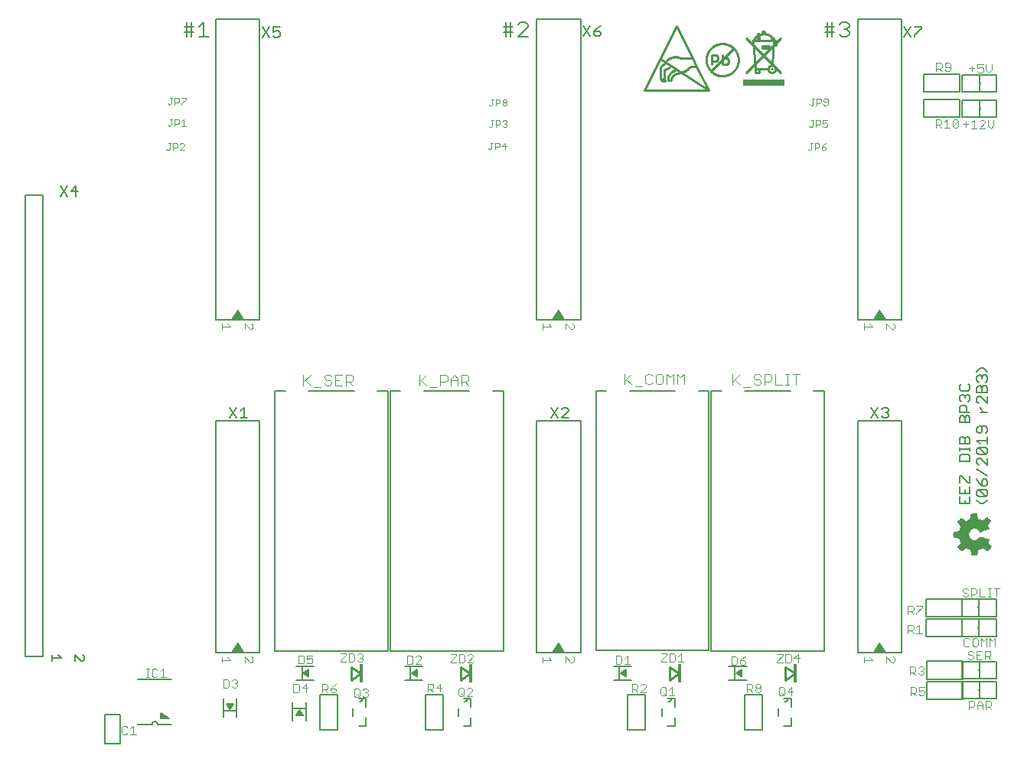
<source format=gto>
G75*
%MOIN*%
%OFA0B0*%
%FSLAX25Y25*%
%IPPOS*%
%LPD*%
%AMOC8*
5,1,8,0,0,1.08239X$1,22.5*
%
%ADD10R,0.00015X0.01485*%
%ADD11R,0.00015X0.00045*%
%ADD12R,0.00015X0.00105*%
%ADD13R,0.00015X0.00165*%
%ADD14R,0.00015X0.00225*%
%ADD15R,0.00015X0.00285*%
%ADD16R,0.00015X0.00345*%
%ADD17R,0.00015X0.00405*%
%ADD18R,0.00015X0.00435*%
%ADD19R,0.00015X0.00465*%
%ADD20R,0.00015X0.00495*%
%ADD21R,0.00015X0.00540*%
%ADD22R,0.00015X0.00585*%
%ADD23R,0.00015X0.00645*%
%ADD24R,0.00015X0.00150*%
%ADD25R,0.00015X0.00675*%
%ADD26R,0.00015X0.00195*%
%ADD27R,0.00015X0.00705*%
%ADD28R,0.00015X0.00240*%
%ADD29R,0.00015X0.00735*%
%ADD30R,0.00015X0.00270*%
%ADD31R,0.00015X0.00765*%
%ADD32R,0.00015X0.00300*%
%ADD33R,0.00015X0.00810*%
%ADD34R,0.00015X0.00360*%
%ADD35R,0.00015X0.00855*%
%ADD36R,0.00015X0.00435*%
%ADD37R,0.00015X0.00915*%
%ADD38R,0.00015X0.00465*%
%ADD39R,0.00015X0.00945*%
%ADD40R,0.00015X0.00960*%
%ADD41R,0.00015X0.00525*%
%ADD42R,0.00015X0.00990*%
%ADD43R,0.00015X0.00555*%
%ADD44R,0.00015X0.01035*%
%ADD45R,0.00015X0.00600*%
%ADD46R,0.00015X0.01080*%
%ADD47R,0.00015X0.01125*%
%ADD48R,0.00015X0.01170*%
%ADD49R,0.00015X0.00720*%
%ADD50R,0.00015X0.01200*%
%ADD51R,0.00015X0.00750*%
%ADD52R,0.00015X0.01230*%
%ADD53R,0.00015X0.00780*%
%ADD54R,0.00015X0.01260*%
%ADD55R,0.00015X0.00810*%
%ADD56R,0.00015X0.01305*%
%ADD57R,0.00015X0.01365*%
%ADD58R,0.00015X0.00900*%
%ADD59R,0.00015X0.01395*%
%ADD60R,0.00015X0.01440*%
%ADD61R,0.00015X0.01470*%
%ADD62R,0.00015X0.01005*%
%ADD63R,0.00015X0.01500*%
%ADD64R,0.00015X0.01020*%
%ADD65R,0.00015X0.01530*%
%ADD66R,0.00015X0.01065*%
%ADD67R,0.00015X0.01575*%
%ADD68R,0.00015X0.01095*%
%ADD69R,0.00015X0.01635*%
%ADD70R,0.00015X0.01155*%
%ADD71R,0.00015X0.01680*%
%ADD72R,0.00015X0.01200*%
%ADD73R,0.00015X0.01710*%
%ADD74R,0.00015X0.01230*%
%ADD75R,0.00015X0.01725*%
%ADD76R,0.00015X0.01245*%
%ADD77R,0.00015X0.01755*%
%ADD78R,0.00015X0.01275*%
%ADD79R,0.00015X0.01800*%
%ADD80R,0.00015X0.01320*%
%ADD81R,0.00015X0.01860*%
%ADD82R,0.00015X0.01905*%
%ADD83R,0.00015X0.01410*%
%ADD84R,0.00015X0.01935*%
%ADD85R,0.00015X0.01455*%
%ADD86R,0.00015X0.01965*%
%ADD87R,0.00015X0.01485*%
%ADD88R,0.00015X0.01995*%
%ADD89R,0.00015X0.01515*%
%ADD90R,0.00015X0.02040*%
%ADD91R,0.00015X0.01530*%
%ADD92R,0.00015X0.02070*%
%ADD93R,0.00015X0.01575*%
%ADD94R,0.00015X0.02115*%
%ADD95R,0.00015X0.01620*%
%ADD96R,0.00015X0.02160*%
%ADD97R,0.00015X0.01665*%
%ADD98R,0.00015X0.02190*%
%ADD99R,0.00015X0.00075*%
%ADD100R,0.00015X0.01695*%
%ADD101R,0.00015X0.02220*%
%ADD102R,0.00015X0.00105*%
%ADD103R,0.00015X0.02235*%
%ADD104R,0.00015X0.00135*%
%ADD105R,0.00015X0.01755*%
%ADD106R,0.00015X0.02280*%
%ADD107R,0.00015X0.00180*%
%ADD108R,0.00015X0.01785*%
%ADD109R,0.00015X0.02340*%
%ADD110R,0.00015X0.00240*%
%ADD111R,0.00015X0.01830*%
%ADD112R,0.00015X0.02385*%
%ADD113R,0.00015X0.01890*%
%ADD114R,0.00015X0.02415*%
%ADD115R,0.00015X0.00330*%
%ADD116R,0.00015X0.00120*%
%ADD117R,0.00015X0.01920*%
%ADD118R,0.00015X0.02430*%
%ADD119R,0.00015X0.00375*%
%ADD120R,0.00015X0.02460*%
%ADD121R,0.00015X0.00405*%
%ADD122R,0.00015X0.00195*%
%ADD123R,0.00015X0.01965*%
%ADD124R,0.00015X0.02505*%
%ADD125R,0.00015X0.00210*%
%ADD126R,0.00015X0.02010*%
%ADD127R,0.00015X0.02535*%
%ADD128R,0.00015X0.00480*%
%ADD129R,0.00015X0.02580*%
%ADD130R,0.00015X0.00540*%
%ADD131R,0.00015X0.02085*%
%ADD132R,0.00015X0.02625*%
%ADD133R,0.00015X0.02130*%
%ADD134R,0.00015X0.02670*%
%ADD135R,0.00015X0.00630*%
%ADD136R,0.00015X0.02700*%
%ADD137R,0.00015X0.00660*%
%ADD138R,0.00015X0.00450*%
%ADD139R,0.00015X0.02190*%
%ADD140R,0.00015X0.02715*%
%ADD141R,0.00015X0.02205*%
%ADD142R,0.00015X0.02745*%
%ADD143R,0.00015X0.00510*%
%ADD144R,0.00015X0.02235*%
%ADD145R,0.00015X0.02775*%
%ADD146R,0.00015X0.02820*%
%ADD147R,0.00015X0.02310*%
%ADD148R,0.00015X0.02880*%
%ADD149R,0.00015X0.00855*%
%ADD150R,0.00015X0.02355*%
%ADD151R,0.00015X0.02895*%
%ADD152R,0.00015X0.00870*%
%ADD153R,0.00015X0.00660*%
%ADD154R,0.00015X0.02925*%
%ADD155R,0.00015X0.00690*%
%ADD156R,0.00015X0.02970*%
%ADD157R,0.00015X0.03000*%
%ADD158R,0.00015X0.00750*%
%ADD159R,0.00015X0.03045*%
%ADD160R,0.00015X0.01005*%
%ADD161R,0.00015X0.00780*%
%ADD162R,0.00015X0.02505*%
%ADD163R,0.00015X0.03090*%
%ADD164R,0.00015X0.01050*%
%ADD165R,0.00015X0.00825*%
%ADD166R,0.00015X0.02550*%
%ADD167R,0.00015X0.03135*%
%ADD168R,0.00015X0.01095*%
%ADD169R,0.00015X0.00870*%
%ADD170R,0.00015X0.03165*%
%ADD171R,0.00015X0.01125*%
%ADD172R,0.00015X0.02625*%
%ADD173R,0.00015X0.03195*%
%ADD174R,0.00015X0.01140*%
%ADD175R,0.00015X0.00930*%
%ADD176R,0.00015X0.02655*%
%ADD177R,0.00015X0.03210*%
%ADD178R,0.00015X0.00960*%
%ADD179R,0.00015X0.03240*%
%ADD180R,0.00015X0.02700*%
%ADD181R,0.00015X0.03285*%
%ADD182R,0.00015X0.01245*%
%ADD183R,0.00015X0.02745*%
%ADD184R,0.00015X0.03330*%
%ADD185R,0.00015X0.02790*%
%ADD186R,0.00015X0.03360*%
%ADD187R,0.00015X0.01110*%
%ADD188R,0.00015X0.02835*%
%ADD189R,0.00015X0.03390*%
%ADD190R,0.00015X0.01335*%
%ADD191R,0.00015X0.01140*%
%ADD192R,0.00015X0.02865*%
%ADD193R,0.00015X0.03420*%
%ADD194R,0.00015X0.01155*%
%ADD195R,0.00015X0.04905*%
%ADD196R,0.00015X0.04920*%
%ADD197R,0.00015X0.02940*%
%ADD198R,0.00015X0.04950*%
%ADD199R,0.00015X0.02985*%
%ADD200R,0.00015X0.04965*%
%ADD201R,0.00015X0.01275*%
%ADD202R,0.00015X0.03015*%
%ADD203R,0.00015X0.04980*%
%ADD204R,0.00015X0.03045*%
%ADD205R,0.00015X0.05010*%
%ADD206R,0.00015X0.01335*%
%ADD207R,0.00015X0.03075*%
%ADD208R,0.00015X0.01350*%
%ADD209R,0.00015X0.03105*%
%ADD210R,0.00015X0.05040*%
%ADD211R,0.00015X0.01380*%
%ADD212R,0.00015X0.05040*%
%ADD213R,0.00015X0.01410*%
%ADD214R,0.00015X0.03180*%
%ADD215R,0.00015X0.05070*%
%ADD216R,0.00015X0.03225*%
%ADD217R,0.00015X0.03255*%
%ADD218R,0.00015X0.05085*%
%ADD219R,0.00015X0.01515*%
%ADD220R,0.00015X0.03300*%
%ADD221R,0.00015X0.05100*%
%ADD222R,0.00015X0.04935*%
%ADD223R,0.00015X0.05115*%
%ADD224R,0.00015X0.04995*%
%ADD225R,0.00015X0.05130*%
%ADD226R,0.00015X0.05010*%
%ADD227R,0.00015X0.05130*%
%ADD228R,0.00015X0.05010*%
%ADD229R,0.00015X0.05025*%
%ADD230R,0.00015X0.05040*%
%ADD231R,0.00015X0.05055*%
%ADD232R,0.00015X0.05130*%
%ADD233R,0.00015X0.05085*%
%ADD234R,0.00015X0.05115*%
%ADD235R,0.00015X0.05145*%
%ADD236R,0.00015X0.05160*%
%ADD237R,0.00015X0.05130*%
%ADD238R,0.00015X0.05190*%
%ADD239R,0.00015X0.05190*%
%ADD240R,0.00015X0.05205*%
%ADD241R,0.00015X0.05220*%
%ADD242R,0.00015X0.05070*%
%ADD243R,0.00015X0.05085*%
%ADD244R,0.00015X0.05205*%
%ADD245R,0.00015X0.05220*%
%ADD246R,0.00015X0.05055*%
%ADD247R,0.00015X0.05025*%
%ADD248R,0.00015X0.05205*%
%ADD249R,0.00015X0.05025*%
%ADD250R,0.00015X0.05190*%
%ADD251R,0.00015X0.05190*%
%ADD252R,0.00015X0.04995*%
%ADD253R,0.00015X0.05175*%
%ADD254R,0.00015X0.04950*%
%ADD255R,0.00015X0.05145*%
%ADD256R,0.00015X0.05145*%
%ADD257R,0.00015X0.04920*%
%ADD258R,0.00015X0.04905*%
%ADD259R,0.00015X0.04905*%
%ADD260R,0.00015X0.05115*%
%ADD261R,0.00015X0.04890*%
%ADD262R,0.00015X0.04890*%
%ADD263R,0.00015X0.04875*%
%ADD264R,0.00015X0.04845*%
%ADD265R,0.00015X0.04830*%
%ADD266R,0.00015X0.04830*%
%ADD267R,0.00015X0.05070*%
%ADD268R,0.00015X0.04830*%
%ADD269R,0.00015X0.04815*%
%ADD270R,0.00015X0.04800*%
%ADD271R,0.00015X0.04800*%
%ADD272R,0.00015X0.05010*%
%ADD273R,0.00015X0.04785*%
%ADD274R,0.00015X0.04770*%
%ADD275R,0.00015X0.04770*%
%ADD276R,0.00015X0.04755*%
%ADD277R,0.00015X0.04740*%
%ADD278R,0.00015X0.04725*%
%ADD279R,0.00015X0.04725*%
%ADD280R,0.00015X0.04980*%
%ADD281R,0.00015X0.04710*%
%ADD282R,0.00015X0.04725*%
%ADD283R,0.00015X0.04710*%
%ADD284R,0.00015X0.04695*%
%ADD285R,0.00015X0.04680*%
%ADD286R,0.00015X0.04695*%
%ADD287R,0.00015X0.04680*%
%ADD288R,0.00015X0.04905*%
%ADD289R,0.00015X0.04665*%
%ADD290R,0.00015X0.04650*%
%ADD291R,0.00015X0.04635*%
%ADD292R,0.00015X0.04620*%
%ADD293R,0.00015X0.04620*%
%ADD294R,0.00015X0.04890*%
%ADD295R,0.00015X0.04605*%
%ADD296R,0.00015X0.04605*%
%ADD297R,0.00015X0.04590*%
%ADD298R,0.00015X0.04845*%
%ADD299R,0.00015X0.04575*%
%ADD300R,0.00015X0.04590*%
%ADD301R,0.00015X0.04575*%
%ADD302R,0.00015X0.04845*%
%ADD303R,0.00015X0.04560*%
%ADD304R,0.00015X0.04545*%
%ADD305R,0.00015X0.04530*%
%ADD306R,0.00015X0.04515*%
%ADD307R,0.00015X0.04530*%
%ADD308R,0.00015X0.04500*%
%ADD309R,0.00015X0.04515*%
%ADD310R,0.00015X0.04785*%
%ADD311R,0.00015X0.04485*%
%ADD312R,0.00015X0.04755*%
%ADD313R,0.00015X0.04470*%
%ADD314R,0.00015X0.04740*%
%ADD315R,0.00015X0.04485*%
%ADD316R,0.00015X0.04755*%
%ADD317R,0.00015X0.04545*%
%ADD318R,0.00015X0.04695*%
%ADD319R,0.00015X0.04680*%
%ADD320R,0.00015X0.04665*%
%ADD321R,0.00015X0.04725*%
%ADD322R,0.00015X0.04680*%
%ADD323R,0.00015X0.04860*%
%ADD324R,0.00015X0.04740*%
%ADD325R,0.00015X0.04875*%
%ADD326R,0.00015X0.04965*%
%ADD327R,0.00015X0.04860*%
%ADD328R,0.00015X0.04995*%
%ADD329R,0.00015X0.04875*%
%ADD330R,0.00015X0.04980*%
%ADD331R,0.00015X0.05235*%
%ADD332R,0.00015X0.05235*%
%ADD333R,0.00015X0.05250*%
%ADD334R,0.00015X0.05280*%
%ADD335R,0.00015X0.05295*%
%ADD336R,0.00015X0.05325*%
%ADD337R,0.00015X0.05340*%
%ADD338R,0.00015X0.05235*%
%ADD339R,0.00015X0.05355*%
%ADD340R,0.00015X0.05370*%
%ADD341R,0.00015X0.05265*%
%ADD342R,0.00015X0.05370*%
%ADD343R,0.00015X0.05280*%
%ADD344R,0.00015X0.05385*%
%ADD345R,0.00015X0.05295*%
%ADD346R,0.00015X0.05400*%
%ADD347R,0.00015X0.05415*%
%ADD348R,0.00015X0.05310*%
%ADD349R,0.00015X0.05430*%
%ADD350R,0.00015X0.05445*%
%ADD351R,0.00015X0.05460*%
%ADD352R,0.00015X0.05355*%
%ADD353R,0.00015X0.05475*%
%ADD354R,0.00015X0.05505*%
%ADD355R,0.00015X0.05520*%
%ADD356R,0.00015X0.05535*%
%ADD357R,0.00015X0.05550*%
%ADD358R,0.00015X0.05550*%
%ADD359R,0.00015X0.05475*%
%ADD360R,0.00015X0.05490*%
%ADD361R,0.00015X0.05475*%
%ADD362R,0.00015X0.05385*%
%ADD363R,0.00015X0.05370*%
%ADD364R,0.00015X0.05325*%
%ADD365R,0.00015X0.05310*%
%ADD366R,0.00015X0.05265*%
%ADD367R,0.00015X0.05175*%
%ADD368R,0.00015X0.04980*%
%ADD369R,0.00015X0.04965*%
%ADD370R,0.00015X0.04860*%
%ADD371R,0.00015X0.04845*%
%ADD372R,0.00015X0.04815*%
%ADD373R,0.00015X0.04770*%
%ADD374R,0.00015X0.05295*%
%ADD375R,0.00015X0.04635*%
%ADD376R,0.00015X0.05610*%
%ADD377R,0.00015X0.05700*%
%ADD378R,0.00015X0.05760*%
%ADD379R,0.00015X0.05805*%
%ADD380R,0.00015X0.05850*%
%ADD381R,0.00015X0.05895*%
%ADD382R,0.00015X0.06000*%
%ADD383R,0.00015X0.06135*%
%ADD384R,0.00015X0.06225*%
%ADD385R,0.00015X0.06300*%
%ADD386R,0.00015X0.06330*%
%ADD387R,0.00015X0.06375*%
%ADD388R,0.00015X0.06450*%
%ADD389R,0.00015X0.06570*%
%ADD390R,0.00015X0.05565*%
%ADD391R,0.00015X0.06690*%
%ADD392R,0.00015X0.06735*%
%ADD393R,0.00015X0.05790*%
%ADD394R,0.00015X0.06765*%
%ADD395R,0.00015X0.05850*%
%ADD396R,0.00015X0.06780*%
%ADD397R,0.00015X0.05895*%
%ADD398R,0.00015X0.06795*%
%ADD399R,0.00015X0.05955*%
%ADD400R,0.00015X0.06810*%
%ADD401R,0.00015X0.06060*%
%ADD402R,0.00015X0.06195*%
%ADD403R,0.00015X0.06825*%
%ADD404R,0.00015X0.06330*%
%ADD405R,0.00015X0.06840*%
%ADD406R,0.00015X0.06390*%
%ADD407R,0.00015X0.06495*%
%ADD408R,0.00015X0.06840*%
%ADD409R,0.00015X0.06555*%
%ADD410R,0.00015X0.06825*%
%ADD411R,0.00015X0.06645*%
%ADD412R,0.00015X0.06825*%
%ADD413R,0.00015X0.06705*%
%ADD414R,0.00015X0.06705*%
%ADD415R,0.00015X0.06810*%
%ADD416R,0.00015X0.06720*%
%ADD417R,0.00015X0.06795*%
%ADD418R,0.00015X0.06750*%
%ADD419R,0.00015X0.06765*%
%ADD420R,0.00015X0.06795*%
%ADD421R,0.00015X0.06780*%
%ADD422R,0.00015X0.06780*%
%ADD423R,0.00015X0.06750*%
%ADD424R,0.00015X0.06720*%
%ADD425R,0.00015X0.06720*%
%ADD426R,0.00015X0.06705*%
%ADD427R,0.00015X0.06705*%
%ADD428R,0.00015X0.06690*%
%ADD429R,0.00015X0.06675*%
%ADD430R,0.00015X0.06690*%
%ADD431R,0.00015X0.06675*%
%ADD432R,0.00015X0.06675*%
%ADD433R,0.00015X0.06660*%
%ADD434R,0.00015X0.06675*%
%ADD435R,0.00015X0.06660*%
%ADD436R,0.00015X0.06660*%
%ADD437R,0.00015X0.06645*%
%ADD438R,0.00015X0.06630*%
%ADD439R,0.00015X0.06660*%
%ADD440R,0.00015X0.06630*%
%ADD441R,0.00015X0.06645*%
%ADD442R,0.00015X0.06735*%
%ADD443R,0.00015X0.06765*%
%ADD444R,0.00015X0.06780*%
%ADD445R,0.00015X0.06825*%
%ADD446R,0.00015X0.06855*%
%ADD447R,0.00015X0.06855*%
%ADD448R,0.00015X0.06870*%
%ADD449R,0.00015X0.06885*%
%ADD450R,0.00015X0.06525*%
%ADD451R,0.00015X0.06405*%
%ADD452R,0.00015X0.06255*%
%ADD453R,0.00015X0.06165*%
%ADD454R,0.00015X0.06870*%
%ADD455R,0.00015X0.06120*%
%ADD456R,0.00015X0.06885*%
%ADD457R,0.00015X0.06060*%
%ADD458R,0.00015X0.06015*%
%ADD459R,0.00015X0.05910*%
%ADD460R,0.00015X0.05670*%
%ADD461R,0.00015X0.05595*%
%ADD462R,0.00015X0.06585*%
%ADD463R,0.00015X0.05160*%
%ADD464R,0.00015X0.06390*%
%ADD465R,0.00015X0.05025*%
%ADD466R,0.00015X0.06330*%
%ADD467R,0.00015X0.06075*%
%ADD468R,0.00015X0.05820*%
%ADD469R,0.00015X0.05775*%
%ADD470R,0.00015X0.05685*%
%ADD471R,0.00015X0.05460*%
%ADD472R,0.00015X0.04860*%
%ADD473R,0.00015X0.04935*%
%ADD474R,0.00015X0.05160*%
%ADD475R,0.00015X0.05325*%
%ADD476R,0.00015X0.05340*%
%ADD477R,0.00015X0.05355*%
%ADD478R,0.00015X0.05430*%
%ADD479R,0.00015X0.05535*%
%ADD480R,0.00015X0.05595*%
%ADD481R,0.00015X0.05640*%
%ADD482R,0.00015X0.05640*%
%ADD483R,0.00015X0.05670*%
%ADD484R,0.00015X0.05685*%
%ADD485R,0.00015X0.05700*%
%ADD486R,0.00015X0.05715*%
%ADD487R,0.00015X0.05715*%
%ADD488R,0.00015X0.05730*%
%ADD489R,0.00015X0.05745*%
%ADD490R,0.00015X0.05760*%
%ADD491R,0.00015X0.06000*%
%ADD492R,0.00015X0.06105*%
%ADD493R,0.00015X0.06180*%
%ADD494R,0.00015X0.06210*%
%ADD495R,0.00015X0.12690*%
%ADD496R,0.00015X0.12675*%
%ADD497R,0.00015X0.12660*%
%ADD498R,0.00015X0.12660*%
%ADD499R,0.00015X0.12645*%
%ADD500R,0.00015X0.12615*%
%ADD501R,0.00015X0.12600*%
%ADD502R,0.00015X0.12585*%
%ADD503R,0.00015X0.12555*%
%ADD504R,0.00015X0.12540*%
%ADD505R,0.00015X0.12525*%
%ADD506R,0.00015X0.12510*%
%ADD507R,0.00015X0.12510*%
%ADD508R,0.00015X0.12480*%
%ADD509R,0.00015X0.12450*%
%ADD510R,0.00015X0.12435*%
%ADD511R,0.00015X0.12420*%
%ADD512R,0.00015X0.12390*%
%ADD513R,0.00015X0.12375*%
%ADD514R,0.00015X0.12360*%
%ADD515R,0.00015X0.12330*%
%ADD516R,0.00015X0.12300*%
%ADD517R,0.00015X0.12285*%
%ADD518R,0.00015X0.12270*%
%ADD519R,0.00015X0.12255*%
%ADD520R,0.00015X0.12240*%
%ADD521R,0.00015X0.12225*%
%ADD522R,0.00015X0.12195*%
%ADD523R,0.00015X0.12165*%
%ADD524R,0.00015X0.12150*%
%ADD525R,0.00015X0.12135*%
%ADD526R,0.00015X0.12120*%
%ADD527R,0.00015X0.12090*%
%ADD528R,0.00015X0.12075*%
%ADD529R,0.00015X0.12060*%
%ADD530R,0.00015X0.12045*%
%ADD531R,0.00015X0.12015*%
%ADD532R,0.00015X0.12000*%
%ADD533R,0.00015X0.11985*%
%ADD534R,0.00015X0.11955*%
%ADD535R,0.00015X0.11940*%
%ADD536R,0.00015X0.11925*%
%ADD537R,0.00015X0.11910*%
%ADD538R,0.00015X0.11910*%
%ADD539R,0.00015X0.11880*%
%ADD540R,0.00015X0.11850*%
%ADD541R,0.00015X0.11835*%
%ADD542R,0.00015X0.11805*%
%ADD543R,0.00015X0.11775*%
%ADD544R,0.00015X0.11760*%
%ADD545R,0.00015X0.11745*%
%ADD546R,0.00015X0.11730*%
%ADD547R,0.00015X0.11700*%
%ADD548R,0.00015X0.11700*%
%ADD549R,0.00015X0.11685*%
%ADD550R,0.00015X0.11655*%
%ADD551R,0.00015X0.11640*%
%ADD552R,0.00015X0.11625*%
%ADD553R,0.00015X0.11625*%
%ADD554R,0.00015X0.11670*%
%ADD555R,0.00015X0.11715*%
%ADD556R,0.00015X0.11790*%
%ADD557R,0.00015X0.11820*%
%ADD558R,0.00015X0.11820*%
%ADD559R,0.00015X0.11880*%
%ADD560R,0.00015X0.11895*%
%ADD561R,0.00015X0.11970*%
%ADD562R,0.00015X0.12045*%
%ADD563R,0.00015X0.12075*%
%ADD564R,0.00015X0.12105*%
%ADD565R,0.00015X0.12135*%
%ADD566R,0.00015X0.12165*%
%ADD567R,0.00015X0.12180*%
%ADD568R,0.00015X0.12195*%
%ADD569R,0.00015X0.12210*%
%ADD570R,0.00015X0.12225*%
%ADD571R,0.00015X0.12255*%
%ADD572R,0.00015X0.12360*%
%ADD573R,0.00015X0.12390*%
%ADD574R,0.00015X0.12405*%
%ADD575R,0.00015X0.12435*%
%ADD576R,0.00015X0.12480*%
%ADD577R,0.00015X0.12480*%
%ADD578R,0.00015X0.12510*%
%ADD579R,0.00015X0.12570*%
%ADD580R,0.00015X0.12630*%
%ADD581R,0.00015X0.12675*%
%ADD582R,0.00015X0.12705*%
%ADD583R,0.00015X0.12735*%
%ADD584R,0.00015X0.12750*%
%ADD585R,0.00015X0.12780*%
%ADD586R,0.00015X0.12795*%
%ADD587R,0.00015X0.12810*%
%ADD588R,0.00015X0.12840*%
%ADD589R,0.00015X0.12855*%
%ADD590R,0.00015X0.12885*%
%ADD591R,0.00015X0.12900*%
%ADD592R,0.00015X0.12915*%
%ADD593R,0.00015X0.12945*%
%ADD594R,0.00015X0.12960*%
%ADD595R,0.00015X0.12990*%
%ADD596R,0.00015X0.13005*%
%ADD597R,0.00015X0.13020*%
%ADD598R,0.00015X0.13035*%
%ADD599R,0.00015X0.13065*%
%ADD600R,0.00015X0.13080*%
%ADD601R,0.00015X0.13110*%
%ADD602R,0.00015X0.13125*%
%ADD603R,0.00015X0.13155*%
%ADD604R,0.00015X0.13170*%
%ADD605R,0.00015X0.13200*%
%ADD606R,0.00015X0.13230*%
%ADD607R,0.00015X0.13260*%
%ADD608R,0.00015X0.13290*%
%ADD609R,0.00015X0.13320*%
%ADD610R,0.00015X0.13350*%
%ADD611R,0.00015X0.13365*%
%ADD612R,0.00015X0.13395*%
%ADD613R,0.00015X0.13425*%
%ADD614R,0.00015X0.13455*%
%ADD615R,0.00015X0.13470*%
%ADD616R,0.00015X0.13500*%
%ADD617R,0.00015X0.13530*%
%ADD618R,0.00015X0.13560*%
%ADD619R,0.00015X0.13575*%
%ADD620R,0.00015X0.13605*%
%ADD621R,0.00015X0.13635*%
%ADD622R,0.00015X0.13650*%
%ADD623R,0.00015X0.13680*%
%ADD624R,0.00015X0.13695*%
%ADD625R,0.00015X0.13725*%
%ADD626R,0.00015X0.13740*%
%ADD627R,0.00015X0.13770*%
%ADD628R,0.00015X0.13785*%
%ADD629R,0.00015X0.13800*%
%ADD630R,0.00015X0.13830*%
%ADD631R,0.00015X0.13860*%
%ADD632R,0.00015X0.13875*%
%ADD633R,0.00015X0.13905*%
%ADD634R,0.00015X0.13935*%
%ADD635R,0.00015X0.13950*%
%ADD636R,0.00015X0.13980*%
%ADD637R,0.00015X0.14010*%
%ADD638R,0.00015X0.14025*%
%ADD639R,0.00015X0.14055*%
%ADD640R,0.00015X0.14070*%
%ADD641R,0.00015X0.14085*%
%ADD642R,0.00015X0.14115*%
%ADD643R,0.00015X0.14145*%
%ADD644R,0.00015X0.14160*%
%ADD645R,0.00015X0.14190*%
%ADD646R,0.00015X0.14205*%
%ADD647R,0.00015X0.14220*%
%ADD648R,0.00015X0.14235*%
%ADD649R,0.00015X0.14265*%
%ADD650R,0.00015X0.14280*%
%ADD651R,0.00015X0.14295*%
%ADD652R,0.00015X0.14295*%
%ADD653R,0.00015X0.14250*%
%ADD654R,0.00015X0.14205*%
%ADD655R,0.00015X0.14175*%
%ADD656R,0.00015X0.14160*%
%ADD657R,0.00015X0.14130*%
%ADD658R,0.00015X0.14100*%
%ADD659R,0.00015X0.14040*%
%ADD660R,0.00015X0.14010*%
%ADD661R,0.00015X0.03465*%
%ADD662R,0.00015X0.10440*%
%ADD663R,0.00015X0.03420*%
%ADD664R,0.00015X0.10395*%
%ADD665R,0.00015X0.03375*%
%ADD666R,0.00015X0.10335*%
%ADD667R,0.00015X0.03570*%
%ADD668R,0.00015X0.06600*%
%ADD669R,0.00015X0.03525*%
%ADD670R,0.00015X0.03270*%
%ADD671R,0.00015X0.03495*%
%ADD672R,0.00015X0.03210*%
%ADD673R,0.00015X0.06480*%
%ADD674R,0.00015X0.03435*%
%ADD675R,0.00015X0.03165*%
%ADD676R,0.00015X0.03390*%
%ADD677R,0.00015X0.03120*%
%ADD678R,0.00015X0.06315*%
%ADD679R,0.00015X0.03345*%
%ADD680R,0.00015X0.03090*%
%ADD681R,0.00015X0.03075*%
%ADD682R,0.00015X0.06225*%
%ADD683R,0.00015X0.03270*%
%ADD684R,0.00015X0.06180*%
%ADD685R,0.00015X0.02970*%
%ADD686R,0.00015X0.06075*%
%ADD687R,0.00015X0.03195*%
%ADD688R,0.00015X0.02925*%
%ADD689R,0.00015X0.05985*%
%ADD690R,0.00015X0.03135*%
%ADD691R,0.00015X0.02850*%
%ADD692R,0.00015X0.05835*%
%ADD693R,0.00015X0.03030*%
%ADD694R,0.00015X0.02805*%
%ADD695R,0.00015X0.02730*%
%ADD696R,0.00015X0.05625*%
%ADD697R,0.00015X0.02925*%
%ADD698R,0.00015X0.02640*%
%ADD699R,0.00015X0.02595*%
%ADD700R,0.00015X0.02565*%
%ADD701R,0.00015X0.02760*%
%ADD702R,0.00015X0.02520*%
%ADD703R,0.00015X0.02730*%
%ADD704R,0.00015X0.02475*%
%ADD705R,0.00015X0.02685*%
%ADD706R,0.00015X0.02445*%
%ADD707R,0.00015X0.02400*%
%ADD708R,0.00015X0.02370*%
%ADD709R,0.00015X0.02565*%
%ADD710R,0.00015X0.02340*%
%ADD711R,0.00015X0.02325*%
%ADD712R,0.00015X0.02505*%
%ADD713R,0.00015X0.02280*%
%ADD714R,0.00015X0.02460*%
%ADD715R,0.00015X0.04560*%
%ADD716R,0.00015X0.02190*%
%ADD717R,0.00015X0.04440*%
%ADD718R,0.00015X0.02370*%
%ADD719R,0.00015X0.02145*%
%ADD720R,0.00015X0.04365*%
%ADD721R,0.00015X0.04320*%
%ADD722R,0.00015X0.02310*%
%ADD723R,0.00015X0.02100*%
%ADD724R,0.00015X0.04260*%
%ADD725R,0.00015X0.04200*%
%ADD726R,0.00015X0.02265*%
%ADD727R,0.00015X0.02040*%
%ADD728R,0.00015X0.04095*%
%ADD729R,0.00015X0.02220*%
%ADD730R,0.00015X0.03915*%
%ADD731R,0.00015X0.02175*%
%ADD732R,0.00015X0.03765*%
%ADD733R,0.00015X0.03675*%
%ADD734R,0.00015X0.01890*%
%ADD735R,0.00015X0.03615*%
%ADD736R,0.00015X0.02055*%
%ADD737R,0.00015X0.01860*%
%ADD738R,0.00015X0.03555*%
%ADD739R,0.00015X0.01815*%
%ADD740R,0.00015X0.03450*%
%ADD741R,0.00015X0.01725*%
%ADD742R,0.00015X0.03315*%
%ADD743R,0.00015X0.01905*%
%ADD744R,0.00015X0.01680*%
%ADD745R,0.00015X0.01650*%
%ADD746R,0.00015X0.01620*%
%ADD747R,0.00015X0.01590*%
%ADD748R,0.00015X0.01770*%
%ADD749R,0.00015X0.01560*%
%ADD750R,0.00015X0.03240*%
%ADD751R,0.00015X0.01740*%
%ADD752R,0.00015X0.01665*%
%ADD753R,0.00015X0.01455*%
%ADD754R,0.00015X0.01635*%
%ADD755R,0.00015X0.01410*%
%ADD756R,0.00015X0.01395*%
%ADD757R,0.00015X0.01365*%
%ADD758R,0.00015X0.01335*%
%ADD759R,0.00015X0.01290*%
%ADD760R,0.00015X0.03210*%
%ADD761R,0.00015X0.01455*%
%ADD762R,0.00015X0.01185*%
%ADD763R,0.00015X0.01290*%
%ADD764R,0.00015X0.01110*%
%ADD765R,0.00015X0.01260*%
%ADD766R,0.00015X0.03180*%
%ADD767R,0.00015X0.00975*%
%ADD768R,0.00015X0.03150*%
%ADD769R,0.00015X0.00885*%
%ADD770R,0.00015X0.03150*%
%ADD771R,0.00015X0.01050*%
%ADD772R,0.00015X0.00795*%
%ADD773R,0.00015X0.00885*%
%ADD774R,0.00015X0.00690*%
%ADD775R,0.00015X0.00840*%
%ADD776R,0.00015X0.00570*%
%ADD777R,0.00015X0.00525*%
%ADD778R,0.00015X0.03105*%
%ADD779R,0.00015X0.00660*%
%ADD780R,0.00015X0.00615*%
%ADD781R,0.00015X0.00420*%
%ADD782R,0.00015X0.00555*%
%ADD783R,0.00015X0.00390*%
%ADD784R,0.00015X0.00525*%
%ADD785R,0.00015X0.00360*%
%ADD786R,0.00015X0.00495*%
%ADD787R,0.00015X0.03075*%
%ADD788R,0.00015X0.00450*%
%ADD789R,0.00015X0.00225*%
%ADD790R,0.00015X0.00345*%
%ADD791R,0.00015X0.00255*%
%ADD792R,0.00015X0.03060*%
%ADD793R,0.00015X0.00180*%
%ADD794R,0.00015X0.00075*%
%ADD795R,0.00015X0.03000*%
%ADD796R,0.00015X0.02955*%
%ADD797R,0.00015X0.02940*%
%ADD798R,0.00015X0.02940*%
%ADD799R,0.00015X0.02910*%
%ADD800R,0.00015X0.02910*%
%ADD801R,0.00015X0.02865*%
%ADD802R,0.00015X0.02805*%
%ADD803R,0.00015X0.02775*%
%ADD804R,0.00015X0.02760*%
%ADD805R,0.00015X0.02655*%
%ADD806R,0.00015X0.02640*%
%ADD807R,0.00015X0.02610*%
%ADD808R,0.00015X0.02595*%
%ADD809R,0.00015X0.02535*%
%ADD810R,0.00015X0.02475*%
%ADD811R,0.00015X0.02175*%
%ADD812R,0.00015X0.01575*%
%ADD813C,0.00500*%
%ADD814C,0.00700*%
%ADD815C,0.00800*%
%ADD816C,0.00400*%
%ADD817R,0.00787X0.05512*%
%ADD818C,0.00600*%
%ADD819C,0.01000*%
%ADD820R,0.01181X0.08268*%
%ADD821R,0.00787X0.00787*%
%ADD822R,0.18000X0.03000*%
%ADD823C,0.00300*%
%ADD824R,0.05512X0.00787*%
D10*
X0469416Y0123749D03*
D11*
X0475126Y0120859D03*
X0474256Y0129064D03*
X0474961Y0132244D03*
D12*
X0475111Y0120859D03*
D13*
X0475096Y0120859D03*
D14*
X0475081Y0120859D03*
D15*
X0475066Y0120859D03*
X0460681Y0120949D03*
D16*
X0475051Y0120859D03*
X0474166Y0129109D03*
D17*
X0474151Y0129124D03*
X0475036Y0120859D03*
D18*
X0475021Y0120859D03*
D19*
X0475006Y0120859D03*
D20*
X0474991Y0120859D03*
X0474826Y0132244D03*
D21*
X0474976Y0120866D03*
D22*
X0474961Y0120874D03*
X0474151Y0123889D03*
X0474061Y0129199D03*
D23*
X0474046Y0129214D03*
X0474766Y0132229D03*
X0474946Y0120874D03*
D24*
X0474226Y0129056D03*
X0474946Y0132251D03*
D25*
X0474751Y0132229D03*
X0474106Y0123859D03*
X0474931Y0120874D03*
D26*
X0474931Y0132244D03*
D27*
X0474001Y0129244D03*
X0474091Y0123844D03*
X0474916Y0120874D03*
D28*
X0474916Y0132251D03*
D29*
X0474901Y0120874D03*
D30*
X0474181Y0129086D03*
X0474901Y0132251D03*
D31*
X0474076Y0123829D03*
X0474886Y0120874D03*
D32*
X0474256Y0123986D03*
X0474886Y0132251D03*
X0460636Y0131876D03*
D33*
X0474871Y0120881D03*
D34*
X0474871Y0132251D03*
D35*
X0474676Y0132214D03*
X0474856Y0120889D03*
D36*
X0474196Y0123949D03*
X0474136Y0129139D03*
X0474856Y0132244D03*
D37*
X0473926Y0129304D03*
X0474001Y0123769D03*
X0474841Y0120889D03*
X0460936Y0120979D03*
D38*
X0460756Y0120964D03*
X0474841Y0132244D03*
D39*
X0474646Y0132214D03*
X0473986Y0123754D03*
X0474826Y0120889D03*
X0458761Y0126274D03*
X0460876Y0131854D03*
D40*
X0474811Y0120896D03*
D41*
X0474811Y0132244D03*
D42*
X0474631Y0132206D03*
X0473881Y0129326D03*
X0474796Y0120896D03*
X0460891Y0131846D03*
D43*
X0474796Y0132244D03*
D44*
X0474781Y0120904D03*
D45*
X0474781Y0132236D03*
X0460801Y0120971D03*
D46*
X0460936Y0131846D03*
X0473851Y0129356D03*
X0474766Y0120896D03*
D47*
X0474751Y0120904D03*
D48*
X0474736Y0120911D03*
X0473896Y0123686D03*
X0473791Y0129386D03*
X0460966Y0131831D03*
D49*
X0460786Y0131861D03*
X0474736Y0132221D03*
D50*
X0474721Y0120911D03*
D51*
X0474721Y0132221D03*
D52*
X0474706Y0120911D03*
X0461056Y0121001D03*
X0460981Y0131831D03*
D53*
X0460816Y0131861D03*
X0474706Y0132221D03*
D54*
X0474691Y0120911D03*
D55*
X0474061Y0123806D03*
X0474691Y0132221D03*
X0460831Y0131861D03*
D56*
X0473731Y0129439D03*
X0474676Y0120919D03*
D57*
X0474661Y0120919D03*
X0473806Y0123619D03*
X0474466Y0132184D03*
D58*
X0474661Y0132206D03*
X0474016Y0123776D03*
D59*
X0474646Y0120919D03*
D60*
X0474631Y0120926D03*
D61*
X0474616Y0120926D03*
X0473641Y0129476D03*
D62*
X0474616Y0132199D03*
D63*
X0474601Y0120926D03*
X0461161Y0121016D03*
X0461086Y0131816D03*
D64*
X0460906Y0131846D03*
X0460966Y0120986D03*
X0474601Y0132206D03*
D65*
X0474586Y0120926D03*
D66*
X0474586Y0132199D03*
D67*
X0474571Y0120934D03*
D68*
X0474571Y0132199D03*
D69*
X0474556Y0120934D03*
D70*
X0474556Y0132199D03*
D71*
X0474541Y0120941D03*
D72*
X0473881Y0123686D03*
X0473776Y0129401D03*
X0474541Y0132191D03*
D73*
X0474526Y0120941D03*
D74*
X0474526Y0132191D03*
D75*
X0474316Y0132154D03*
X0474511Y0120949D03*
D76*
X0474511Y0132184D03*
D77*
X0474496Y0120949D03*
D78*
X0473851Y0123649D03*
X0474496Y0132184D03*
D79*
X0474481Y0120941D03*
X0461206Y0131801D03*
D80*
X0461026Y0131831D03*
X0474481Y0132176D03*
X0473836Y0123641D03*
D81*
X0474466Y0120956D03*
D82*
X0474451Y0120964D03*
X0461326Y0121039D03*
D83*
X0474451Y0132176D03*
D84*
X0474226Y0132139D03*
X0474436Y0120964D03*
X0461341Y0121039D03*
X0458791Y0126454D03*
D85*
X0473656Y0129469D03*
X0474436Y0132169D03*
D86*
X0474421Y0120964D03*
D87*
X0474421Y0132169D03*
D88*
X0474406Y0120964D03*
X0461356Y0121039D03*
D89*
X0474406Y0132169D03*
D90*
X0474181Y0132131D03*
X0461296Y0131786D03*
X0474391Y0120971D03*
D91*
X0474391Y0132161D03*
X0461101Y0131816D03*
D92*
X0461386Y0121046D03*
X0474376Y0120971D03*
D93*
X0474376Y0132169D03*
D94*
X0474361Y0120979D03*
D95*
X0474361Y0132161D03*
D96*
X0474136Y0132116D03*
X0474346Y0120986D03*
D97*
X0474346Y0132154D03*
D98*
X0474331Y0120986D03*
D99*
X0474331Y0124039D03*
D100*
X0474331Y0132154D03*
D101*
X0474316Y0120986D03*
D102*
X0474316Y0124039D03*
D103*
X0474301Y0120994D03*
X0461461Y0121054D03*
X0458836Y0126469D03*
D104*
X0474301Y0124039D03*
D105*
X0474301Y0132154D03*
D106*
X0474076Y0132101D03*
X0474286Y0121001D03*
D107*
X0474286Y0124016D03*
D108*
X0474286Y0132154D03*
X0461266Y0121024D03*
D109*
X0474271Y0121001D03*
D110*
X0474271Y0124001D03*
D111*
X0474271Y0132146D03*
X0461221Y0131801D03*
D112*
X0474031Y0132094D03*
X0474256Y0121009D03*
D113*
X0474256Y0132146D03*
D114*
X0474016Y0132094D03*
X0461461Y0131749D03*
X0474241Y0121009D03*
D115*
X0474241Y0123971D03*
X0460696Y0120956D03*
D116*
X0460651Y0120956D03*
X0474241Y0129056D03*
D117*
X0474241Y0132146D03*
D118*
X0474001Y0132086D03*
X0474226Y0121016D03*
X0458911Y0126461D03*
D119*
X0474226Y0123964D03*
D120*
X0474211Y0121016D03*
X0473986Y0132086D03*
D121*
X0474211Y0123964D03*
D122*
X0474211Y0129064D03*
D123*
X0474211Y0132139D03*
X0461266Y0131794D03*
D124*
X0474196Y0121024D03*
D125*
X0474196Y0129071D03*
D126*
X0474196Y0132131D03*
X0461281Y0131786D03*
D127*
X0461506Y0131734D03*
X0459166Y0126454D03*
X0459151Y0126454D03*
X0459136Y0126454D03*
X0459106Y0126454D03*
X0474181Y0121024D03*
D128*
X0474181Y0123941D03*
X0474106Y0129146D03*
X0460696Y0131876D03*
D129*
X0461536Y0131726D03*
X0459241Y0126461D03*
X0473941Y0132071D03*
X0474166Y0121031D03*
D130*
X0474166Y0123911D03*
X0474076Y0129176D03*
D131*
X0474166Y0132124D03*
X0461326Y0131779D03*
D132*
X0474151Y0121039D03*
D133*
X0461416Y0121046D03*
X0461341Y0131771D03*
X0474151Y0132116D03*
D134*
X0473896Y0132056D03*
X0474136Y0121046D03*
X0461656Y0121106D03*
X0459451Y0126446D03*
X0459436Y0126446D03*
D135*
X0460816Y0120971D03*
X0474136Y0123881D03*
D136*
X0474121Y0121046D03*
X0459571Y0126446D03*
D137*
X0474121Y0123866D03*
D138*
X0474121Y0129146D03*
D139*
X0474121Y0132116D03*
D140*
X0474106Y0121054D03*
X0459676Y0126454D03*
X0459661Y0126454D03*
X0459646Y0126454D03*
X0459631Y0126454D03*
X0459616Y0126454D03*
D141*
X0474106Y0132109D03*
D142*
X0474091Y0121054D03*
X0459751Y0126454D03*
D143*
X0474091Y0129161D03*
D144*
X0474091Y0132109D03*
D145*
X0461611Y0131704D03*
X0461686Y0121114D03*
X0474076Y0121054D03*
D146*
X0474061Y0121061D03*
X0461716Y0121121D03*
X0459916Y0126446D03*
X0459901Y0126446D03*
D147*
X0474061Y0132101D03*
D148*
X0473806Y0132041D03*
X0461656Y0131696D03*
X0460126Y0126446D03*
X0460111Y0126446D03*
X0460096Y0126446D03*
X0460081Y0126446D03*
X0460066Y0126446D03*
X0460051Y0126446D03*
X0460036Y0126446D03*
X0461746Y0121121D03*
X0474046Y0121061D03*
D149*
X0474046Y0123784D03*
D150*
X0474046Y0132094D03*
D151*
X0473791Y0132034D03*
X0474031Y0121069D03*
D152*
X0474031Y0123776D03*
D153*
X0474031Y0129221D03*
X0460831Y0120971D03*
D154*
X0474016Y0121069D03*
D155*
X0474016Y0129236D03*
D156*
X0474001Y0121076D03*
D157*
X0473986Y0121076D03*
X0460486Y0126431D03*
X0460456Y0126431D03*
X0460441Y0126431D03*
X0461701Y0131681D03*
D158*
X0460801Y0131861D03*
X0460861Y0120971D03*
X0473986Y0129251D03*
D159*
X0473971Y0121084D03*
D160*
X0473971Y0123739D03*
D161*
X0473971Y0129266D03*
D162*
X0473971Y0132079D03*
D163*
X0473956Y0121091D03*
X0460726Y0126446D03*
X0460711Y0126446D03*
X0460696Y0126446D03*
D164*
X0460981Y0120986D03*
X0473956Y0123716D03*
X0473866Y0129341D03*
D165*
X0473956Y0129289D03*
X0460891Y0120979D03*
D166*
X0459181Y0126461D03*
X0473956Y0132071D03*
D167*
X0473686Y0132004D03*
X0473941Y0121099D03*
X0460891Y0126439D03*
X0460876Y0126439D03*
X0460861Y0126439D03*
X0460846Y0126439D03*
X0460831Y0126439D03*
D168*
X0473941Y0123709D03*
D169*
X0473941Y0129296D03*
X0460906Y0120971D03*
D170*
X0460951Y0126424D03*
X0460966Y0126424D03*
X0473926Y0121099D03*
D171*
X0473926Y0123709D03*
X0461011Y0120994D03*
X0460951Y0131839D03*
D172*
X0461551Y0131719D03*
X0459346Y0126454D03*
X0459331Y0126454D03*
X0459316Y0126454D03*
X0461626Y0121099D03*
X0473926Y0132064D03*
D173*
X0473911Y0121099D03*
D174*
X0473911Y0123701D03*
D175*
X0473911Y0129311D03*
D176*
X0473911Y0132064D03*
X0459406Y0126454D03*
X0459391Y0126454D03*
X0459376Y0126454D03*
D177*
X0473896Y0121106D03*
D178*
X0473896Y0129311D03*
D179*
X0473881Y0121106D03*
D180*
X0473881Y0132056D03*
X0459601Y0126446D03*
X0459586Y0126446D03*
X0459556Y0126446D03*
X0459541Y0126446D03*
D181*
X0461236Y0126439D03*
X0473866Y0121114D03*
D182*
X0473866Y0123664D03*
X0473761Y0129409D03*
D183*
X0473866Y0132049D03*
D184*
X0473851Y0121121D03*
X0461941Y0121166D03*
D185*
X0459856Y0126446D03*
X0459841Y0126446D03*
X0473851Y0132041D03*
D186*
X0461266Y0126446D03*
X0473836Y0121121D03*
D187*
X0473836Y0129371D03*
D188*
X0473836Y0132034D03*
X0461641Y0131704D03*
X0459946Y0126439D03*
X0459931Y0126439D03*
D189*
X0473821Y0121121D03*
D190*
X0473821Y0123634D03*
D191*
X0473821Y0129371D03*
D192*
X0473821Y0132034D03*
X0460021Y0126439D03*
D193*
X0473806Y0121121D03*
D194*
X0473806Y0129379D03*
X0461026Y0120994D03*
D195*
X0469396Y0122029D03*
X0469666Y0122269D03*
X0472741Y0122239D03*
X0473791Y0121849D03*
X0472051Y0130564D03*
X0472081Y0130579D03*
X0473611Y0131179D03*
D196*
X0472231Y0130661D03*
X0472201Y0130646D03*
X0472186Y0130646D03*
X0472156Y0130631D03*
X0469726Y0130586D03*
X0465961Y0130571D03*
X0465946Y0130556D03*
X0465931Y0130541D03*
X0466291Y0122021D03*
X0469681Y0122276D03*
X0469696Y0122291D03*
X0472816Y0122186D03*
X0472846Y0122171D03*
X0472876Y0122156D03*
X0473776Y0121841D03*
D197*
X0473776Y0132026D03*
D198*
X0473581Y0131186D03*
X0472261Y0130676D03*
X0470866Y0130151D03*
X0465901Y0130526D03*
X0465916Y0122366D03*
X0469726Y0122306D03*
X0469741Y0122321D03*
X0471031Y0122816D03*
X0471046Y0122816D03*
X0472906Y0122141D03*
X0473761Y0121841D03*
D199*
X0473761Y0132019D03*
X0460426Y0126439D03*
D200*
X0465886Y0122389D03*
X0465901Y0122374D03*
X0469381Y0121984D03*
X0472936Y0122119D03*
X0472951Y0122119D03*
X0473746Y0121834D03*
X0470851Y0130144D03*
X0472276Y0130684D03*
X0472291Y0130699D03*
X0473566Y0131194D03*
X0465886Y0130504D03*
D201*
X0473746Y0129424D03*
D202*
X0473746Y0132004D03*
X0461791Y0121144D03*
D203*
X0466306Y0121991D03*
X0469756Y0122336D03*
X0472966Y0122111D03*
X0472996Y0122096D03*
X0473731Y0121826D03*
X0472306Y0130706D03*
X0472336Y0130721D03*
X0472351Y0130721D03*
X0472366Y0130736D03*
D204*
X0473731Y0132004D03*
X0461731Y0131674D03*
X0460576Y0126439D03*
X0460561Y0126439D03*
X0460546Y0126439D03*
X0461806Y0121144D03*
D205*
X0465841Y0122411D03*
X0473701Y0121826D03*
X0473716Y0121826D03*
X0472501Y0130811D03*
X0469816Y0130511D03*
D206*
X0473716Y0129439D03*
D207*
X0473716Y0132004D03*
D208*
X0473701Y0129446D03*
X0461041Y0131831D03*
D209*
X0460816Y0126439D03*
X0460801Y0126439D03*
X0460786Y0126439D03*
X0460756Y0126439D03*
X0460741Y0126439D03*
X0473701Y0132004D03*
D210*
X0472561Y0130841D03*
X0472546Y0130826D03*
X0473146Y0122006D03*
X0473161Y0122006D03*
X0473176Y0121991D03*
X0473686Y0121826D03*
X0465826Y0122426D03*
X0465811Y0122441D03*
D211*
X0473686Y0129446D03*
D212*
X0473671Y0121826D03*
D213*
X0473671Y0129461D03*
D214*
X0473671Y0131996D03*
D215*
X0473206Y0121976D03*
X0473641Y0121826D03*
X0473656Y0121826D03*
D216*
X0473656Y0131989D03*
X0461791Y0131659D03*
X0461131Y0126424D03*
X0461116Y0126424D03*
X0461101Y0126424D03*
X0461086Y0126424D03*
D217*
X0461191Y0126424D03*
X0461896Y0121159D03*
X0473641Y0131974D03*
D218*
X0473626Y0121834D03*
X0469876Y0122434D03*
D219*
X0473626Y0129484D03*
D220*
X0473626Y0131966D03*
X0461836Y0131651D03*
X0461926Y0121166D03*
D221*
X0469891Y0122441D03*
X0470836Y0122801D03*
X0473266Y0121946D03*
X0473281Y0121946D03*
X0473296Y0121931D03*
X0473311Y0121931D03*
X0473596Y0121826D03*
X0473611Y0121826D03*
X0470731Y0130151D03*
X0470716Y0130151D03*
X0470701Y0130151D03*
X0470686Y0130151D03*
X0469906Y0130451D03*
X0472741Y0130946D03*
X0472756Y0130946D03*
X0472786Y0130961D03*
X0465751Y0130391D03*
D222*
X0465916Y0130534D03*
X0466006Y0130639D03*
X0469741Y0130579D03*
X0469756Y0130564D03*
X0470881Y0130144D03*
X0472216Y0130654D03*
X0472246Y0130669D03*
X0473596Y0131179D03*
X0461536Y0126439D03*
X0469711Y0122299D03*
X0472831Y0122179D03*
X0472861Y0122164D03*
X0472891Y0122149D03*
D223*
X0473551Y0121834D03*
X0473566Y0121834D03*
X0473581Y0121834D03*
D224*
X0470986Y0122809D03*
X0470956Y0122809D03*
X0472381Y0130744D03*
X0472396Y0130759D03*
X0472411Y0130774D03*
X0472426Y0130774D03*
X0473551Y0131194D03*
D225*
X0472846Y0130991D03*
X0472831Y0130976D03*
X0465736Y0130376D03*
X0473476Y0121841D03*
X0473491Y0121841D03*
X0473506Y0121841D03*
X0473536Y0121841D03*
D226*
X0473056Y0122066D03*
X0473041Y0122081D03*
X0470941Y0122801D03*
X0470926Y0122801D03*
X0469786Y0122366D03*
X0472441Y0130781D03*
X0473536Y0131201D03*
D227*
X0473521Y0121841D03*
D228*
X0470821Y0130151D03*
X0473521Y0131201D03*
D229*
X0473506Y0131209D03*
X0465841Y0130474D03*
X0465826Y0130459D03*
X0461551Y0126439D03*
X0469801Y0122374D03*
X0469816Y0122389D03*
X0469831Y0122389D03*
X0470911Y0122809D03*
X0473086Y0122044D03*
D230*
X0473101Y0122036D03*
X0473116Y0122021D03*
X0470896Y0122801D03*
X0470881Y0122801D03*
X0470806Y0130151D03*
X0470791Y0130151D03*
X0469861Y0130481D03*
X0469846Y0130496D03*
X0473491Y0131201D03*
X0465811Y0130451D03*
D231*
X0465796Y0130444D03*
X0465781Y0130429D03*
X0466051Y0130744D03*
X0472606Y0130864D03*
X0472636Y0130879D03*
X0472651Y0130894D03*
X0473476Y0131209D03*
X0469846Y0122404D03*
D232*
X0469936Y0122471D03*
X0470806Y0122801D03*
X0473356Y0121901D03*
X0473401Y0121871D03*
X0473431Y0121856D03*
X0473446Y0121856D03*
X0473461Y0121856D03*
X0465751Y0122501D03*
X0470641Y0130151D03*
X0470656Y0130151D03*
D233*
X0469891Y0130459D03*
X0469156Y0131149D03*
X0465766Y0130414D03*
X0472696Y0130924D03*
X0472711Y0130924D03*
X0472726Y0130939D03*
X0473461Y0131224D03*
X0473251Y0121954D03*
X0466336Y0121909D03*
X0465766Y0122479D03*
D234*
X0469906Y0122449D03*
X0473326Y0121924D03*
X0473341Y0121909D03*
X0469936Y0130429D03*
X0472801Y0130969D03*
X0472816Y0130969D03*
X0473431Y0131224D03*
X0473446Y0131224D03*
D235*
X0473416Y0131224D03*
X0472951Y0131059D03*
X0472936Y0131044D03*
X0472906Y0131029D03*
X0472876Y0131014D03*
X0470626Y0130159D03*
X0469951Y0130414D03*
X0465706Y0130354D03*
X0465691Y0130339D03*
X0461566Y0126439D03*
X0465736Y0122524D03*
X0469951Y0122479D03*
X0473386Y0121879D03*
X0473416Y0121864D03*
D236*
X0470791Y0122801D03*
X0470776Y0122801D03*
X0465706Y0122546D03*
X0470611Y0130151D03*
X0472891Y0131021D03*
X0472966Y0131066D03*
X0473386Y0131216D03*
X0473401Y0131216D03*
D237*
X0465721Y0130361D03*
X0469921Y0122456D03*
X0470821Y0122801D03*
X0473371Y0121886D03*
D238*
X0473371Y0131216D03*
D239*
X0473356Y0131216D03*
X0473341Y0131216D03*
X0470746Y0122801D03*
X0470731Y0122801D03*
X0469966Y0122501D03*
D240*
X0470701Y0122794D03*
X0470716Y0122794D03*
X0470581Y0130159D03*
X0469141Y0131209D03*
X0473281Y0131209D03*
X0473296Y0131209D03*
X0473311Y0131209D03*
X0473326Y0131209D03*
D241*
X0473266Y0131201D03*
X0473251Y0131201D03*
X0473236Y0131201D03*
X0470566Y0130151D03*
X0465661Y0130301D03*
X0469981Y0122516D03*
X0470686Y0122801D03*
D242*
X0470851Y0122801D03*
X0470866Y0122801D03*
X0469366Y0121916D03*
X0465781Y0122456D03*
X0473236Y0121961D03*
X0470776Y0130151D03*
X0470761Y0130151D03*
X0470746Y0130151D03*
X0469876Y0130466D03*
X0472591Y0130856D03*
X0472666Y0130901D03*
X0472681Y0130916D03*
D243*
X0473221Y0121969D03*
D244*
X0473221Y0131194D03*
D245*
X0473206Y0131186D03*
X0473191Y0131186D03*
X0473176Y0131171D03*
X0473161Y0131171D03*
X0473146Y0131156D03*
X0473131Y0131141D03*
X0473101Y0131126D03*
X0469996Y0130361D03*
X0469981Y0130376D03*
X0465661Y0122591D03*
D246*
X0465796Y0122449D03*
X0469861Y0122419D03*
X0473191Y0121984D03*
X0472576Y0130849D03*
D247*
X0472531Y0130819D03*
X0472516Y0130819D03*
X0472486Y0130804D03*
X0469831Y0130504D03*
X0473131Y0122014D03*
D248*
X0473056Y0131104D03*
X0473086Y0131119D03*
X0473116Y0131134D03*
D249*
X0473071Y0122059D03*
D250*
X0473071Y0131111D03*
D251*
X0473041Y0131096D03*
X0473026Y0131096D03*
X0466066Y0130826D03*
X0465676Y0122576D03*
X0469351Y0121841D03*
D252*
X0465856Y0122404D03*
X0472981Y0122104D03*
X0473011Y0122089D03*
X0473026Y0122089D03*
X0472456Y0130789D03*
X0469801Y0130519D03*
X0469786Y0130534D03*
X0466036Y0130699D03*
X0465856Y0130489D03*
D253*
X0465676Y0130324D03*
X0470596Y0130159D03*
X0472981Y0131074D03*
X0472996Y0131089D03*
X0473011Y0131089D03*
X0470761Y0122794D03*
D254*
X0472921Y0122141D03*
X0466021Y0130661D03*
X0469171Y0131066D03*
D255*
X0472921Y0131044D03*
D256*
X0472861Y0130999D03*
D257*
X0470911Y0130151D03*
X0470896Y0130151D03*
X0469711Y0130601D03*
X0471061Y0122816D03*
X0472801Y0122201D03*
X0465946Y0122351D03*
D258*
X0465961Y0122344D03*
X0471076Y0122824D03*
X0472786Y0122209D03*
X0470941Y0130144D03*
X0470926Y0130144D03*
X0472096Y0130594D03*
X0472111Y0130594D03*
X0472126Y0130609D03*
X0472141Y0130624D03*
X0469696Y0130609D03*
X0469681Y0130624D03*
X0465991Y0130609D03*
X0465976Y0130594D03*
D259*
X0472771Y0122224D03*
D260*
X0470671Y0130159D03*
X0469921Y0130444D03*
X0472771Y0130954D03*
D261*
X0470956Y0130151D03*
X0469666Y0130631D03*
X0472756Y0122231D03*
D262*
X0472726Y0122246D03*
X0472711Y0122246D03*
X0472681Y0122261D03*
X0469651Y0122261D03*
X0465976Y0122321D03*
X0472006Y0130541D03*
X0472036Y0130556D03*
X0472066Y0130571D03*
D263*
X0471991Y0130534D03*
X0471976Y0130534D03*
X0472666Y0122269D03*
X0472696Y0122254D03*
X0469636Y0122254D03*
X0465991Y0122314D03*
D264*
X0466036Y0122284D03*
X0472651Y0122284D03*
X0471961Y0130519D03*
D265*
X0469606Y0130676D03*
X0472636Y0122291D03*
X0466051Y0122276D03*
D266*
X0472621Y0122291D03*
D267*
X0472621Y0130871D03*
D268*
X0471946Y0130511D03*
X0471916Y0130496D03*
X0471886Y0130481D03*
X0471856Y0130466D03*
X0471841Y0130451D03*
X0471016Y0130136D03*
X0469186Y0131006D03*
X0461506Y0126446D03*
X0466066Y0122261D03*
X0469426Y0122081D03*
X0469576Y0122216D03*
X0471151Y0122816D03*
X0471166Y0122816D03*
X0472561Y0122321D03*
X0472591Y0122306D03*
X0472606Y0122306D03*
D269*
X0472576Y0122314D03*
X0472546Y0122329D03*
X0472531Y0122344D03*
X0472516Y0122359D03*
X0469561Y0122209D03*
X0471031Y0130129D03*
X0471046Y0130129D03*
X0471781Y0130414D03*
X0471796Y0130429D03*
X0471811Y0130429D03*
X0471826Y0130444D03*
D270*
X0471766Y0130406D03*
X0471751Y0130406D03*
X0469576Y0130691D03*
X0469561Y0130691D03*
X0471181Y0122816D03*
X0471196Y0122816D03*
X0472441Y0122396D03*
X0472486Y0122381D03*
X0472501Y0122366D03*
X0469546Y0122201D03*
X0469516Y0122186D03*
X0469441Y0122111D03*
X0466096Y0122231D03*
X0466081Y0122246D03*
D271*
X0472471Y0122381D03*
X0471721Y0130391D03*
D272*
X0472471Y0130796D03*
D273*
X0471736Y0130399D03*
X0471061Y0130129D03*
X0469546Y0130699D03*
X0469531Y0130714D03*
X0469516Y0130714D03*
X0471211Y0122824D03*
X0472411Y0122404D03*
X0472426Y0122404D03*
X0472456Y0122389D03*
X0469531Y0122194D03*
X0469501Y0122179D03*
X0466141Y0122209D03*
X0466126Y0122224D03*
X0466111Y0122224D03*
D274*
X0466156Y0122201D03*
X0469486Y0122171D03*
X0471226Y0122831D03*
X0472396Y0122411D03*
X0471076Y0130136D03*
X0469501Y0130721D03*
X0461491Y0126446D03*
D275*
X0471676Y0130376D03*
X0472381Y0122426D03*
D276*
X0472366Y0122434D03*
X0466261Y0122134D03*
X0469201Y0130969D03*
D277*
X0472351Y0122441D03*
D278*
X0472336Y0122449D03*
X0472306Y0122464D03*
X0466246Y0122149D03*
X0466231Y0122164D03*
X0471496Y0130264D03*
X0471511Y0130264D03*
D279*
X0472321Y0122464D03*
D280*
X0465871Y0122396D03*
X0465871Y0130496D03*
X0472321Y0130706D03*
D281*
X0471481Y0130256D03*
X0471466Y0130256D03*
X0471436Y0130241D03*
X0471286Y0122846D03*
X0472291Y0122471D03*
D282*
X0472276Y0122479D03*
X0471526Y0130279D03*
X0469456Y0130744D03*
D283*
X0469441Y0130751D03*
X0469426Y0130766D03*
X0469411Y0130766D03*
X0469216Y0130931D03*
X0471136Y0130136D03*
X0471151Y0130136D03*
X0472246Y0122501D03*
X0472261Y0122486D03*
D284*
X0472231Y0122509D03*
X0472216Y0122524D03*
X0469396Y0130774D03*
D285*
X0469381Y0130781D03*
X0471181Y0130136D03*
X0471196Y0130136D03*
X0471226Y0130136D03*
X0471361Y0130196D03*
X0471406Y0130226D03*
X0471346Y0122846D03*
X0471331Y0122846D03*
X0471316Y0122846D03*
X0472141Y0122561D03*
X0472156Y0122546D03*
X0472201Y0122531D03*
D286*
X0472186Y0122539D03*
X0471301Y0122839D03*
X0471166Y0130129D03*
X0471391Y0130219D03*
X0471451Y0130249D03*
X0461476Y0126454D03*
D287*
X0472171Y0122546D03*
D288*
X0472171Y0130639D03*
D289*
X0471376Y0130204D03*
X0471346Y0130189D03*
X0471331Y0130174D03*
X0471256Y0130144D03*
X0471241Y0130144D03*
X0471211Y0130129D03*
X0469366Y0130789D03*
X0469351Y0130804D03*
X0472111Y0122569D03*
X0472126Y0122569D03*
D290*
X0472096Y0122576D03*
X0471376Y0122846D03*
X0471361Y0122846D03*
X0469336Y0130811D03*
X0469306Y0130826D03*
X0469291Y0130841D03*
X0469276Y0130856D03*
X0469261Y0130871D03*
X0469246Y0130886D03*
D291*
X0472066Y0122599D03*
X0472081Y0122584D03*
D292*
X0472051Y0122606D03*
X0472036Y0122606D03*
X0472006Y0122621D03*
X0471391Y0122846D03*
D293*
X0472021Y0122621D03*
D294*
X0472021Y0130556D03*
D295*
X0471991Y0122629D03*
D296*
X0471976Y0122644D03*
X0471961Y0122659D03*
D297*
X0471946Y0122666D03*
X0471931Y0122681D03*
X0471916Y0122681D03*
D298*
X0471136Y0122824D03*
X0469591Y0122224D03*
X0466276Y0122074D03*
X0471901Y0130489D03*
X0471931Y0130504D03*
D299*
X0471901Y0122689D03*
D300*
X0471886Y0122696D03*
X0471406Y0122846D03*
D301*
X0471421Y0122854D03*
X0471871Y0122704D03*
D302*
X0471871Y0130474D03*
D303*
X0471841Y0122726D03*
X0471856Y0122711D03*
D304*
X0471826Y0122734D03*
D305*
X0471811Y0122741D03*
X0471796Y0122741D03*
D306*
X0471781Y0122749D03*
X0471751Y0122764D03*
X0471496Y0122854D03*
X0471481Y0122854D03*
D307*
X0471466Y0122861D03*
X0471766Y0122756D03*
D308*
X0471736Y0122771D03*
X0471706Y0122786D03*
X0471691Y0122801D03*
X0471526Y0122861D03*
X0471511Y0122861D03*
D309*
X0471721Y0122779D03*
D310*
X0469456Y0122134D03*
X0471691Y0130384D03*
X0471706Y0130384D03*
D311*
X0471586Y0122854D03*
X0471556Y0122854D03*
X0471541Y0122854D03*
X0471616Y0122839D03*
X0471631Y0122839D03*
X0471661Y0122824D03*
X0471676Y0122809D03*
D312*
X0466201Y0122179D03*
X0466186Y0122194D03*
X0469486Y0130729D03*
X0471091Y0130129D03*
X0471556Y0130294D03*
X0471601Y0130324D03*
X0471631Y0130339D03*
X0471646Y0130354D03*
X0471661Y0130354D03*
D313*
X0471601Y0122846D03*
X0471646Y0122831D03*
D314*
X0471256Y0122831D03*
X0471241Y0122831D03*
X0466216Y0122171D03*
X0471106Y0130136D03*
X0471541Y0130286D03*
X0471586Y0130316D03*
X0471616Y0130331D03*
D315*
X0471571Y0122854D03*
D316*
X0471571Y0130309D03*
D317*
X0471451Y0122854D03*
X0471436Y0122854D03*
D318*
X0471421Y0130234D03*
D319*
X0471316Y0130166D03*
D320*
X0471301Y0130159D03*
X0471286Y0130159D03*
X0469231Y0130909D03*
D321*
X0471271Y0122839D03*
D322*
X0471271Y0130151D03*
D323*
X0471121Y0122816D03*
X0469621Y0122246D03*
D324*
X0471121Y0130136D03*
X0469471Y0130736D03*
D325*
X0470986Y0130144D03*
X0471091Y0122824D03*
X0471106Y0122824D03*
D326*
X0471016Y0122809D03*
X0471001Y0122809D03*
D327*
X0469606Y0122231D03*
X0469411Y0122066D03*
X0471001Y0130136D03*
X0469651Y0130646D03*
D328*
X0470971Y0122809D03*
D329*
X0461521Y0126439D03*
X0470971Y0130144D03*
D330*
X0470836Y0130151D03*
D331*
X0470671Y0122794D03*
D332*
X0470656Y0122794D03*
X0461581Y0126439D03*
D333*
X0469336Y0121796D03*
X0469996Y0122531D03*
X0470641Y0122786D03*
X0470536Y0130151D03*
X0470011Y0130346D03*
D334*
X0465631Y0130271D03*
X0465631Y0122636D03*
X0470026Y0122561D03*
X0470611Y0122786D03*
X0470626Y0122786D03*
D335*
X0470596Y0122779D03*
X0470041Y0122569D03*
X0461596Y0126439D03*
X0465616Y0130249D03*
D336*
X0466096Y0130939D03*
X0470401Y0130159D03*
X0470416Y0130159D03*
X0470566Y0122779D03*
X0470581Y0122779D03*
X0465586Y0122659D03*
D337*
X0470551Y0122786D03*
X0470386Y0130151D03*
D338*
X0470551Y0130159D03*
D339*
X0470356Y0130159D03*
X0469096Y0131314D03*
X0461611Y0126439D03*
X0469306Y0121729D03*
X0470536Y0122779D03*
D340*
X0470521Y0122786D03*
D341*
X0470521Y0130159D03*
D342*
X0470086Y0130256D03*
X0470506Y0122786D03*
X0470086Y0122636D03*
D343*
X0470491Y0130151D03*
X0470506Y0130151D03*
D344*
X0470341Y0130159D03*
X0465556Y0130189D03*
X0461626Y0126439D03*
X0469291Y0121699D03*
X0470476Y0122794D03*
X0470491Y0122794D03*
D345*
X0465616Y0122644D03*
X0470056Y0130309D03*
X0470461Y0130159D03*
X0470476Y0130159D03*
D346*
X0470326Y0130166D03*
X0470131Y0130211D03*
X0470461Y0122786D03*
X0470131Y0122681D03*
X0470116Y0122666D03*
X0470101Y0122651D03*
X0465556Y0122711D03*
D347*
X0466381Y0121699D03*
X0470431Y0122794D03*
X0470446Y0122794D03*
X0470311Y0130159D03*
X0470146Y0130204D03*
X0466126Y0130999D03*
X0465541Y0130174D03*
D348*
X0470431Y0130151D03*
X0470446Y0130151D03*
X0465601Y0122651D03*
X0466366Y0121766D03*
D349*
X0470146Y0122696D03*
X0470401Y0122786D03*
X0470416Y0122786D03*
D350*
X0470386Y0122779D03*
X0461641Y0126439D03*
X0465526Y0130159D03*
X0469081Y0131359D03*
X0470161Y0130189D03*
X0470281Y0130159D03*
X0470296Y0130159D03*
D351*
X0470371Y0122786D03*
D352*
X0470071Y0122614D03*
X0470371Y0130159D03*
D353*
X0470266Y0130159D03*
X0470251Y0130159D03*
X0470236Y0130159D03*
X0470206Y0130159D03*
X0470176Y0130174D03*
X0470341Y0122779D03*
X0470356Y0122779D03*
D354*
X0470326Y0122779D03*
X0470311Y0122779D03*
X0470176Y0122749D03*
X0466396Y0121654D03*
X0465496Y0122779D03*
D355*
X0470191Y0122756D03*
X0470281Y0122771D03*
X0470296Y0122771D03*
X0461656Y0126446D03*
X0465481Y0130091D03*
D356*
X0470206Y0122764D03*
X0470251Y0122779D03*
X0470266Y0122779D03*
D357*
X0470236Y0122771D03*
X0466411Y0121616D03*
D358*
X0470221Y0122771D03*
D359*
X0470221Y0130159D03*
D360*
X0470191Y0130166D03*
D361*
X0465496Y0130114D03*
X0465511Y0122764D03*
X0465526Y0122749D03*
X0469276Y0121654D03*
X0470161Y0122719D03*
D362*
X0470116Y0130234D03*
D363*
X0470101Y0130241D03*
X0466111Y0130976D03*
D364*
X0470071Y0130279D03*
D365*
X0469111Y0131276D03*
X0465601Y0130241D03*
X0470056Y0122591D03*
D366*
X0470011Y0122554D03*
X0465646Y0122614D03*
X0465646Y0130279D03*
X0466081Y0130894D03*
X0469126Y0131254D03*
X0470026Y0130339D03*
X0470041Y0130324D03*
D367*
X0469966Y0130399D03*
X0465691Y0122554D03*
D368*
X0469771Y0122351D03*
D369*
X0469771Y0130549D03*
D370*
X0469636Y0130661D03*
X0466006Y0122306D03*
D371*
X0469621Y0130669D03*
D372*
X0469591Y0130684D03*
D373*
X0469471Y0122156D03*
X0466171Y0122201D03*
D374*
X0469321Y0121759D03*
D375*
X0469321Y0130819D03*
D376*
X0469261Y0121571D03*
D377*
X0469246Y0121511D03*
X0469051Y0131516D03*
D378*
X0461701Y0126446D03*
X0466456Y0121481D03*
X0469231Y0121466D03*
D379*
X0469216Y0121429D03*
X0461716Y0126439D03*
D380*
X0469201Y0121406D03*
X0466216Y0131291D03*
D381*
X0466231Y0131329D03*
X0461746Y0126439D03*
X0469186Y0121369D03*
D382*
X0469171Y0121316D03*
D383*
X0469156Y0121234D03*
X0461791Y0126439D03*
D384*
X0469141Y0121189D03*
D385*
X0469126Y0121151D03*
X0465331Y0129641D03*
X0466306Y0131591D03*
D386*
X0469111Y0121121D03*
D387*
X0469096Y0121099D03*
D388*
X0469081Y0121046D03*
X0468916Y0131951D03*
X0466351Y0131696D03*
D389*
X0461911Y0126431D03*
X0469066Y0120971D03*
D390*
X0465466Y0130054D03*
X0466156Y0131089D03*
X0469066Y0131434D03*
D391*
X0461941Y0126446D03*
X0467266Y0120656D03*
X0467281Y0120656D03*
X0467296Y0120656D03*
X0467311Y0120656D03*
X0467326Y0120656D03*
X0467341Y0120656D03*
X0467431Y0120641D03*
X0467446Y0120641D03*
X0467461Y0120641D03*
X0468211Y0120641D03*
X0468226Y0120641D03*
X0468241Y0120641D03*
X0468256Y0120641D03*
X0468286Y0120641D03*
X0468301Y0120641D03*
X0468316Y0120641D03*
X0468331Y0120641D03*
X0468346Y0120641D03*
X0469051Y0120911D03*
D392*
X0469036Y0120874D03*
X0468541Y0120664D03*
X0468526Y0120664D03*
X0468511Y0120664D03*
X0467146Y0120679D03*
X0467131Y0120679D03*
X0466636Y0120889D03*
X0467041Y0132199D03*
X0467086Y0132214D03*
X0468586Y0132229D03*
X0468601Y0132229D03*
X0468796Y0132169D03*
X0468811Y0132154D03*
D393*
X0469036Y0131576D03*
D394*
X0469021Y0120844D03*
X0467071Y0120694D03*
D395*
X0469021Y0131606D03*
D396*
X0468751Y0132191D03*
X0468736Y0132191D03*
X0468706Y0132206D03*
X0468691Y0132206D03*
X0468676Y0132206D03*
X0466801Y0132131D03*
X0466411Y0131906D03*
X0466666Y0120836D03*
X0469006Y0120836D03*
D397*
X0469006Y0131644D03*
D398*
X0468991Y0120814D03*
X0466846Y0120739D03*
D399*
X0466246Y0131374D03*
X0468991Y0131674D03*
D400*
X0468976Y0120806D03*
X0468961Y0120791D03*
X0466831Y0120746D03*
X0466741Y0120791D03*
X0466696Y0120806D03*
X0466681Y0120821D03*
D401*
X0468976Y0131726D03*
D402*
X0468961Y0131809D03*
X0466276Y0131509D03*
D403*
X0466711Y0120799D03*
X0466726Y0120799D03*
X0466756Y0120784D03*
X0466786Y0120769D03*
X0466801Y0120769D03*
X0466816Y0120754D03*
X0468946Y0120784D03*
D404*
X0468946Y0131876D03*
D405*
X0468931Y0120776D03*
X0468916Y0120761D03*
X0468901Y0120761D03*
D406*
X0468931Y0131921D03*
D407*
X0468901Y0131989D03*
D408*
X0466651Y0132086D03*
X0466441Y0131951D03*
X0468886Y0120746D03*
D409*
X0468886Y0132034D03*
D410*
X0468871Y0120739D03*
D411*
X0468871Y0132094D03*
X0467671Y0132289D03*
X0467521Y0132274D03*
D412*
X0466726Y0132109D03*
X0466711Y0132109D03*
X0466681Y0132094D03*
X0466666Y0132094D03*
X0468856Y0120739D03*
X0468841Y0120724D03*
D413*
X0468856Y0132124D03*
X0468526Y0132244D03*
X0468511Y0132244D03*
X0468496Y0132244D03*
X0468451Y0132259D03*
X0468436Y0132259D03*
X0468406Y0132259D03*
X0468391Y0132259D03*
X0468376Y0132259D03*
X0467236Y0132244D03*
X0467206Y0132244D03*
X0467191Y0132244D03*
D414*
X0467161Y0132229D03*
X0467146Y0132229D03*
X0467131Y0132229D03*
X0468841Y0132139D03*
X0468436Y0120649D03*
X0468406Y0120649D03*
X0468391Y0120649D03*
X0468376Y0120649D03*
X0468361Y0120649D03*
X0467251Y0120664D03*
X0467236Y0120664D03*
X0467206Y0120664D03*
X0467191Y0120664D03*
D415*
X0466861Y0120731D03*
X0468796Y0120716D03*
X0468811Y0120716D03*
X0468826Y0120716D03*
X0466426Y0131936D03*
X0466696Y0132101D03*
X0466741Y0132116D03*
X0466756Y0132116D03*
D416*
X0467101Y0132221D03*
X0467116Y0132221D03*
X0468541Y0132236D03*
X0468556Y0132236D03*
X0468826Y0132146D03*
X0468496Y0120656D03*
X0468481Y0120656D03*
X0468466Y0120656D03*
X0468451Y0120656D03*
X0467176Y0120671D03*
X0467161Y0120671D03*
D417*
X0466891Y0120724D03*
X0466876Y0120724D03*
X0468736Y0120709D03*
X0468751Y0120709D03*
X0468766Y0120709D03*
X0468781Y0120709D03*
X0466786Y0132124D03*
D418*
X0466861Y0132161D03*
X0466876Y0132161D03*
X0466891Y0132161D03*
X0466906Y0132176D03*
X0466936Y0132176D03*
X0466951Y0132176D03*
X0466966Y0132176D03*
X0466981Y0132191D03*
X0466996Y0132191D03*
X0467011Y0132191D03*
X0467026Y0132191D03*
X0467056Y0132206D03*
X0466396Y0131876D03*
X0468616Y0132221D03*
X0468631Y0132221D03*
X0468781Y0132176D03*
X0468601Y0120686D03*
X0468556Y0120671D03*
X0467116Y0120686D03*
X0467101Y0120686D03*
X0467056Y0120701D03*
X0466651Y0120866D03*
D419*
X0467086Y0120694D03*
X0468586Y0120679D03*
X0468616Y0120694D03*
X0468631Y0120694D03*
X0468646Y0120694D03*
X0468766Y0132184D03*
X0468661Y0132214D03*
X0468646Y0132214D03*
X0466846Y0132154D03*
X0466831Y0132154D03*
X0466816Y0132139D03*
D420*
X0466771Y0132124D03*
X0468721Y0120709D03*
D421*
X0468721Y0132206D03*
D422*
X0468706Y0120701D03*
X0468691Y0120701D03*
X0468676Y0120701D03*
X0468661Y0120701D03*
X0466966Y0120716D03*
X0466951Y0120716D03*
X0466936Y0120716D03*
X0466906Y0120716D03*
D423*
X0468571Y0120671D03*
X0466921Y0132176D03*
D424*
X0468571Y0132236D03*
X0466621Y0120911D03*
D425*
X0468466Y0132251D03*
X0468481Y0132251D03*
D426*
X0468421Y0120649D03*
X0467221Y0120664D03*
D427*
X0467221Y0132244D03*
X0468421Y0132259D03*
D428*
X0468361Y0132266D03*
X0468346Y0132266D03*
X0468331Y0132266D03*
X0468316Y0132266D03*
X0468301Y0132266D03*
X0467311Y0132251D03*
X0467296Y0132251D03*
X0467281Y0132251D03*
X0467266Y0132251D03*
X0467251Y0132251D03*
X0467176Y0132236D03*
D429*
X0467326Y0132259D03*
X0467341Y0132259D03*
X0467356Y0132259D03*
X0467386Y0132259D03*
X0467401Y0132259D03*
X0468196Y0132274D03*
X0468211Y0132274D03*
X0468226Y0132274D03*
X0468241Y0132274D03*
X0468256Y0132274D03*
X0468286Y0132274D03*
X0466381Y0131839D03*
D430*
X0468271Y0120641D03*
D431*
X0468271Y0132274D03*
X0467371Y0132259D03*
D432*
X0466606Y0120934D03*
X0467356Y0120649D03*
X0467386Y0120649D03*
X0467401Y0120649D03*
X0467416Y0120649D03*
X0467476Y0120634D03*
X0467491Y0120634D03*
X0467506Y0120634D03*
X0467536Y0120634D03*
X0467551Y0120634D03*
X0467566Y0120634D03*
X0467581Y0120634D03*
X0468106Y0120634D03*
X0468136Y0120634D03*
X0468151Y0120634D03*
X0468166Y0120634D03*
X0468181Y0120634D03*
X0468196Y0120634D03*
D433*
X0468181Y0132281D03*
X0468166Y0132281D03*
X0468151Y0132281D03*
X0468136Y0132281D03*
X0468106Y0132281D03*
X0467596Y0132281D03*
X0467581Y0132281D03*
X0467566Y0132281D03*
X0467506Y0132266D03*
X0467491Y0132266D03*
X0467476Y0132266D03*
X0467461Y0132266D03*
X0467446Y0132266D03*
X0467431Y0132266D03*
X0467416Y0132266D03*
D434*
X0467371Y0120649D03*
X0467521Y0120634D03*
X0468121Y0120634D03*
D435*
X0468121Y0132281D03*
D436*
X0468091Y0120626D03*
X0468076Y0120626D03*
X0468061Y0120626D03*
X0468046Y0120626D03*
X0468031Y0120626D03*
X0468016Y0120626D03*
X0468001Y0120611D03*
X0467986Y0120611D03*
X0467956Y0120611D03*
X0467941Y0120611D03*
X0467926Y0120611D03*
X0467911Y0120611D03*
X0467686Y0120626D03*
X0467656Y0120626D03*
X0467641Y0120626D03*
X0467626Y0120626D03*
X0467611Y0120626D03*
X0467596Y0120626D03*
D437*
X0467866Y0120604D03*
X0467881Y0120604D03*
X0467896Y0120604D03*
X0467551Y0132274D03*
X0467536Y0132274D03*
X0467611Y0132289D03*
X0467626Y0132289D03*
X0467641Y0132289D03*
X0467656Y0132289D03*
X0467686Y0132289D03*
X0467701Y0132289D03*
X0468001Y0132289D03*
X0468016Y0132289D03*
X0468031Y0132289D03*
X0468046Y0132289D03*
X0468061Y0132289D03*
X0468076Y0132289D03*
X0468091Y0132289D03*
D438*
X0467986Y0132296D03*
X0467956Y0132296D03*
X0467941Y0132296D03*
X0467926Y0132296D03*
X0467911Y0132296D03*
X0467896Y0132296D03*
X0467881Y0132296D03*
X0467866Y0132296D03*
X0467851Y0132296D03*
X0467836Y0132296D03*
X0467806Y0132296D03*
X0467791Y0132296D03*
X0467776Y0132296D03*
X0467761Y0132296D03*
X0467746Y0132296D03*
X0467731Y0132296D03*
X0467716Y0132296D03*
X0466591Y0120971D03*
X0467791Y0120611D03*
X0467806Y0120611D03*
X0467836Y0120611D03*
X0467851Y0120611D03*
D439*
X0467971Y0120611D03*
X0467671Y0120626D03*
D440*
X0467821Y0120611D03*
X0467821Y0132296D03*
X0467971Y0132296D03*
D441*
X0467776Y0120619D03*
X0467761Y0120619D03*
X0467746Y0120619D03*
X0467731Y0120619D03*
X0467716Y0120619D03*
X0467701Y0120619D03*
D442*
X0467071Y0132214D03*
D443*
X0467041Y0120709D03*
X0467026Y0120709D03*
X0467011Y0120709D03*
X0466996Y0120709D03*
X0466981Y0120709D03*
D444*
X0466921Y0120716D03*
D445*
X0466771Y0120784D03*
D446*
X0466456Y0131974D03*
X0466636Y0132079D03*
D447*
X0466621Y0132079D03*
X0466471Y0131989D03*
D448*
X0466486Y0132011D03*
X0466576Y0132056D03*
X0466606Y0132071D03*
D449*
X0466591Y0132064D03*
X0466561Y0132049D03*
X0466546Y0132049D03*
D450*
X0461896Y0126439D03*
X0466576Y0121024D03*
D451*
X0466561Y0121099D03*
X0461866Y0126439D03*
D452*
X0461836Y0126439D03*
X0466546Y0121174D03*
X0466291Y0131554D03*
D453*
X0466531Y0121219D03*
D454*
X0466501Y0132026D03*
X0466531Y0132041D03*
D455*
X0466516Y0121256D03*
D456*
X0466516Y0132034D03*
D457*
X0466501Y0121286D03*
D458*
X0466486Y0121324D03*
D459*
X0466471Y0121391D03*
D460*
X0466441Y0121541D03*
D461*
X0466426Y0121594D03*
D462*
X0466366Y0131779D03*
D463*
X0466351Y0121856D03*
D464*
X0466336Y0131651D03*
D465*
X0466321Y0121954D03*
D466*
X0466321Y0131621D03*
D467*
X0466261Y0131434D03*
D468*
X0466201Y0131261D03*
X0465376Y0129896D03*
X0465376Y0122996D03*
D469*
X0466186Y0131224D03*
D470*
X0466171Y0131164D03*
D471*
X0466141Y0131036D03*
X0465511Y0130136D03*
D472*
X0466021Y0122291D03*
D473*
X0465931Y0122359D03*
D474*
X0465721Y0122531D03*
D475*
X0465586Y0130234D03*
D476*
X0465571Y0122681D03*
D477*
X0465571Y0130219D03*
D478*
X0465541Y0122726D03*
D479*
X0465481Y0122809D03*
D480*
X0465466Y0122839D03*
D481*
X0465451Y0122876D03*
D482*
X0465451Y0130001D03*
D483*
X0465436Y0122906D03*
D484*
X0465436Y0129979D03*
D485*
X0465421Y0122921D03*
D486*
X0465421Y0129964D03*
D487*
X0461686Y0126439D03*
X0465406Y0122944D03*
D488*
X0465406Y0129941D03*
D489*
X0465391Y0122959D03*
D490*
X0465391Y0129926D03*
D491*
X0465361Y0129806D03*
X0465361Y0123086D03*
D492*
X0465346Y0123154D03*
D493*
X0465346Y0129701D03*
D494*
X0465331Y0123206D03*
D495*
X0465316Y0126446D03*
D496*
X0465301Y0126439D03*
D497*
X0465286Y0126446D03*
X0463486Y0126416D03*
D498*
X0465271Y0126446D03*
D499*
X0465256Y0126439D03*
D500*
X0465241Y0126439D03*
X0463516Y0126409D03*
D501*
X0463531Y0126416D03*
X0465226Y0126431D03*
D502*
X0465211Y0126439D03*
X0463546Y0126409D03*
D503*
X0465181Y0126439D03*
X0465196Y0126439D03*
D504*
X0465166Y0126446D03*
X0463576Y0126416D03*
D505*
X0465151Y0126439D03*
D506*
X0465136Y0126446D03*
X0465106Y0126446D03*
D507*
X0465121Y0126446D03*
D508*
X0465091Y0126446D03*
X0465076Y0126446D03*
X0465061Y0126446D03*
D509*
X0465046Y0126446D03*
X0463636Y0126416D03*
D510*
X0465031Y0126439D03*
D511*
X0465016Y0126446D03*
D512*
X0465001Y0126446D03*
D513*
X0464986Y0126439D03*
X0463696Y0126409D03*
D514*
X0464971Y0126446D03*
D515*
X0464956Y0126446D03*
X0464941Y0126446D03*
X0463726Y0126416D03*
D516*
X0463741Y0126416D03*
X0464896Y0126446D03*
X0464911Y0126446D03*
X0464926Y0126446D03*
D517*
X0464881Y0126439D03*
X0463756Y0126409D03*
D518*
X0464866Y0126446D03*
D519*
X0464851Y0126439D03*
D520*
X0464836Y0126446D03*
D521*
X0464821Y0126439D03*
D522*
X0464806Y0126439D03*
X0464791Y0126439D03*
D523*
X0464776Y0126439D03*
D524*
X0464761Y0126446D03*
D525*
X0464746Y0126439D03*
D526*
X0464731Y0126446D03*
X0464716Y0126446D03*
D527*
X0464701Y0126446D03*
X0464686Y0126446D03*
D528*
X0464671Y0126439D03*
D529*
X0464656Y0126446D03*
D530*
X0464641Y0126439D03*
X0463906Y0126409D03*
D531*
X0463936Y0126409D03*
X0464626Y0126439D03*
D532*
X0464611Y0126431D03*
X0463951Y0126401D03*
D533*
X0463966Y0126409D03*
X0464596Y0126439D03*
D534*
X0464581Y0126439D03*
X0463996Y0126409D03*
D535*
X0464566Y0126446D03*
D536*
X0464551Y0126439D03*
X0464011Y0126409D03*
D537*
X0464536Y0126446D03*
D538*
X0464521Y0126446D03*
D539*
X0464506Y0126446D03*
X0464491Y0126446D03*
D540*
X0464476Y0126446D03*
X0464056Y0126401D03*
D541*
X0464461Y0126439D03*
D542*
X0464446Y0126439D03*
D543*
X0464431Y0126439D03*
D544*
X0464416Y0126446D03*
X0464131Y0126401D03*
D545*
X0464146Y0126409D03*
X0464401Y0126439D03*
D546*
X0464386Y0126446D03*
D547*
X0464371Y0126446D03*
D548*
X0464356Y0126446D03*
D549*
X0464341Y0126439D03*
X0464326Y0126439D03*
D550*
X0464311Y0126439D03*
X0464296Y0126439D03*
X0464191Y0126409D03*
D551*
X0464206Y0126401D03*
X0464251Y0126416D03*
X0464266Y0126416D03*
X0464281Y0126431D03*
D552*
X0464236Y0126409D03*
D553*
X0464221Y0126409D03*
D554*
X0464176Y0126401D03*
D555*
X0464161Y0126409D03*
D556*
X0464116Y0126401D03*
X0464101Y0126401D03*
D557*
X0464086Y0126401D03*
D558*
X0464071Y0126401D03*
D559*
X0464041Y0126401D03*
D560*
X0464026Y0126409D03*
D561*
X0463981Y0126401D03*
D562*
X0463921Y0126409D03*
D563*
X0463891Y0126409D03*
D564*
X0463876Y0126409D03*
D565*
X0463861Y0126409D03*
D566*
X0463846Y0126409D03*
D567*
X0463831Y0126401D03*
D568*
X0463816Y0126409D03*
D569*
X0463801Y0126401D03*
D570*
X0463786Y0126409D03*
D571*
X0463771Y0126409D03*
D572*
X0463711Y0126416D03*
D573*
X0463681Y0126416D03*
D574*
X0463666Y0126409D03*
D575*
X0463651Y0126409D03*
D576*
X0463621Y0126416D03*
D577*
X0463606Y0126416D03*
D578*
X0463591Y0126416D03*
D579*
X0463561Y0126416D03*
D580*
X0463501Y0126416D03*
D581*
X0463471Y0126424D03*
D582*
X0463456Y0126424D03*
D583*
X0463441Y0126424D03*
D584*
X0463426Y0126416D03*
D585*
X0463411Y0126416D03*
D586*
X0463396Y0126409D03*
D587*
X0463381Y0126416D03*
D588*
X0463366Y0126416D03*
D589*
X0463351Y0126424D03*
D590*
X0463336Y0126424D03*
D591*
X0463321Y0126431D03*
D592*
X0463306Y0126424D03*
D593*
X0463291Y0126424D03*
D594*
X0463276Y0126416D03*
D595*
X0463261Y0126416D03*
D596*
X0463246Y0126424D03*
D597*
X0463231Y0126416D03*
D598*
X0463216Y0126424D03*
D599*
X0463201Y0126424D03*
D600*
X0463186Y0126431D03*
D601*
X0463171Y0126431D03*
D602*
X0463156Y0126424D03*
D603*
X0463141Y0126424D03*
D604*
X0463126Y0126416D03*
D605*
X0463111Y0126416D03*
X0463096Y0126416D03*
D606*
X0463081Y0126416D03*
D607*
X0463066Y0126431D03*
D608*
X0463051Y0126431D03*
X0463036Y0126431D03*
D609*
X0463021Y0126431D03*
D610*
X0463006Y0126431D03*
D611*
X0462991Y0126424D03*
D612*
X0462976Y0126424D03*
X0462961Y0126424D03*
D613*
X0462946Y0126424D03*
D614*
X0462931Y0126424D03*
D615*
X0462916Y0126431D03*
D616*
X0462901Y0126431D03*
X0462886Y0126431D03*
D617*
X0462871Y0126431D03*
D618*
X0462856Y0126431D03*
D619*
X0462841Y0126424D03*
D620*
X0462826Y0126424D03*
X0462811Y0126424D03*
D621*
X0462796Y0126424D03*
D622*
X0462781Y0126431D03*
D623*
X0462766Y0126431D03*
D624*
X0462751Y0126439D03*
D625*
X0462736Y0126439D03*
D626*
X0462721Y0126431D03*
D627*
X0462706Y0126431D03*
D628*
X0462691Y0126424D03*
D629*
X0462676Y0126431D03*
D630*
X0462661Y0126431D03*
D631*
X0462646Y0126431D03*
D632*
X0462631Y0126439D03*
D633*
X0462616Y0126439D03*
X0462601Y0126439D03*
D634*
X0462586Y0126439D03*
D635*
X0462571Y0126431D03*
D636*
X0462556Y0126431D03*
D637*
X0462541Y0126431D03*
D638*
X0462526Y0126439D03*
D639*
X0462511Y0126439D03*
X0462031Y0126454D03*
D640*
X0462496Y0126446D03*
D641*
X0462481Y0126439D03*
X0462046Y0126454D03*
D642*
X0462451Y0126439D03*
X0462466Y0126439D03*
D643*
X0462436Y0126439D03*
D644*
X0462421Y0126431D03*
D645*
X0462406Y0126431D03*
D646*
X0462391Y0126439D03*
D647*
X0462376Y0126431D03*
X0462136Y0126446D03*
D648*
X0462361Y0126439D03*
D649*
X0462346Y0126439D03*
X0462166Y0126454D03*
D650*
X0462181Y0126446D03*
X0462196Y0126446D03*
X0462286Y0126446D03*
X0462301Y0126446D03*
X0462316Y0126446D03*
X0462331Y0126446D03*
D651*
X0462271Y0126454D03*
D652*
X0462256Y0126454D03*
X0462241Y0126454D03*
X0462226Y0126454D03*
X0462211Y0126454D03*
D653*
X0462151Y0126446D03*
D654*
X0462121Y0126454D03*
D655*
X0462106Y0126454D03*
D656*
X0462091Y0126446D03*
D657*
X0462076Y0126446D03*
D658*
X0462061Y0126446D03*
D659*
X0462016Y0126446D03*
D660*
X0462001Y0126446D03*
D661*
X0461986Y0121189D03*
X0461896Y0131629D03*
D662*
X0461986Y0128216D03*
D663*
X0461971Y0121181D03*
D664*
X0461971Y0128224D03*
D665*
X0461956Y0121174D03*
D666*
X0461956Y0128239D03*
D667*
X0461941Y0131606D03*
D668*
X0461926Y0126431D03*
D669*
X0461926Y0131629D03*
D670*
X0461806Y0131651D03*
X0461206Y0126431D03*
X0461911Y0121166D03*
D671*
X0461911Y0131629D03*
D672*
X0461881Y0121166D03*
D673*
X0461881Y0126431D03*
D674*
X0461881Y0131629D03*
D675*
X0461866Y0121159D03*
D676*
X0461866Y0131636D03*
D677*
X0461851Y0121151D03*
D678*
X0461851Y0126439D03*
D679*
X0461851Y0131644D03*
D680*
X0461746Y0131666D03*
X0461836Y0121151D03*
D681*
X0461821Y0121144D03*
X0460621Y0126439D03*
D682*
X0461821Y0126439D03*
D683*
X0461221Y0126431D03*
X0461821Y0131651D03*
D684*
X0461806Y0126431D03*
D685*
X0460411Y0126431D03*
X0460396Y0126431D03*
X0460381Y0126431D03*
X0461776Y0121136D03*
X0461686Y0131681D03*
D686*
X0461776Y0126439D03*
D687*
X0461056Y0126424D03*
X0461041Y0126424D03*
X0461026Y0126424D03*
X0461011Y0126424D03*
X0460996Y0126424D03*
X0461776Y0131659D03*
D688*
X0460291Y0126439D03*
X0460276Y0126439D03*
X0460261Y0126439D03*
X0461761Y0121129D03*
D689*
X0461761Y0126439D03*
D690*
X0461761Y0131659D03*
D691*
X0459991Y0126446D03*
X0459976Y0126446D03*
X0459961Y0126446D03*
X0461731Y0121121D03*
D692*
X0461731Y0126439D03*
D693*
X0460531Y0126431D03*
X0460516Y0126431D03*
X0460501Y0126431D03*
X0461716Y0131681D03*
D694*
X0461626Y0131704D03*
X0459886Y0126439D03*
X0461701Y0121114D03*
D695*
X0461671Y0121106D03*
X0459721Y0126446D03*
D696*
X0461671Y0126439D03*
D697*
X0461671Y0131689D03*
D698*
X0461641Y0121106D03*
D699*
X0461611Y0121099D03*
X0459286Y0126454D03*
X0459256Y0126454D03*
D700*
X0459226Y0126454D03*
X0459211Y0126454D03*
X0459196Y0126454D03*
X0461596Y0121099D03*
D701*
X0461596Y0131711D03*
D702*
X0459091Y0126461D03*
X0461581Y0121091D03*
D703*
X0459736Y0126446D03*
X0459706Y0126446D03*
X0459691Y0126446D03*
X0461581Y0131711D03*
D704*
X0458956Y0126454D03*
X0461566Y0121084D03*
D705*
X0459526Y0126454D03*
X0459511Y0126454D03*
X0459496Y0126454D03*
X0459481Y0126454D03*
X0459466Y0126454D03*
X0461566Y0131719D03*
D706*
X0461551Y0121084D03*
D707*
X0461536Y0121076D03*
X0458896Y0126461D03*
D708*
X0461521Y0121076D03*
D709*
X0461521Y0131734D03*
D710*
X0461431Y0131756D03*
X0461506Y0121076D03*
D711*
X0461491Y0121069D03*
X0458866Y0126454D03*
D712*
X0458986Y0126454D03*
X0459001Y0126454D03*
X0459016Y0126454D03*
X0459031Y0126454D03*
X0459046Y0126454D03*
X0459061Y0126454D03*
X0459076Y0126454D03*
X0461491Y0131734D03*
D713*
X0461401Y0131756D03*
X0458851Y0126461D03*
X0461476Y0121061D03*
D714*
X0458941Y0126461D03*
X0458926Y0126461D03*
X0461476Y0131741D03*
D715*
X0461461Y0126446D03*
D716*
X0461446Y0121061D03*
D717*
X0461446Y0126446D03*
D718*
X0458881Y0126461D03*
X0461446Y0131756D03*
D719*
X0461431Y0121054D03*
D720*
X0461431Y0126439D03*
D721*
X0461416Y0126446D03*
D722*
X0461416Y0131756D03*
D723*
X0458806Y0126476D03*
X0461401Y0121046D03*
D724*
X0461401Y0126446D03*
D725*
X0461386Y0126446D03*
D726*
X0461386Y0131764D03*
D727*
X0461371Y0121046D03*
D728*
X0461371Y0126439D03*
D729*
X0461371Y0131771D03*
D730*
X0461356Y0126454D03*
D731*
X0461356Y0131779D03*
D732*
X0461341Y0126454D03*
D733*
X0461326Y0126454D03*
D734*
X0461311Y0121031D03*
D735*
X0461311Y0126454D03*
D736*
X0461311Y0131779D03*
D737*
X0461236Y0131801D03*
X0461296Y0121031D03*
D738*
X0461296Y0126454D03*
D739*
X0461281Y0121024D03*
D740*
X0461281Y0126446D03*
D741*
X0461251Y0121024D03*
D742*
X0461251Y0126439D03*
D743*
X0461251Y0131794D03*
D744*
X0461236Y0121016D03*
D745*
X0461221Y0121016D03*
D746*
X0461206Y0121016D03*
D747*
X0461191Y0121016D03*
X0461131Y0131816D03*
D748*
X0461191Y0131801D03*
D749*
X0461116Y0131816D03*
X0461176Y0121016D03*
D750*
X0461176Y0126431D03*
X0461161Y0126431D03*
X0461146Y0126431D03*
D751*
X0461176Y0131801D03*
D752*
X0461161Y0131809D03*
D753*
X0461146Y0121009D03*
D754*
X0461146Y0131809D03*
D755*
X0461131Y0121001D03*
D756*
X0461116Y0121009D03*
X0461056Y0131824D03*
D757*
X0461101Y0121009D03*
D758*
X0461086Y0121009D03*
D759*
X0461071Y0121001D03*
D760*
X0461071Y0126416D03*
D761*
X0461071Y0131824D03*
D762*
X0461041Y0120994D03*
D763*
X0461011Y0131831D03*
D764*
X0460996Y0120986D03*
D765*
X0460996Y0131831D03*
D766*
X0460981Y0126431D03*
D767*
X0460951Y0120979D03*
D768*
X0460936Y0126431D03*
X0460906Y0126431D03*
D769*
X0460921Y0120979D03*
D770*
X0460921Y0126431D03*
D771*
X0460921Y0131846D03*
D772*
X0460876Y0120979D03*
D773*
X0460861Y0131854D03*
D774*
X0460846Y0120971D03*
D775*
X0460846Y0131861D03*
D776*
X0460786Y0120971D03*
D777*
X0460771Y0120964D03*
D778*
X0460771Y0126439D03*
D779*
X0460771Y0131861D03*
D780*
X0460756Y0131869D03*
D781*
X0460741Y0120956D03*
D782*
X0460741Y0131869D03*
D783*
X0460666Y0131876D03*
X0460726Y0120956D03*
D784*
X0460726Y0131869D03*
D785*
X0460711Y0120956D03*
D786*
X0460711Y0131869D03*
D787*
X0460681Y0126439D03*
X0460666Y0126439D03*
X0460651Y0126439D03*
X0460636Y0126439D03*
X0460606Y0126439D03*
D788*
X0460681Y0131876D03*
D789*
X0460606Y0131884D03*
X0460666Y0120949D03*
D790*
X0460651Y0131884D03*
D791*
X0460621Y0131884D03*
D792*
X0460591Y0126431D03*
D793*
X0460591Y0131891D03*
D794*
X0460576Y0131914D03*
D795*
X0460471Y0126431D03*
D796*
X0460366Y0126439D03*
X0460351Y0126439D03*
X0460336Y0126439D03*
D797*
X0460321Y0126446D03*
D798*
X0460306Y0126446D03*
D799*
X0460246Y0126446D03*
X0460231Y0126446D03*
X0460216Y0126446D03*
X0460201Y0126446D03*
X0460186Y0126446D03*
X0460156Y0126446D03*
X0460141Y0126446D03*
D800*
X0460171Y0126446D03*
D801*
X0460006Y0126439D03*
D802*
X0459871Y0126439D03*
D803*
X0459826Y0126439D03*
D804*
X0459811Y0126446D03*
X0459796Y0126446D03*
X0459781Y0126446D03*
X0459766Y0126446D03*
D805*
X0459421Y0126454D03*
D806*
X0459361Y0126446D03*
D807*
X0459301Y0126461D03*
D808*
X0459271Y0126454D03*
D809*
X0459121Y0126454D03*
D810*
X0458971Y0126454D03*
D811*
X0458821Y0126469D03*
D812*
X0458776Y0126379D03*
D813*
X0088776Y0048077D02*
X0088776Y0035478D01*
X0095516Y0035478D01*
X0095516Y0048077D01*
X0088776Y0048077D01*
X0079429Y0071157D02*
X0080096Y0071824D01*
X0080096Y0073158D01*
X0079429Y0073826D01*
X0079429Y0071157D02*
X0078761Y0071157D01*
X0076093Y0073826D01*
X0076093Y0071157D01*
X0070096Y0072491D02*
X0066093Y0072491D01*
X0066093Y0071157D02*
X0066093Y0073826D01*
X0068761Y0073826D02*
X0070096Y0072491D01*
X0144307Y0074850D02*
X0148807Y0074850D01*
X0149307Y0074850D01*
X0146807Y0078850D01*
X0144307Y0074850D01*
X0144595Y0075312D02*
X0149019Y0075312D01*
X0148707Y0075810D02*
X0144907Y0075810D01*
X0145219Y0076309D02*
X0148396Y0076309D01*
X0148084Y0076807D02*
X0145530Y0076807D01*
X0145842Y0077306D02*
X0147773Y0077306D01*
X0147461Y0077804D02*
X0146153Y0077804D01*
X0146465Y0078303D02*
X0147149Y0078303D01*
X0146838Y0078801D02*
X0146776Y0078801D01*
X0182526Y0056795D02*
X0190266Y0056795D01*
X0190266Y0041260D01*
X0182526Y0041260D01*
X0182526Y0056795D01*
X0228526Y0056795D02*
X0228526Y0041260D01*
X0236266Y0041260D01*
X0236266Y0056795D01*
X0228526Y0056795D01*
X0284071Y0074850D02*
X0288571Y0074850D01*
X0289071Y0074850D01*
X0286571Y0078850D01*
X0284071Y0074850D01*
X0284359Y0075312D02*
X0288783Y0075312D01*
X0288471Y0075810D02*
X0284671Y0075810D01*
X0284982Y0076309D02*
X0288159Y0076309D01*
X0287848Y0076807D02*
X0285294Y0076807D01*
X0285605Y0077306D02*
X0287536Y0077306D01*
X0287225Y0077804D02*
X0285917Y0077804D01*
X0286229Y0078303D02*
X0286913Y0078303D01*
X0286602Y0078801D02*
X0286540Y0078801D01*
X0316526Y0056795D02*
X0324266Y0056795D01*
X0324266Y0041260D01*
X0316526Y0041260D01*
X0316526Y0056795D01*
X0367526Y0056795D02*
X0367526Y0041260D01*
X0375266Y0041260D01*
X0375266Y0056795D01*
X0367526Y0056795D01*
X0423835Y0074850D02*
X0428335Y0074850D01*
X0428835Y0074850D01*
X0426335Y0078850D01*
X0423835Y0074850D01*
X0424123Y0075312D02*
X0428546Y0075312D01*
X0428235Y0075810D02*
X0424435Y0075810D01*
X0424746Y0076309D02*
X0427923Y0076309D01*
X0427612Y0076807D02*
X0425058Y0076807D01*
X0425369Y0077306D02*
X0427300Y0077306D01*
X0426988Y0077804D02*
X0425681Y0077804D01*
X0425992Y0078303D02*
X0426677Y0078303D01*
X0426365Y0078801D02*
X0426304Y0078801D01*
X0446628Y0081907D02*
X0446628Y0089648D01*
X0462163Y0089648D01*
X0462163Y0081907D01*
X0446628Y0081907D01*
X0446928Y0071198D02*
X0462463Y0071198D01*
X0462463Y0063457D01*
X0446928Y0063457D01*
X0446928Y0071198D01*
X0446928Y0062448D02*
X0462463Y0062448D01*
X0462463Y0054707D01*
X0446928Y0054707D01*
X0446928Y0062448D01*
X0462396Y0062328D02*
X0462396Y0054828D01*
X0469896Y0054828D01*
X0469896Y0062328D01*
X0477396Y0062328D01*
X0477396Y0054828D01*
X0469896Y0054828D01*
X0469896Y0062328D02*
X0462396Y0062328D01*
X0462396Y0063578D02*
X0469896Y0063578D01*
X0469896Y0071078D01*
X0477396Y0071078D01*
X0477396Y0063578D01*
X0469896Y0063578D01*
X0462396Y0063578D02*
X0462396Y0071078D01*
X0469896Y0071078D01*
X0469646Y0082028D02*
X0462146Y0082028D01*
X0462146Y0089528D01*
X0469646Y0089528D01*
X0469646Y0082028D01*
X0477146Y0082028D01*
X0477146Y0089528D01*
X0469646Y0089528D01*
X0469646Y0090778D02*
X0462146Y0090778D01*
X0462146Y0098278D01*
X0469646Y0098278D01*
X0469646Y0090778D01*
X0477146Y0090778D01*
X0477146Y0098278D01*
X0469646Y0098278D01*
X0462163Y0098398D02*
X0462163Y0090657D01*
X0446628Y0090657D01*
X0446628Y0098398D01*
X0462163Y0098398D01*
X0461184Y0139873D02*
X0465688Y0139873D01*
X0465688Y0142875D01*
X0465688Y0144477D02*
X0465688Y0147479D01*
X0465688Y0149081D02*
X0465688Y0152083D01*
X0465688Y0149081D02*
X0464938Y0149081D01*
X0461935Y0152083D01*
X0461184Y0152083D01*
X0461184Y0149081D01*
X0461184Y0147479D02*
X0461184Y0144477D01*
X0465688Y0144477D01*
X0463436Y0144477D02*
X0463436Y0145978D01*
X0461184Y0142875D02*
X0461184Y0139873D01*
X0463436Y0139873D02*
X0463436Y0141374D01*
X0468684Y0141374D02*
X0470186Y0139873D01*
X0471687Y0139873D01*
X0473188Y0141374D01*
X0472438Y0142942D02*
X0469435Y0142942D01*
X0468684Y0143693D01*
X0468684Y0145194D01*
X0469435Y0145945D01*
X0472438Y0142942D01*
X0473188Y0143693D01*
X0473188Y0145194D01*
X0472438Y0145945D01*
X0469435Y0145945D01*
X0470936Y0147546D02*
X0470936Y0149798D01*
X0471687Y0150549D01*
X0472438Y0150549D01*
X0473188Y0149798D01*
X0473188Y0148297D01*
X0472438Y0147546D01*
X0470936Y0147546D01*
X0469435Y0149047D01*
X0468684Y0150549D01*
X0468684Y0155153D02*
X0473188Y0152150D01*
X0473188Y0156754D02*
X0470186Y0159756D01*
X0469435Y0159756D01*
X0468684Y0159006D01*
X0468684Y0157505D01*
X0469435Y0156754D01*
X0473188Y0156754D02*
X0473188Y0159756D01*
X0472438Y0161358D02*
X0469435Y0164360D01*
X0472438Y0164360D01*
X0473188Y0163610D01*
X0473188Y0162108D01*
X0472438Y0161358D01*
X0469435Y0161358D01*
X0468684Y0162108D01*
X0468684Y0163610D01*
X0469435Y0164360D01*
X0470186Y0165962D02*
X0468684Y0167463D01*
X0473188Y0167463D01*
X0473188Y0165962D02*
X0473188Y0168964D01*
X0472438Y0170566D02*
X0473188Y0171316D01*
X0473188Y0172818D01*
X0472438Y0173568D01*
X0469435Y0173568D01*
X0468684Y0172818D01*
X0468684Y0171316D01*
X0469435Y0170566D01*
X0470186Y0170566D01*
X0470936Y0171316D01*
X0470936Y0173568D01*
X0465688Y0175170D02*
X0465688Y0177422D01*
X0464938Y0178172D01*
X0464187Y0178172D01*
X0463436Y0177422D01*
X0463436Y0175170D01*
X0463436Y0177422D02*
X0462686Y0178172D01*
X0461935Y0178172D01*
X0461184Y0177422D01*
X0461184Y0175170D01*
X0465688Y0175170D01*
X0464938Y0168964D02*
X0465688Y0168214D01*
X0465688Y0165962D01*
X0461184Y0165962D01*
X0461184Y0168214D01*
X0461935Y0168964D01*
X0462686Y0168964D01*
X0463436Y0168214D01*
X0463436Y0165962D01*
X0463436Y0168214D02*
X0464187Y0168964D01*
X0464938Y0168964D01*
X0465688Y0164394D02*
X0465688Y0162892D01*
X0465688Y0163643D02*
X0461184Y0163643D01*
X0461184Y0162892D02*
X0461184Y0164394D01*
X0461935Y0161291D02*
X0461184Y0160540D01*
X0461184Y0158289D01*
X0465688Y0158289D01*
X0465688Y0160540D01*
X0464938Y0161291D01*
X0461935Y0161291D01*
X0461184Y0179774D02*
X0461184Y0182025D01*
X0461935Y0182776D01*
X0463436Y0182776D01*
X0464187Y0182025D01*
X0464187Y0179774D01*
X0465688Y0179774D02*
X0461184Y0179774D01*
X0461935Y0184377D02*
X0461184Y0185128D01*
X0461184Y0186629D01*
X0461935Y0187380D01*
X0462686Y0187380D01*
X0463436Y0186629D01*
X0464187Y0187380D01*
X0464938Y0187380D01*
X0465688Y0186629D01*
X0465688Y0185128D01*
X0464938Y0184377D01*
X0463436Y0185879D02*
X0463436Y0186629D01*
X0461935Y0188981D02*
X0461184Y0189732D01*
X0461184Y0191233D01*
X0461935Y0191984D01*
X0464938Y0191984D02*
X0465688Y0191233D01*
X0465688Y0189732D01*
X0464938Y0188981D01*
X0461935Y0188981D01*
X0468684Y0188214D02*
X0468684Y0190466D01*
X0469435Y0191217D01*
X0470186Y0191217D01*
X0470936Y0190466D01*
X0470936Y0188214D01*
X0470186Y0186613D02*
X0469435Y0186613D01*
X0468684Y0185862D01*
X0468684Y0184361D01*
X0469435Y0183610D01*
X0470186Y0182025D02*
X0470186Y0181275D01*
X0471687Y0179774D01*
X0473188Y0179774D02*
X0470186Y0179774D01*
X0473188Y0183610D02*
X0470186Y0186613D01*
X0468684Y0188214D02*
X0473188Y0188214D01*
X0473188Y0190466D01*
X0472438Y0191217D01*
X0471687Y0191217D01*
X0470936Y0190466D01*
X0469435Y0192818D02*
X0468684Y0193569D01*
X0468684Y0195070D01*
X0469435Y0195821D01*
X0470186Y0195821D01*
X0470936Y0195070D01*
X0471687Y0195821D01*
X0472438Y0195821D01*
X0473188Y0195070D01*
X0473188Y0193569D01*
X0472438Y0192818D01*
X0470936Y0194319D02*
X0470936Y0195070D01*
X0468684Y0197422D02*
X0470186Y0198923D01*
X0471687Y0198923D01*
X0473188Y0197422D01*
X0473188Y0186613D02*
X0473188Y0183610D01*
X0430302Y0181058D02*
X0430302Y0180308D01*
X0429552Y0179557D01*
X0430302Y0178806D01*
X0430302Y0178056D01*
X0429552Y0177305D01*
X0428050Y0177305D01*
X0427300Y0178056D01*
X0425698Y0177305D02*
X0422696Y0181809D01*
X0425698Y0181809D02*
X0422696Y0177305D01*
X0427300Y0181058D02*
X0428050Y0181809D01*
X0429552Y0181809D01*
X0430302Y0181058D01*
X0429552Y0179557D02*
X0428801Y0179557D01*
X0428835Y0220047D02*
X0428335Y0220047D01*
X0423835Y0220047D01*
X0426335Y0224047D01*
X0428835Y0220047D01*
X0428628Y0220378D02*
X0424042Y0220378D01*
X0424353Y0220877D02*
X0428316Y0220877D01*
X0428004Y0221376D02*
X0424665Y0221376D01*
X0424976Y0221874D02*
X0427693Y0221874D01*
X0427381Y0222373D02*
X0425288Y0222373D01*
X0425600Y0222871D02*
X0427070Y0222871D01*
X0426758Y0223370D02*
X0425911Y0223370D01*
X0426223Y0223868D02*
X0426447Y0223868D01*
X0445628Y0308157D02*
X0445628Y0315898D01*
X0461163Y0315898D01*
X0461163Y0308157D01*
X0445628Y0308157D01*
X0445628Y0319157D02*
X0445628Y0326898D01*
X0461163Y0326898D01*
X0461163Y0319157D01*
X0445628Y0319157D01*
X0462396Y0319278D02*
X0462396Y0326778D01*
X0469896Y0326778D01*
X0469896Y0319278D01*
X0462396Y0319278D01*
X0462396Y0315778D02*
X0469896Y0315778D01*
X0469896Y0308278D01*
X0462396Y0308278D01*
X0462396Y0315778D01*
X0469896Y0315778D02*
X0477396Y0315778D01*
X0477396Y0308278D01*
X0469896Y0308278D01*
X0469896Y0319278D02*
X0477396Y0319278D01*
X0477396Y0326778D01*
X0469896Y0326778D01*
X0444674Y0346994D02*
X0441672Y0343992D01*
X0441672Y0343241D01*
X0440070Y0343241D02*
X0437068Y0347745D01*
X0440070Y0347745D02*
X0437068Y0343241D01*
X0441672Y0347745D02*
X0444674Y0347745D01*
X0444674Y0346994D01*
X0304952Y0347995D02*
X0303450Y0347244D01*
X0301949Y0345743D01*
X0304201Y0345743D01*
X0304952Y0344992D01*
X0304952Y0344242D01*
X0304201Y0343491D01*
X0302700Y0343491D01*
X0301949Y0344242D01*
X0301949Y0345743D01*
X0300348Y0347995D02*
X0297345Y0343491D01*
X0300348Y0343491D02*
X0297345Y0347995D01*
X0165179Y0347495D02*
X0162177Y0347495D01*
X0162177Y0345243D01*
X0163678Y0345994D01*
X0164429Y0345994D01*
X0165179Y0345243D01*
X0165179Y0343742D01*
X0164429Y0342991D01*
X0162927Y0342991D01*
X0162177Y0343742D01*
X0160575Y0342991D02*
X0157573Y0347495D01*
X0160575Y0347495D02*
X0157573Y0342991D01*
X0076352Y0278317D02*
X0074100Y0276065D01*
X0077103Y0276065D01*
X0076352Y0273813D02*
X0076352Y0278317D01*
X0072499Y0278317D02*
X0069496Y0273813D01*
X0072499Y0273813D02*
X0069496Y0278317D01*
X0146807Y0224047D02*
X0144307Y0220047D01*
X0148807Y0220047D01*
X0149307Y0220047D01*
X0146807Y0224047D01*
X0146695Y0223868D02*
X0146919Y0223868D01*
X0147231Y0223370D02*
X0146384Y0223370D01*
X0146072Y0222871D02*
X0147542Y0222871D01*
X0147854Y0222373D02*
X0145760Y0222373D01*
X0145449Y0221874D02*
X0148165Y0221874D01*
X0148477Y0221376D02*
X0145137Y0221376D01*
X0144826Y0220877D02*
X0148788Y0220877D01*
X0149100Y0220378D02*
X0144514Y0220378D01*
X0143396Y0181809D02*
X0146398Y0177305D01*
X0148000Y0177305D02*
X0151002Y0177305D01*
X0149501Y0177305D02*
X0149501Y0181809D01*
X0148000Y0180308D01*
X0146398Y0181809D02*
X0143396Y0177305D01*
X0283196Y0177305D02*
X0286198Y0181809D01*
X0287800Y0181058D02*
X0288550Y0181809D01*
X0290052Y0181809D01*
X0290802Y0181058D01*
X0290802Y0180308D01*
X0287800Y0177305D01*
X0290802Y0177305D01*
X0286198Y0177305D02*
X0283196Y0181809D01*
X0284071Y0220047D02*
X0288571Y0220047D01*
X0289071Y0220047D01*
X0286571Y0224047D01*
X0284071Y0220047D01*
X0284278Y0220378D02*
X0288864Y0220378D01*
X0288552Y0220877D02*
X0284589Y0220877D01*
X0284901Y0221376D02*
X0288241Y0221376D01*
X0287929Y0221874D02*
X0285213Y0221874D01*
X0285524Y0222373D02*
X0287618Y0222373D01*
X0287306Y0222871D02*
X0285836Y0222871D01*
X0286147Y0223370D02*
X0286994Y0223370D01*
X0286683Y0223868D02*
X0286459Y0223868D01*
D814*
X0273145Y0343378D02*
X0268941Y0343378D01*
X0273145Y0347581D01*
X0273145Y0348632D01*
X0272094Y0349683D01*
X0269992Y0349683D01*
X0268941Y0348632D01*
X0266699Y0347581D02*
X0265648Y0347581D01*
X0262496Y0347581D01*
X0262496Y0345479D02*
X0266699Y0345479D01*
X0265648Y0343378D02*
X0265648Y0349683D01*
X0263547Y0349683D02*
X0263547Y0343378D01*
X0134145Y0343378D02*
X0129941Y0343378D01*
X0132043Y0343378D02*
X0132043Y0349683D01*
X0129941Y0347581D01*
X0127699Y0347581D02*
X0126648Y0347581D01*
X0123496Y0347581D01*
X0123496Y0345479D02*
X0127699Y0345479D01*
X0126648Y0343378D02*
X0126648Y0349683D01*
X0124547Y0349683D02*
X0124547Y0343378D01*
X0402496Y0345479D02*
X0406699Y0345479D01*
X0406699Y0347581D02*
X0405648Y0347581D01*
X0402496Y0347581D01*
X0403547Y0349683D02*
X0403547Y0343378D01*
X0405648Y0343378D02*
X0405648Y0349683D01*
X0408941Y0348632D02*
X0409992Y0349683D01*
X0412094Y0349683D01*
X0413145Y0348632D01*
X0413145Y0347581D01*
X0412094Y0346530D01*
X0413145Y0345479D01*
X0413145Y0344428D01*
X0412094Y0343378D01*
X0409992Y0343378D01*
X0408941Y0344428D01*
X0411043Y0346530D02*
X0412094Y0346530D01*
D815*
X0416787Y0351055D02*
X0435882Y0351055D01*
X0435882Y0220039D01*
X0416787Y0220039D01*
X0416787Y0351055D01*
X0296118Y0351055D02*
X0277024Y0351055D01*
X0277024Y0220039D01*
X0296118Y0220039D01*
X0296118Y0351055D01*
X0156354Y0351055D02*
X0137260Y0351055D01*
X0137260Y0220039D01*
X0156354Y0220039D01*
X0156354Y0351055D01*
X0061925Y0274283D02*
X0054287Y0274283D01*
X0054287Y0073268D01*
X0061925Y0073268D01*
X0061925Y0274283D01*
X0163034Y0189112D02*
X0167534Y0189112D01*
X0163034Y0189112D02*
X0163034Y0075812D01*
X0212234Y0075812D01*
X0212234Y0189112D01*
X0207734Y0189112D01*
X0213231Y0189112D02*
X0217731Y0189112D01*
X0213231Y0189112D02*
X0213231Y0075812D01*
X0262431Y0075812D01*
X0262431Y0189112D01*
X0257931Y0189112D01*
X0247731Y0189112D02*
X0227931Y0189112D01*
X0197534Y0189112D02*
X0177734Y0189112D01*
X0156354Y0175858D02*
X0137260Y0175858D01*
X0137260Y0074843D01*
X0156354Y0074843D01*
X0156354Y0175858D01*
X0277024Y0175858D02*
X0296118Y0175858D01*
X0296118Y0074843D01*
X0277024Y0074843D01*
X0277024Y0175858D01*
X0302798Y0189128D02*
X0307298Y0189128D01*
X0302798Y0189128D02*
X0302798Y0075828D01*
X0351998Y0075828D01*
X0351998Y0189128D01*
X0347498Y0189128D01*
X0352994Y0189112D02*
X0357494Y0189112D01*
X0352994Y0189112D02*
X0352994Y0075812D01*
X0402194Y0075812D01*
X0402194Y0189112D01*
X0397694Y0189112D01*
X0387494Y0189112D02*
X0367694Y0189112D01*
X0337298Y0189128D02*
X0317498Y0189128D01*
X0416787Y0175858D02*
X0435882Y0175858D01*
X0435882Y0074843D01*
X0416787Y0074843D01*
X0416787Y0175858D01*
D816*
X0389995Y0191570D02*
X0389995Y0196174D01*
X0391529Y0196174D02*
X0388460Y0196174D01*
X0386926Y0196174D02*
X0385391Y0196174D01*
X0386158Y0196174D02*
X0386158Y0191570D01*
X0385391Y0191570D02*
X0386926Y0191570D01*
X0383856Y0191570D02*
X0380787Y0191570D01*
X0380787Y0196174D01*
X0379252Y0195407D02*
X0379252Y0193872D01*
X0378485Y0193105D01*
X0376183Y0193105D01*
X0374648Y0193105D02*
X0374648Y0192337D01*
X0373881Y0191570D01*
X0372346Y0191570D01*
X0371579Y0192337D01*
X0372346Y0193872D02*
X0373881Y0193872D01*
X0374648Y0193105D01*
X0376183Y0191570D02*
X0376183Y0196174D01*
X0378485Y0196174D01*
X0379252Y0195407D01*
X0374648Y0195407D02*
X0373881Y0196174D01*
X0372346Y0196174D01*
X0371579Y0195407D01*
X0371579Y0194639D01*
X0372346Y0193872D01*
X0370044Y0190803D02*
X0366975Y0190803D01*
X0365441Y0191570D02*
X0363139Y0193872D01*
X0362371Y0193105D02*
X0365441Y0196174D01*
X0362371Y0196174D02*
X0362371Y0191570D01*
X0341263Y0191836D02*
X0341263Y0196440D01*
X0339729Y0194905D01*
X0338194Y0196440D01*
X0338194Y0191836D01*
X0336659Y0191836D02*
X0336659Y0196440D01*
X0335125Y0194905D01*
X0333590Y0196440D01*
X0333590Y0191836D01*
X0332055Y0192603D02*
X0332055Y0195672D01*
X0331288Y0196440D01*
X0329753Y0196440D01*
X0328986Y0195672D01*
X0328986Y0192603D01*
X0329753Y0191836D01*
X0331288Y0191836D01*
X0332055Y0192603D01*
X0327452Y0192603D02*
X0326684Y0191836D01*
X0325150Y0191836D01*
X0324382Y0192603D01*
X0324382Y0195672D01*
X0325150Y0196440D01*
X0326684Y0196440D01*
X0327452Y0195672D01*
X0322848Y0191069D02*
X0319778Y0191069D01*
X0318244Y0191836D02*
X0315942Y0194138D01*
X0315174Y0193370D02*
X0318244Y0196440D01*
X0315174Y0196440D02*
X0315174Y0191836D01*
X0292577Y0215953D02*
X0293177Y0216554D01*
X0293177Y0217755D01*
X0292577Y0218355D01*
X0292577Y0215953D02*
X0291976Y0215953D01*
X0289574Y0218355D01*
X0289574Y0215953D01*
X0283342Y0216965D02*
X0279739Y0216965D01*
X0279739Y0218166D02*
X0279739Y0215764D01*
X0282141Y0218166D02*
X0283342Y0216965D01*
X0247349Y0195210D02*
X0247349Y0193675D01*
X0246582Y0192908D01*
X0244280Y0192908D01*
X0245815Y0192908D02*
X0247349Y0191373D01*
X0244280Y0191373D02*
X0244280Y0195977D01*
X0246582Y0195977D01*
X0247349Y0195210D01*
X0242745Y0194443D02*
X0242745Y0191373D01*
X0242745Y0193675D02*
X0239676Y0193675D01*
X0239676Y0194443D02*
X0241211Y0195977D01*
X0242745Y0194443D01*
X0239676Y0194443D02*
X0239676Y0191373D01*
X0237374Y0192908D02*
X0235072Y0192908D01*
X0235072Y0191373D02*
X0235072Y0195977D01*
X0237374Y0195977D01*
X0238141Y0195210D01*
X0238141Y0193675D01*
X0237374Y0192908D01*
X0233537Y0190606D02*
X0230468Y0190606D01*
X0228933Y0191373D02*
X0226631Y0193675D01*
X0225864Y0192908D02*
X0228933Y0195977D01*
X0225864Y0195977D02*
X0225864Y0191373D01*
X0196905Y0191425D02*
X0195371Y0192960D01*
X0196138Y0192960D02*
X0193836Y0192960D01*
X0193836Y0191425D02*
X0193836Y0196029D01*
X0196138Y0196029D01*
X0196905Y0195262D01*
X0196905Y0193727D01*
X0196138Y0192960D01*
X0192302Y0191425D02*
X0189232Y0191425D01*
X0189232Y0196029D01*
X0192302Y0196029D01*
X0190767Y0193727D02*
X0189232Y0193727D01*
X0187698Y0192960D02*
X0187698Y0192193D01*
X0186930Y0191425D01*
X0185396Y0191425D01*
X0184628Y0192193D01*
X0185396Y0193727D02*
X0186930Y0193727D01*
X0187698Y0192960D01*
X0187698Y0195262D02*
X0186930Y0196029D01*
X0185396Y0196029D01*
X0184628Y0195262D01*
X0184628Y0194494D01*
X0185396Y0193727D01*
X0183094Y0190658D02*
X0180024Y0190658D01*
X0178490Y0191425D02*
X0176188Y0193727D01*
X0175420Y0192960D02*
X0178490Y0196029D01*
X0175420Y0196029D02*
X0175420Y0191425D01*
X0152813Y0215953D02*
X0153413Y0216554D01*
X0153413Y0217755D01*
X0152813Y0218355D01*
X0152813Y0215953D02*
X0152212Y0215953D01*
X0149810Y0218355D01*
X0149810Y0215953D01*
X0143579Y0216965D02*
X0142378Y0218166D01*
X0143579Y0216965D02*
X0139976Y0216965D01*
X0139976Y0218166D02*
X0139976Y0215764D01*
X0139976Y0072969D02*
X0139976Y0070567D01*
X0139976Y0071768D02*
X0143579Y0071768D01*
X0142378Y0072969D01*
X0149810Y0073158D02*
X0149810Y0070756D01*
X0149810Y0073158D02*
X0152212Y0070756D01*
X0152813Y0070756D01*
X0153413Y0071357D01*
X0153413Y0072558D01*
X0152813Y0073158D01*
X0146080Y0063331D02*
X0146681Y0062730D01*
X0146681Y0062130D01*
X0146080Y0061529D01*
X0146681Y0060929D01*
X0146681Y0060328D01*
X0146080Y0059728D01*
X0144879Y0059728D01*
X0144279Y0060328D01*
X0142998Y0060328D02*
X0142998Y0062730D01*
X0142397Y0063331D01*
X0140596Y0063331D01*
X0140596Y0059728D01*
X0142397Y0059728D01*
X0142998Y0060328D01*
X0144279Y0062730D02*
X0144879Y0063331D01*
X0146080Y0063331D01*
X0146080Y0061529D02*
X0145480Y0061529D01*
X0171096Y0061331D02*
X0171096Y0057728D01*
X0172897Y0057728D01*
X0173498Y0058328D01*
X0173498Y0060730D01*
X0172897Y0061331D01*
X0171096Y0061331D01*
X0174779Y0059529D02*
X0177181Y0059529D01*
X0176580Y0057728D02*
X0176580Y0061331D01*
X0174779Y0059529D01*
X0183555Y0058828D02*
X0185356Y0058828D01*
X0185957Y0059429D01*
X0185957Y0060630D01*
X0185356Y0061230D01*
X0183555Y0061230D01*
X0183555Y0057627D01*
X0184756Y0058828D02*
X0185957Y0057627D01*
X0187238Y0058228D02*
X0187838Y0057627D01*
X0189039Y0057627D01*
X0189640Y0058228D01*
X0189640Y0058828D01*
X0189039Y0059429D01*
X0187238Y0059429D01*
X0187238Y0058228D01*
X0187238Y0059429D02*
X0188439Y0060630D01*
X0189640Y0061230D01*
X0197446Y0058780D02*
X0198046Y0059381D01*
X0199247Y0059381D01*
X0199848Y0058780D01*
X0199848Y0056378D01*
X0199247Y0055778D01*
X0198046Y0055778D01*
X0197446Y0056378D01*
X0197446Y0058780D01*
X0198647Y0056979D02*
X0199848Y0055778D01*
X0201129Y0056378D02*
X0201729Y0055778D01*
X0202930Y0055778D01*
X0203531Y0056378D01*
X0203531Y0056979D01*
X0202930Y0057579D01*
X0202330Y0057579D01*
X0202930Y0057579D02*
X0203531Y0058180D01*
X0203531Y0058780D01*
X0202930Y0059381D01*
X0201729Y0059381D01*
X0201129Y0058780D01*
X0200642Y0070981D02*
X0199441Y0070981D01*
X0198840Y0071582D01*
X0197559Y0071582D02*
X0197559Y0073984D01*
X0196959Y0074584D01*
X0195157Y0074584D01*
X0195157Y0070981D01*
X0196959Y0070981D01*
X0197559Y0071582D01*
X0198840Y0073984D02*
X0199441Y0074584D01*
X0200642Y0074584D01*
X0201242Y0073984D01*
X0201242Y0073383D01*
X0200642Y0072783D01*
X0201242Y0072182D01*
X0201242Y0071582D01*
X0200642Y0070981D01*
X0200642Y0072783D02*
X0200041Y0072783D01*
X0193876Y0073984D02*
X0191474Y0071582D01*
X0191474Y0070981D01*
X0193876Y0070981D01*
X0193876Y0073984D02*
X0193876Y0074584D01*
X0191474Y0074584D01*
X0179405Y0073778D02*
X0177003Y0073778D01*
X0177003Y0071977D01*
X0178204Y0072577D01*
X0178804Y0072577D01*
X0179405Y0071977D01*
X0179405Y0070776D01*
X0178804Y0070175D01*
X0177603Y0070175D01*
X0177003Y0070776D01*
X0175722Y0070776D02*
X0175722Y0073178D01*
X0175121Y0073778D01*
X0173320Y0073778D01*
X0173320Y0070175D01*
X0175121Y0070175D01*
X0175722Y0070776D01*
X0220656Y0069950D02*
X0222457Y0069950D01*
X0223058Y0070551D01*
X0223058Y0072953D01*
X0222457Y0073553D01*
X0220656Y0073553D01*
X0220656Y0069950D01*
X0224339Y0069950D02*
X0226741Y0072352D01*
X0226741Y0072953D01*
X0226141Y0073553D01*
X0224940Y0073553D01*
X0224339Y0072953D01*
X0224339Y0069950D02*
X0226741Y0069950D01*
X0229446Y0061431D02*
X0231247Y0061431D01*
X0231848Y0060830D01*
X0231848Y0059629D01*
X0231247Y0059029D01*
X0229446Y0059029D01*
X0230647Y0059029D02*
X0231848Y0057828D01*
X0233129Y0059629D02*
X0235531Y0059629D01*
X0234930Y0057828D02*
X0234930Y0061431D01*
X0233129Y0059629D01*
X0229446Y0057828D02*
X0229446Y0061431D01*
X0239593Y0070756D02*
X0241995Y0070756D01*
X0243276Y0070756D02*
X0245078Y0070756D01*
X0245678Y0071356D01*
X0245678Y0073758D01*
X0245078Y0074359D01*
X0243276Y0074359D01*
X0243276Y0070756D01*
X0241995Y0073758D02*
X0239593Y0071356D01*
X0239593Y0070756D01*
X0239593Y0074359D02*
X0241995Y0074359D01*
X0241995Y0073758D01*
X0246960Y0073758D02*
X0247560Y0074359D01*
X0248761Y0074359D01*
X0249362Y0073758D01*
X0249362Y0073158D01*
X0246960Y0070756D01*
X0249362Y0070756D01*
X0248380Y0059631D02*
X0247179Y0059631D01*
X0246579Y0059030D01*
X0245298Y0059030D02*
X0245298Y0056628D01*
X0244697Y0056028D01*
X0243496Y0056028D01*
X0242896Y0056628D01*
X0242896Y0059030D01*
X0243496Y0059631D01*
X0244697Y0059631D01*
X0245298Y0059030D01*
X0244097Y0057229D02*
X0245298Y0056028D01*
X0246579Y0056028D02*
X0248981Y0058430D01*
X0248981Y0059030D01*
X0248380Y0059631D01*
X0248981Y0056028D02*
X0246579Y0056028D01*
X0279739Y0070567D02*
X0279739Y0072969D01*
X0279739Y0071768D02*
X0283342Y0071768D01*
X0282141Y0072969D01*
X0289574Y0073158D02*
X0291976Y0070756D01*
X0292577Y0070756D01*
X0293177Y0071357D01*
X0293177Y0072558D01*
X0292577Y0073158D01*
X0289574Y0073158D02*
X0289574Y0070756D01*
X0311596Y0069978D02*
X0313397Y0069978D01*
X0313998Y0070578D01*
X0313998Y0072980D01*
X0313397Y0073581D01*
X0311596Y0073581D01*
X0311596Y0069978D01*
X0315279Y0069978D02*
X0317681Y0069978D01*
X0316480Y0069978D02*
X0316480Y0073581D01*
X0315279Y0072380D01*
X0318596Y0061331D02*
X0320397Y0061331D01*
X0320998Y0060730D01*
X0320998Y0059529D01*
X0320397Y0058929D01*
X0318596Y0058929D01*
X0319797Y0058929D02*
X0320998Y0057728D01*
X0322279Y0057728D02*
X0324681Y0060130D01*
X0324681Y0060730D01*
X0324080Y0061331D01*
X0322879Y0061331D01*
X0322279Y0060730D01*
X0322279Y0057728D02*
X0324681Y0057728D01*
X0330996Y0056828D02*
X0331596Y0056228D01*
X0332797Y0056228D01*
X0333398Y0056828D01*
X0333398Y0059230D01*
X0332797Y0059831D01*
X0331596Y0059831D01*
X0330996Y0059230D01*
X0330996Y0056828D01*
X0332197Y0057429D02*
X0333398Y0056228D01*
X0334679Y0056228D02*
X0337081Y0056228D01*
X0335880Y0056228D02*
X0335880Y0059831D01*
X0334679Y0058630D01*
X0334885Y0071041D02*
X0336687Y0071041D01*
X0337287Y0071641D01*
X0337287Y0074043D01*
X0336687Y0074644D01*
X0334885Y0074644D01*
X0334885Y0071041D01*
X0333604Y0071041D02*
X0331202Y0071041D01*
X0331202Y0071641D01*
X0333604Y0074043D01*
X0333604Y0074644D01*
X0331202Y0074644D01*
X0338568Y0073443D02*
X0339769Y0074644D01*
X0339769Y0071041D01*
X0338568Y0071041D02*
X0340970Y0071041D01*
X0361846Y0069728D02*
X0363647Y0069728D01*
X0364248Y0070328D01*
X0364248Y0072730D01*
X0363647Y0073331D01*
X0361846Y0073331D01*
X0361846Y0069728D01*
X0365529Y0070328D02*
X0365529Y0071529D01*
X0367330Y0071529D01*
X0367931Y0070929D01*
X0367931Y0070328D01*
X0367330Y0069728D01*
X0366129Y0069728D01*
X0365529Y0070328D01*
X0365529Y0071529D02*
X0366730Y0072730D01*
X0367931Y0073331D01*
X0368596Y0061331D02*
X0370397Y0061331D01*
X0370998Y0060730D01*
X0370998Y0059529D01*
X0370397Y0058929D01*
X0368596Y0058929D01*
X0369797Y0058929D02*
X0370998Y0057728D01*
X0372279Y0058328D02*
X0372279Y0058929D01*
X0372879Y0059529D01*
X0374080Y0059529D01*
X0374681Y0058929D01*
X0374681Y0058328D01*
X0374080Y0057728D01*
X0372879Y0057728D01*
X0372279Y0058328D01*
X0372879Y0059529D02*
X0372279Y0060130D01*
X0372279Y0060730D01*
X0372879Y0061331D01*
X0374080Y0061331D01*
X0374681Y0060730D01*
X0374681Y0060130D01*
X0374080Y0059529D01*
X0368596Y0057728D02*
X0368596Y0061331D01*
X0382496Y0059230D02*
X0383096Y0059831D01*
X0384297Y0059831D01*
X0384898Y0059230D01*
X0384898Y0056828D01*
X0384297Y0056228D01*
X0383096Y0056228D01*
X0382496Y0056828D01*
X0382496Y0059230D01*
X0383697Y0057429D02*
X0384898Y0056228D01*
X0386179Y0058029D02*
X0388581Y0058029D01*
X0387980Y0056228D02*
X0387980Y0059831D01*
X0386179Y0058029D01*
X0385385Y0070791D02*
X0387187Y0070791D01*
X0387787Y0071391D01*
X0387787Y0073793D01*
X0387187Y0074394D01*
X0385385Y0074394D01*
X0385385Y0070791D01*
X0384104Y0070791D02*
X0381702Y0070791D01*
X0381702Y0071391D01*
X0384104Y0073793D01*
X0384104Y0074394D01*
X0381702Y0074394D01*
X0389068Y0072592D02*
X0391470Y0072592D01*
X0390870Y0070791D02*
X0390870Y0074394D01*
X0389068Y0072592D01*
X0419503Y0072969D02*
X0419503Y0070567D01*
X0419503Y0071768D02*
X0423106Y0071768D01*
X0421905Y0072969D01*
X0429338Y0073158D02*
X0431740Y0070756D01*
X0432340Y0070756D01*
X0432941Y0071357D01*
X0432941Y0072558D01*
X0432340Y0073158D01*
X0429338Y0073158D02*
X0429338Y0070756D01*
X0439529Y0068881D02*
X0439529Y0065278D01*
X0439529Y0066479D02*
X0441331Y0066479D01*
X0441931Y0067079D01*
X0441931Y0068280D01*
X0441331Y0068881D01*
X0439529Y0068881D01*
X0440730Y0066479D02*
X0441931Y0065278D01*
X0443213Y0065878D02*
X0443813Y0065278D01*
X0445014Y0065278D01*
X0445615Y0065878D01*
X0445615Y0066479D01*
X0445014Y0067079D01*
X0444414Y0067079D01*
X0445014Y0067079D02*
X0445615Y0067680D01*
X0445615Y0068280D01*
X0445014Y0068881D01*
X0443813Y0068881D01*
X0443213Y0068280D01*
X0443463Y0059881D02*
X0443463Y0058079D01*
X0444664Y0058680D01*
X0445264Y0058680D01*
X0445865Y0058079D01*
X0445865Y0056878D01*
X0445264Y0056278D01*
X0444063Y0056278D01*
X0443463Y0056878D01*
X0442181Y0056278D02*
X0440980Y0057479D01*
X0441581Y0057479D02*
X0439779Y0057479D01*
X0439779Y0056278D02*
X0439779Y0059881D01*
X0441581Y0059881D01*
X0442181Y0059280D01*
X0442181Y0058079D01*
X0441581Y0057479D01*
X0443463Y0059881D02*
X0445865Y0059881D01*
X0465206Y0053881D02*
X0465206Y0050278D01*
X0465206Y0051479D02*
X0467007Y0051479D01*
X0467608Y0052079D01*
X0467608Y0053280D01*
X0467007Y0053881D01*
X0465206Y0053881D01*
X0468889Y0052680D02*
X0468889Y0050278D01*
X0468889Y0052079D02*
X0471291Y0052079D01*
X0471291Y0052680D02*
X0471291Y0050278D01*
X0472572Y0050278D02*
X0472572Y0053881D01*
X0474374Y0053881D01*
X0474974Y0053280D01*
X0474974Y0052079D01*
X0474374Y0051479D01*
X0472572Y0051479D01*
X0473773Y0051479D02*
X0474974Y0050278D01*
X0471291Y0052680D02*
X0470090Y0053881D01*
X0468889Y0052680D01*
X0468639Y0072028D02*
X0471041Y0072028D01*
X0472322Y0072028D02*
X0472322Y0075631D01*
X0474124Y0075631D01*
X0474724Y0075030D01*
X0474724Y0073829D01*
X0474124Y0073229D01*
X0472322Y0073229D01*
X0473523Y0073229D02*
X0474724Y0072028D01*
X0471041Y0075631D02*
X0468639Y0075631D01*
X0468639Y0072028D01*
X0467358Y0072628D02*
X0466757Y0072028D01*
X0465556Y0072028D01*
X0464956Y0072628D01*
X0465556Y0073829D02*
X0466757Y0073829D01*
X0467358Y0073229D01*
X0467358Y0072628D01*
X0468639Y0073829D02*
X0469840Y0073829D01*
X0467358Y0075030D02*
X0466757Y0075631D01*
X0465556Y0075631D01*
X0464956Y0075030D01*
X0464956Y0074430D01*
X0465556Y0073829D01*
X0464897Y0077728D02*
X0465498Y0078328D01*
X0464897Y0077728D02*
X0463696Y0077728D01*
X0463096Y0078328D01*
X0463096Y0080730D01*
X0463696Y0081331D01*
X0464897Y0081331D01*
X0465498Y0080730D01*
X0466779Y0080730D02*
X0466779Y0078328D01*
X0467379Y0077728D01*
X0468580Y0077728D01*
X0469181Y0078328D01*
X0469181Y0080730D01*
X0468580Y0081331D01*
X0467379Y0081331D01*
X0466779Y0080730D01*
X0470462Y0081331D02*
X0471663Y0080130D01*
X0472864Y0081331D01*
X0472864Y0077728D01*
X0474145Y0077728D02*
X0474145Y0081331D01*
X0475346Y0080130D01*
X0476547Y0081331D01*
X0476547Y0077728D01*
X0470462Y0077728D02*
X0470462Y0081331D01*
X0469962Y0099228D02*
X0472364Y0099228D01*
X0473645Y0099228D02*
X0474846Y0099228D01*
X0474246Y0099228D02*
X0474246Y0102831D01*
X0474846Y0102831D02*
X0473645Y0102831D01*
X0476101Y0102831D02*
X0478503Y0102831D01*
X0477302Y0102831D02*
X0477302Y0099228D01*
X0469962Y0099228D02*
X0469962Y0102831D01*
X0468681Y0102230D02*
X0468681Y0101029D01*
X0468080Y0100429D01*
X0466279Y0100429D01*
X0466279Y0099228D02*
X0466279Y0102831D01*
X0468080Y0102831D01*
X0468681Y0102230D01*
X0464998Y0102230D02*
X0464397Y0102831D01*
X0463196Y0102831D01*
X0462596Y0102230D01*
X0462596Y0101630D01*
X0463196Y0101029D01*
X0464397Y0101029D01*
X0464998Y0100429D01*
X0464998Y0099828D01*
X0464397Y0099228D01*
X0463196Y0099228D01*
X0462596Y0099828D01*
X0444815Y0095331D02*
X0444815Y0094730D01*
X0442413Y0092328D01*
X0442413Y0091728D01*
X0441131Y0091728D02*
X0439930Y0092929D01*
X0440531Y0092929D02*
X0438729Y0092929D01*
X0438729Y0091728D02*
X0438729Y0095331D01*
X0440531Y0095331D01*
X0441131Y0094730D01*
X0441131Y0093529D01*
X0440531Y0092929D01*
X0442413Y0095331D02*
X0444815Y0095331D01*
X0443614Y0087081D02*
X0443614Y0083478D01*
X0442413Y0083478D02*
X0444815Y0083478D01*
X0442413Y0085880D02*
X0443614Y0087081D01*
X0441131Y0086480D02*
X0441131Y0085279D01*
X0440531Y0084679D01*
X0438729Y0084679D01*
X0439930Y0084679D02*
X0441131Y0083478D01*
X0438729Y0083478D02*
X0438729Y0087081D01*
X0440531Y0087081D01*
X0441131Y0086480D01*
X0318596Y0061331D02*
X0318596Y0057728D01*
X0115536Y0064478D02*
X0113134Y0064478D01*
X0114335Y0064478D02*
X0114335Y0068081D01*
X0113134Y0066880D01*
X0111853Y0067480D02*
X0111253Y0068081D01*
X0110052Y0068081D01*
X0109451Y0067480D01*
X0109451Y0065078D01*
X0110052Y0064478D01*
X0111253Y0064478D01*
X0111853Y0065078D01*
X0108197Y0064478D02*
X0106996Y0064478D01*
X0107596Y0064478D02*
X0107596Y0068081D01*
X0106996Y0068081D02*
X0108197Y0068081D01*
X0101230Y0043081D02*
X0101230Y0039478D01*
X0100029Y0039478D02*
X0102431Y0039478D01*
X0100029Y0041880D02*
X0101230Y0043081D01*
X0098748Y0042480D02*
X0098147Y0043081D01*
X0096946Y0043081D01*
X0096346Y0042480D01*
X0096346Y0040078D01*
X0096946Y0039478D01*
X0098147Y0039478D01*
X0098748Y0040078D01*
X0419503Y0215764D02*
X0419503Y0218166D01*
X0419503Y0216965D02*
X0423106Y0216965D01*
X0421905Y0218166D01*
X0429338Y0218355D02*
X0431740Y0215953D01*
X0432340Y0215953D01*
X0432941Y0216554D01*
X0432941Y0217755D01*
X0432340Y0218355D01*
X0429338Y0218355D02*
X0429338Y0215953D01*
X0450846Y0303728D02*
X0450846Y0307331D01*
X0452647Y0307331D01*
X0453248Y0306730D01*
X0453248Y0305529D01*
X0452647Y0304929D01*
X0450846Y0304929D01*
X0452047Y0304929D02*
X0453248Y0303728D01*
X0454529Y0303728D02*
X0456931Y0303728D01*
X0455730Y0303728D02*
X0455730Y0307331D01*
X0454529Y0306130D01*
X0458212Y0306730D02*
X0458812Y0307331D01*
X0460013Y0307331D01*
X0460614Y0306730D01*
X0458212Y0304328D01*
X0458812Y0303728D01*
X0460013Y0303728D01*
X0460614Y0304328D01*
X0460614Y0306730D01*
X0458212Y0306730D02*
X0458212Y0304328D01*
X0462596Y0305279D02*
X0464998Y0305279D01*
X0466279Y0305880D02*
X0467480Y0307081D01*
X0467480Y0303478D01*
X0466279Y0303478D02*
X0468681Y0303478D01*
X0469962Y0303478D02*
X0472364Y0305880D01*
X0472364Y0306480D01*
X0471763Y0307081D01*
X0470562Y0307081D01*
X0469962Y0306480D01*
X0469962Y0303478D02*
X0472364Y0303478D01*
X0473645Y0304679D02*
X0474846Y0303478D01*
X0476047Y0304679D01*
X0476047Y0307081D01*
X0473645Y0307081D02*
X0473645Y0304679D01*
X0463797Y0304078D02*
X0463797Y0306480D01*
X0466547Y0328328D02*
X0466547Y0330730D01*
X0465346Y0329529D02*
X0467748Y0329529D01*
X0469029Y0329529D02*
X0470230Y0330130D01*
X0470830Y0330130D01*
X0471431Y0329529D01*
X0471431Y0328328D01*
X0470830Y0327728D01*
X0469629Y0327728D01*
X0469029Y0328328D01*
X0469029Y0329529D02*
X0469029Y0331331D01*
X0471431Y0331331D01*
X0472712Y0331331D02*
X0472712Y0328929D01*
X0473913Y0327728D01*
X0475114Y0328929D01*
X0475114Y0331331D01*
X0457181Y0331230D02*
X0457181Y0328828D01*
X0456580Y0328228D01*
X0455379Y0328228D01*
X0454779Y0328828D01*
X0455379Y0330029D02*
X0457181Y0330029D01*
X0457181Y0331230D02*
X0456580Y0331831D01*
X0455379Y0331831D01*
X0454779Y0331230D01*
X0454779Y0330630D01*
X0455379Y0330029D01*
X0453498Y0330029D02*
X0452897Y0329429D01*
X0451096Y0329429D01*
X0452297Y0329429D02*
X0453498Y0328228D01*
X0453498Y0330029D02*
X0453498Y0331230D01*
X0452897Y0331831D01*
X0451096Y0331831D01*
X0451096Y0328228D01*
D817*
X0363283Y0066028D03*
X0313033Y0066028D03*
X0222033Y0066028D03*
X0174783Y0066028D03*
D818*
X0175396Y0066028D02*
X0177646Y0064528D01*
X0177646Y0067528D01*
X0175396Y0066028D01*
X0175630Y0065871D02*
X0177646Y0065871D01*
X0177646Y0065273D02*
X0176528Y0065273D01*
X0177426Y0064674D02*
X0177646Y0064674D01*
X0177646Y0066470D02*
X0176059Y0066470D01*
X0176957Y0067068D02*
X0177646Y0067068D01*
X0180083Y0068980D02*
X0172209Y0068980D01*
X0172209Y0063075D02*
X0180083Y0063075D01*
X0176598Y0053215D02*
X0176598Y0045341D01*
X0175146Y0047778D02*
X0172146Y0047778D01*
X0173646Y0050028D01*
X0175146Y0047778D01*
X0175053Y0047916D02*
X0172238Y0047916D01*
X0172637Y0048514D02*
X0174654Y0048514D01*
X0174255Y0049113D02*
X0173036Y0049113D01*
X0173435Y0049711D02*
X0173856Y0049711D01*
X0170693Y0053215D02*
X0170693Y0045341D01*
X0146348Y0047091D02*
X0146348Y0054965D01*
X0144896Y0052528D02*
X0143396Y0050278D01*
X0141896Y0052528D01*
X0144896Y0052528D01*
X0144614Y0052105D02*
X0142177Y0052105D01*
X0142576Y0051507D02*
X0144215Y0051507D01*
X0143816Y0050908D02*
X0142975Y0050908D01*
X0143374Y0050310D02*
X0143417Y0050310D01*
X0140443Y0047091D02*
X0140443Y0054965D01*
X0118014Y0063328D02*
X0103277Y0063328D01*
X0113396Y0048778D02*
X0116896Y0046278D01*
X0113396Y0046278D01*
X0113396Y0048778D01*
X0113396Y0048514D02*
X0113764Y0048514D01*
X0113396Y0047916D02*
X0114602Y0047916D01*
X0115440Y0047317D02*
X0113396Y0047317D01*
X0113396Y0046719D02*
X0116278Y0046719D01*
X0118014Y0043728D02*
X0111846Y0043728D01*
X0111844Y0043797D01*
X0111838Y0043865D01*
X0111828Y0043933D01*
X0111815Y0044000D01*
X0111797Y0044066D01*
X0111776Y0044131D01*
X0111751Y0044195D01*
X0111723Y0044257D01*
X0111691Y0044318D01*
X0111656Y0044377D01*
X0111617Y0044433D01*
X0111575Y0044488D01*
X0111530Y0044539D01*
X0111482Y0044589D01*
X0111432Y0044635D01*
X0111379Y0044678D01*
X0111323Y0044719D01*
X0111266Y0044756D01*
X0111206Y0044789D01*
X0111144Y0044820D01*
X0111081Y0044846D01*
X0111017Y0044869D01*
X0110951Y0044889D01*
X0110884Y0044904D01*
X0110817Y0044916D01*
X0110749Y0044924D01*
X0110680Y0044928D01*
X0110612Y0044928D01*
X0110543Y0044924D01*
X0110475Y0044916D01*
X0110408Y0044904D01*
X0110341Y0044889D01*
X0110275Y0044869D01*
X0110211Y0044846D01*
X0110148Y0044820D01*
X0110086Y0044789D01*
X0110026Y0044756D01*
X0109969Y0044719D01*
X0109913Y0044678D01*
X0109860Y0044635D01*
X0109810Y0044589D01*
X0109762Y0044539D01*
X0109717Y0044488D01*
X0109675Y0044433D01*
X0109636Y0044377D01*
X0109601Y0044318D01*
X0109569Y0044257D01*
X0109541Y0044195D01*
X0109516Y0044131D01*
X0109495Y0044066D01*
X0109477Y0044000D01*
X0109464Y0043933D01*
X0109454Y0043865D01*
X0109448Y0043797D01*
X0109446Y0043728D01*
X0103277Y0043728D01*
X0197096Y0047428D02*
X0197096Y0050628D01*
X0199496Y0054928D02*
X0201096Y0054928D01*
X0202696Y0054928D01*
X0202696Y0051428D01*
X0199796Y0053727D02*
X0199864Y0053723D01*
X0199933Y0053724D01*
X0200001Y0053728D01*
X0200069Y0053736D01*
X0200137Y0053747D01*
X0200204Y0053763D01*
X0200270Y0053783D01*
X0200334Y0053806D01*
X0200397Y0053833D01*
X0200459Y0053863D01*
X0200518Y0053897D01*
X0200576Y0053934D01*
X0200631Y0053975D01*
X0200684Y0054018D01*
X0200735Y0054065D01*
X0200782Y0054114D01*
X0200827Y0054166D01*
X0200869Y0054221D01*
X0200908Y0054277D01*
X0200943Y0054336D01*
X0200975Y0054397D01*
X0201003Y0054459D01*
X0201028Y0054524D01*
X0201049Y0054589D01*
X0201066Y0054655D01*
X0201079Y0054723D01*
X0201089Y0054790D01*
X0201094Y0054859D01*
X0201096Y0054927D01*
X0202696Y0046628D02*
X0202696Y0043128D01*
X0199496Y0043128D01*
X0219459Y0063075D02*
X0227333Y0063075D01*
X0224896Y0064528D02*
X0222646Y0066028D01*
X0224896Y0067528D01*
X0224896Y0064528D01*
X0224896Y0064674D02*
X0224676Y0064674D01*
X0224896Y0065273D02*
X0223778Y0065273D01*
X0222880Y0065871D02*
X0224896Y0065871D01*
X0224896Y0066470D02*
X0223309Y0066470D01*
X0224207Y0067068D02*
X0224896Y0067068D01*
X0227333Y0068980D02*
X0219459Y0068980D01*
X0245196Y0054928D02*
X0246796Y0054928D01*
X0248396Y0054928D01*
X0248396Y0051428D01*
X0245496Y0053727D02*
X0245564Y0053723D01*
X0245633Y0053724D01*
X0245701Y0053728D01*
X0245769Y0053736D01*
X0245837Y0053747D01*
X0245904Y0053763D01*
X0245970Y0053783D01*
X0246034Y0053806D01*
X0246097Y0053833D01*
X0246159Y0053863D01*
X0246218Y0053897D01*
X0246276Y0053934D01*
X0246331Y0053975D01*
X0246384Y0054018D01*
X0246435Y0054065D01*
X0246482Y0054114D01*
X0246527Y0054166D01*
X0246569Y0054221D01*
X0246608Y0054277D01*
X0246643Y0054336D01*
X0246675Y0054397D01*
X0246703Y0054459D01*
X0246728Y0054524D01*
X0246749Y0054589D01*
X0246766Y0054655D01*
X0246779Y0054723D01*
X0246789Y0054790D01*
X0246794Y0054859D01*
X0246796Y0054927D01*
X0242796Y0050628D02*
X0242796Y0047428D01*
X0245196Y0043128D02*
X0248396Y0043128D01*
X0248396Y0046628D01*
X0310459Y0063075D02*
X0318333Y0063075D01*
X0315896Y0064528D02*
X0313646Y0066028D01*
X0315896Y0067528D01*
X0315896Y0064528D01*
X0315896Y0064674D02*
X0315676Y0064674D01*
X0315896Y0065273D02*
X0314778Y0065273D01*
X0313880Y0065871D02*
X0315896Y0065871D01*
X0315896Y0066470D02*
X0314309Y0066470D01*
X0315207Y0067068D02*
X0315896Y0067068D01*
X0318333Y0068980D02*
X0310459Y0068980D01*
X0333996Y0054928D02*
X0335596Y0054928D01*
X0337196Y0054928D01*
X0337196Y0051428D01*
X0334296Y0053727D02*
X0334364Y0053723D01*
X0334433Y0053724D01*
X0334501Y0053728D01*
X0334569Y0053736D01*
X0334637Y0053747D01*
X0334704Y0053763D01*
X0334770Y0053783D01*
X0334834Y0053806D01*
X0334897Y0053833D01*
X0334959Y0053863D01*
X0335018Y0053897D01*
X0335076Y0053934D01*
X0335131Y0053975D01*
X0335184Y0054018D01*
X0335235Y0054065D01*
X0335282Y0054114D01*
X0335327Y0054166D01*
X0335369Y0054221D01*
X0335408Y0054277D01*
X0335443Y0054336D01*
X0335475Y0054397D01*
X0335503Y0054459D01*
X0335528Y0054524D01*
X0335549Y0054589D01*
X0335566Y0054655D01*
X0335579Y0054723D01*
X0335589Y0054790D01*
X0335594Y0054859D01*
X0335596Y0054927D01*
X0331596Y0050628D02*
X0331596Y0047428D01*
X0333996Y0043128D02*
X0337196Y0043128D01*
X0337196Y0046628D01*
X0360709Y0063075D02*
X0368583Y0063075D01*
X0366146Y0064528D02*
X0363896Y0066028D01*
X0366146Y0067528D01*
X0366146Y0064528D01*
X0366146Y0064674D02*
X0365926Y0064674D01*
X0366146Y0065273D02*
X0365028Y0065273D01*
X0364130Y0065871D02*
X0366146Y0065871D01*
X0366146Y0066470D02*
X0364559Y0066470D01*
X0365457Y0067068D02*
X0366146Y0067068D01*
X0368583Y0068980D02*
X0360709Y0068980D01*
X0384746Y0054928D02*
X0386346Y0054928D01*
X0387946Y0054928D01*
X0387946Y0051428D01*
X0385046Y0053727D02*
X0385114Y0053723D01*
X0385183Y0053724D01*
X0385251Y0053728D01*
X0385319Y0053736D01*
X0385387Y0053747D01*
X0385454Y0053763D01*
X0385520Y0053783D01*
X0385584Y0053806D01*
X0385647Y0053833D01*
X0385709Y0053863D01*
X0385768Y0053897D01*
X0385826Y0053934D01*
X0385881Y0053975D01*
X0385934Y0054018D01*
X0385985Y0054065D01*
X0386032Y0054114D01*
X0386077Y0054166D01*
X0386119Y0054221D01*
X0386158Y0054277D01*
X0386193Y0054336D01*
X0386225Y0054397D01*
X0386253Y0054459D01*
X0386278Y0054524D01*
X0386299Y0054589D01*
X0386316Y0054655D01*
X0386329Y0054723D01*
X0386339Y0054790D01*
X0386344Y0054859D01*
X0386346Y0054927D01*
X0382346Y0050628D02*
X0382346Y0047428D01*
X0384746Y0043128D02*
X0387946Y0043128D01*
X0387946Y0046628D01*
D819*
X0385411Y0063075D02*
X0385411Y0068783D01*
X0389545Y0066028D01*
X0385411Y0063075D01*
X0339045Y0066028D02*
X0334911Y0068783D01*
X0334911Y0063075D01*
X0339045Y0066028D01*
X0248045Y0066028D02*
X0243911Y0068783D01*
X0243911Y0063075D01*
X0248045Y0066028D01*
X0200295Y0066028D02*
X0196161Y0068783D01*
X0196161Y0063075D01*
X0200295Y0066028D01*
X0337773Y0327195D02*
X0338118Y0327312D01*
X0338466Y0327421D01*
X0338816Y0327521D01*
X0339169Y0327612D01*
X0339523Y0327695D01*
X0339274Y0334195D02*
X0339138Y0334243D01*
X0339000Y0334287D01*
X0338862Y0334328D01*
X0338722Y0334364D01*
X0338582Y0334397D01*
X0338441Y0334426D01*
X0338299Y0334452D01*
X0338156Y0334473D01*
X0338013Y0334491D01*
X0337870Y0334504D01*
X0337726Y0334514D01*
X0337582Y0334520D01*
X0337437Y0334522D01*
X0337293Y0334520D01*
X0337149Y0334514D01*
X0337005Y0334505D01*
X0336862Y0334491D01*
X0336718Y0334474D01*
X0336576Y0334453D01*
X0336434Y0334428D01*
X0336293Y0334399D01*
X0336152Y0334366D01*
X0336013Y0334329D01*
X0335874Y0334289D01*
X0335737Y0334245D01*
X0335601Y0334198D01*
X0335466Y0334146D01*
X0335333Y0334091D01*
X0335201Y0334033D01*
X0335071Y0333971D01*
X0334942Y0333905D01*
X0334815Y0333836D01*
X0334691Y0333764D01*
X0334568Y0333688D01*
X0334447Y0333609D01*
X0334329Y0333527D01*
X0334213Y0333442D01*
X0334099Y0333353D01*
X0333987Y0333262D01*
X0333878Y0333167D01*
X0333772Y0333070D01*
X0333668Y0332970D01*
X0333567Y0332867D01*
X0333469Y0332761D01*
X0333374Y0332653D01*
X0333282Y0332542D01*
X0333192Y0332429D01*
X0333106Y0332313D01*
X0333023Y0332195D01*
X0335274Y0330695D02*
X0335203Y0330593D01*
X0335130Y0330492D01*
X0335053Y0330394D01*
X0334974Y0330299D01*
X0334891Y0330206D01*
X0334806Y0330115D01*
X0334718Y0330027D01*
X0334627Y0329942D01*
X0334534Y0329860D01*
X0334438Y0329781D01*
X0334340Y0329705D01*
X0334239Y0329632D01*
X0334137Y0329562D01*
X0334032Y0329495D01*
X0333925Y0329432D01*
X0333816Y0329372D01*
X0333705Y0329315D01*
X0333593Y0329262D01*
X0333479Y0329212D01*
X0333364Y0329166D01*
X0333247Y0329123D01*
X0333129Y0329084D01*
X0333010Y0329049D01*
X0332889Y0329017D01*
X0332768Y0328989D01*
X0332646Y0328965D01*
X0332524Y0328945D01*
X0332524Y0324945D01*
X0332274Y0324945D01*
X0332524Y0324945D02*
X0332554Y0324943D01*
X0332584Y0324938D01*
X0332613Y0324929D01*
X0332640Y0324916D01*
X0332666Y0324901D01*
X0332690Y0324882D01*
X0332711Y0324861D01*
X0332730Y0324837D01*
X0332745Y0324811D01*
X0332758Y0324784D01*
X0332767Y0324755D01*
X0332772Y0324725D01*
X0332774Y0324695D01*
X0332774Y0324195D01*
X0332774Y0324194D02*
X0332772Y0324164D01*
X0332767Y0324134D01*
X0332758Y0324106D01*
X0332745Y0324078D01*
X0332730Y0324052D01*
X0332711Y0324028D01*
X0332690Y0324007D01*
X0332666Y0323988D01*
X0332640Y0323973D01*
X0332612Y0323960D01*
X0332584Y0323951D01*
X0332554Y0323946D01*
X0332524Y0323944D01*
X0331774Y0324445D02*
X0331776Y0324489D01*
X0331782Y0324532D01*
X0331791Y0324574D01*
X0331804Y0324616D01*
X0331821Y0324656D01*
X0331841Y0324695D01*
X0331864Y0324732D01*
X0331891Y0324766D01*
X0331920Y0324799D01*
X0331953Y0324828D01*
X0331987Y0324855D01*
X0332024Y0324878D01*
X0332063Y0324898D01*
X0332103Y0324915D01*
X0332145Y0324928D01*
X0332187Y0324937D01*
X0332230Y0324943D01*
X0332274Y0324945D01*
X0332524Y0323945D02*
X0332448Y0323947D01*
X0332372Y0323953D01*
X0332297Y0323962D01*
X0332222Y0323976D01*
X0332148Y0323993D01*
X0332075Y0324014D01*
X0332003Y0324038D01*
X0331932Y0324067D01*
X0331863Y0324098D01*
X0331796Y0324133D01*
X0331731Y0324172D01*
X0331667Y0324214D01*
X0331606Y0324259D01*
X0331547Y0324307D01*
X0331491Y0324358D01*
X0331437Y0324412D01*
X0331386Y0324468D01*
X0331338Y0324527D01*
X0331293Y0324588D01*
X0331251Y0324652D01*
X0331212Y0324717D01*
X0331177Y0324784D01*
X0331146Y0324853D01*
X0331117Y0324924D01*
X0331093Y0324996D01*
X0331072Y0325069D01*
X0331055Y0325143D01*
X0331041Y0325218D01*
X0331032Y0325293D01*
X0331026Y0325369D01*
X0331024Y0325445D01*
X0331024Y0329695D01*
X0331023Y0329694D02*
X0331025Y0329767D01*
X0331030Y0329840D01*
X0331040Y0329912D01*
X0331053Y0329984D01*
X0331070Y0330055D01*
X0331090Y0330125D01*
X0331114Y0330194D01*
X0331141Y0330262D01*
X0331172Y0330328D01*
X0331206Y0330392D01*
X0331244Y0330455D01*
X0331285Y0330515D01*
X0331328Y0330573D01*
X0331375Y0330629D01*
X0331425Y0330683D01*
X0331477Y0330734D01*
X0331532Y0330782D01*
X0331589Y0330827D01*
X0331648Y0330870D01*
X0331710Y0330909D01*
X0331773Y0330945D01*
X0330774Y0333695D02*
X0351774Y0319945D01*
X0346524Y0330445D01*
X0345274Y0330445D01*
X0346524Y0330445D02*
X0344774Y0333945D01*
X0340127Y0333945D01*
X0340062Y0333940D01*
X0339997Y0333938D01*
X0339932Y0333940D01*
X0339867Y0333946D01*
X0339802Y0333955D01*
X0339738Y0333968D01*
X0339675Y0333985D01*
X0339613Y0334005D01*
X0339553Y0334028D01*
X0339493Y0334055D01*
X0339435Y0334085D01*
X0339379Y0334119D01*
X0339325Y0334155D01*
X0339274Y0334195D01*
X0343274Y0329695D02*
X0343183Y0329589D01*
X0343088Y0329485D01*
X0342991Y0329384D01*
X0342891Y0329286D01*
X0342788Y0329191D01*
X0342683Y0329099D01*
X0342575Y0329010D01*
X0342465Y0328923D01*
X0342352Y0328840D01*
X0342237Y0328760D01*
X0342120Y0328684D01*
X0342000Y0328611D01*
X0341879Y0328541D01*
X0341755Y0328474D01*
X0341630Y0328411D01*
X0341503Y0328352D01*
X0341375Y0328296D01*
X0341245Y0328244D01*
X0341113Y0328196D01*
X0340981Y0328151D01*
X0340847Y0328110D01*
X0340712Y0328073D01*
X0340576Y0328040D01*
X0340439Y0328010D01*
X0340301Y0327984D01*
X0340163Y0327963D01*
X0340024Y0327945D01*
X0337774Y0327195D02*
X0337668Y0327155D01*
X0337563Y0327112D01*
X0337459Y0327065D01*
X0337357Y0327015D01*
X0337257Y0326962D01*
X0337159Y0326905D01*
X0337062Y0326845D01*
X0336968Y0326781D01*
X0336876Y0326715D01*
X0336786Y0326646D01*
X0336698Y0326573D01*
X0336614Y0326498D01*
X0336531Y0326420D01*
X0336451Y0326339D01*
X0336374Y0326255D01*
X0336300Y0326169D01*
X0336229Y0326081D01*
X0336161Y0325990D01*
X0336096Y0325897D01*
X0336034Y0325801D01*
X0335976Y0325704D01*
X0335920Y0325605D01*
X0335868Y0325504D01*
X0335820Y0325401D01*
X0335775Y0325297D01*
X0335733Y0325191D01*
X0335695Y0325084D01*
X0335661Y0324976D01*
X0335630Y0324867D01*
X0335603Y0324756D01*
X0335580Y0324645D01*
X0335560Y0324533D01*
X0335544Y0324421D01*
X0335532Y0324308D01*
X0335524Y0324195D01*
X0335374Y0324195D02*
X0334774Y0324195D01*
X0334725Y0324213D01*
X0334677Y0324234D01*
X0334631Y0324259D01*
X0334586Y0324286D01*
X0334543Y0324317D01*
X0334503Y0324350D01*
X0334465Y0324386D01*
X0334429Y0324424D01*
X0334396Y0324464D01*
X0334365Y0324507D01*
X0334338Y0324552D01*
X0334313Y0324598D01*
X0334292Y0324646D01*
X0334274Y0324695D01*
X0334243Y0324760D01*
X0334216Y0324827D01*
X0334192Y0324895D01*
X0334172Y0324964D01*
X0334156Y0325034D01*
X0334143Y0325105D01*
X0334133Y0325176D01*
X0334128Y0325248D01*
X0334126Y0325320D01*
X0334128Y0325392D01*
X0334133Y0325464D01*
X0334143Y0325535D01*
X0334156Y0325606D01*
X0334172Y0325676D01*
X0334192Y0325745D01*
X0334216Y0325813D01*
X0334243Y0325880D01*
X0334274Y0325945D01*
X0334335Y0326073D01*
X0334400Y0326200D01*
X0334468Y0326325D01*
X0334539Y0326448D01*
X0334614Y0326569D01*
X0334691Y0326688D01*
X0334772Y0326805D01*
X0334856Y0326920D01*
X0334943Y0327033D01*
X0335033Y0327143D01*
X0335126Y0327251D01*
X0335221Y0327356D01*
X0335320Y0327459D01*
X0335421Y0327559D01*
X0335525Y0327657D01*
X0335631Y0327751D01*
X0335739Y0327843D01*
X0335850Y0327932D01*
X0335964Y0328018D01*
X0336079Y0328100D01*
X0336197Y0328180D01*
X0336317Y0328257D01*
X0336439Y0328330D01*
X0336563Y0328400D01*
X0336688Y0328467D01*
X0336816Y0328531D01*
X0336944Y0328591D01*
X0337075Y0328648D01*
X0337207Y0328701D01*
X0337340Y0328750D01*
X0337475Y0328797D01*
X0337610Y0328839D01*
X0337747Y0328878D01*
X0337885Y0328913D01*
X0338024Y0328945D01*
X0343274Y0329695D02*
X0343341Y0329764D01*
X0343411Y0329831D01*
X0343483Y0329894D01*
X0343558Y0329955D01*
X0343635Y0330012D01*
X0343714Y0330067D01*
X0343796Y0330118D01*
X0343879Y0330166D01*
X0343965Y0330210D01*
X0344052Y0330251D01*
X0344141Y0330289D01*
X0344231Y0330322D01*
X0344322Y0330353D01*
X0344415Y0330379D01*
X0344508Y0330402D01*
X0344603Y0330421D01*
X0344698Y0330436D01*
X0344793Y0330447D01*
X0344889Y0330454D01*
X0344986Y0330458D01*
X0345082Y0330457D01*
X0345178Y0330453D01*
X0345274Y0330445D01*
X0344774Y0333945D02*
X0337774Y0347945D01*
X0323774Y0319945D01*
X0351774Y0319945D01*
X0352898Y0328293D02*
X0362858Y0338254D01*
X0359969Y0333986D02*
X0357967Y0333986D01*
X0350878Y0333274D02*
X0350880Y0333446D01*
X0350886Y0333617D01*
X0350897Y0333789D01*
X0350912Y0333960D01*
X0350931Y0334131D01*
X0350954Y0334301D01*
X0350981Y0334471D01*
X0351013Y0334640D01*
X0351048Y0334808D01*
X0351088Y0334975D01*
X0351132Y0335141D01*
X0351179Y0335306D01*
X0351231Y0335470D01*
X0351287Y0335632D01*
X0351347Y0335793D01*
X0351411Y0335953D01*
X0351479Y0336111D01*
X0351550Y0336267D01*
X0351625Y0336421D01*
X0351705Y0336574D01*
X0351787Y0336724D01*
X0351874Y0336873D01*
X0351964Y0337019D01*
X0352058Y0337163D01*
X0352155Y0337305D01*
X0352256Y0337444D01*
X0352360Y0337581D01*
X0352467Y0337715D01*
X0352578Y0337846D01*
X0352691Y0337975D01*
X0352808Y0338101D01*
X0352928Y0338224D01*
X0353051Y0338344D01*
X0353177Y0338461D01*
X0353306Y0338574D01*
X0353437Y0338685D01*
X0353571Y0338792D01*
X0353708Y0338896D01*
X0353847Y0338997D01*
X0353989Y0339094D01*
X0354133Y0339188D01*
X0354279Y0339278D01*
X0354428Y0339365D01*
X0354578Y0339447D01*
X0354731Y0339527D01*
X0354885Y0339602D01*
X0355041Y0339673D01*
X0355199Y0339741D01*
X0355359Y0339805D01*
X0355520Y0339865D01*
X0355682Y0339921D01*
X0355846Y0339973D01*
X0356011Y0340020D01*
X0356177Y0340064D01*
X0356344Y0340104D01*
X0356512Y0340139D01*
X0356681Y0340171D01*
X0356851Y0340198D01*
X0357021Y0340221D01*
X0357192Y0340240D01*
X0357363Y0340255D01*
X0357535Y0340266D01*
X0357706Y0340272D01*
X0357878Y0340274D01*
X0358050Y0340272D01*
X0358221Y0340266D01*
X0358393Y0340255D01*
X0358564Y0340240D01*
X0358735Y0340221D01*
X0358905Y0340198D01*
X0359075Y0340171D01*
X0359244Y0340139D01*
X0359412Y0340104D01*
X0359579Y0340064D01*
X0359745Y0340020D01*
X0359910Y0339973D01*
X0360074Y0339921D01*
X0360236Y0339865D01*
X0360397Y0339805D01*
X0360557Y0339741D01*
X0360715Y0339673D01*
X0360871Y0339602D01*
X0361025Y0339527D01*
X0361178Y0339447D01*
X0361328Y0339365D01*
X0361477Y0339278D01*
X0361623Y0339188D01*
X0361767Y0339094D01*
X0361909Y0338997D01*
X0362048Y0338896D01*
X0362185Y0338792D01*
X0362319Y0338685D01*
X0362450Y0338574D01*
X0362579Y0338461D01*
X0362705Y0338344D01*
X0362828Y0338224D01*
X0362948Y0338101D01*
X0363065Y0337975D01*
X0363178Y0337846D01*
X0363289Y0337715D01*
X0363396Y0337581D01*
X0363500Y0337444D01*
X0363601Y0337305D01*
X0363698Y0337163D01*
X0363792Y0337019D01*
X0363882Y0336873D01*
X0363969Y0336724D01*
X0364051Y0336574D01*
X0364131Y0336421D01*
X0364206Y0336267D01*
X0364277Y0336111D01*
X0364345Y0335953D01*
X0364409Y0335793D01*
X0364469Y0335632D01*
X0364525Y0335470D01*
X0364577Y0335306D01*
X0364624Y0335141D01*
X0364668Y0334975D01*
X0364708Y0334808D01*
X0364743Y0334640D01*
X0364775Y0334471D01*
X0364802Y0334301D01*
X0364825Y0334131D01*
X0364844Y0333960D01*
X0364859Y0333789D01*
X0364870Y0333617D01*
X0364876Y0333446D01*
X0364878Y0333274D01*
X0364876Y0333102D01*
X0364870Y0332931D01*
X0364859Y0332759D01*
X0364844Y0332588D01*
X0364825Y0332417D01*
X0364802Y0332247D01*
X0364775Y0332077D01*
X0364743Y0331908D01*
X0364708Y0331740D01*
X0364668Y0331573D01*
X0364624Y0331407D01*
X0364577Y0331242D01*
X0364525Y0331078D01*
X0364469Y0330916D01*
X0364409Y0330755D01*
X0364345Y0330595D01*
X0364277Y0330437D01*
X0364206Y0330281D01*
X0364131Y0330127D01*
X0364051Y0329974D01*
X0363969Y0329824D01*
X0363882Y0329675D01*
X0363792Y0329529D01*
X0363698Y0329385D01*
X0363601Y0329243D01*
X0363500Y0329104D01*
X0363396Y0328967D01*
X0363289Y0328833D01*
X0363178Y0328702D01*
X0363065Y0328573D01*
X0362948Y0328447D01*
X0362828Y0328324D01*
X0362705Y0328204D01*
X0362579Y0328087D01*
X0362450Y0327974D01*
X0362319Y0327863D01*
X0362185Y0327756D01*
X0362048Y0327652D01*
X0361909Y0327551D01*
X0361767Y0327454D01*
X0361623Y0327360D01*
X0361477Y0327270D01*
X0361328Y0327183D01*
X0361178Y0327101D01*
X0361025Y0327021D01*
X0360871Y0326946D01*
X0360715Y0326875D01*
X0360557Y0326807D01*
X0360397Y0326743D01*
X0360236Y0326683D01*
X0360074Y0326627D01*
X0359910Y0326575D01*
X0359745Y0326528D01*
X0359579Y0326484D01*
X0359412Y0326444D01*
X0359244Y0326409D01*
X0359075Y0326377D01*
X0358905Y0326350D01*
X0358735Y0326327D01*
X0358564Y0326308D01*
X0358393Y0326293D01*
X0358221Y0326282D01*
X0358050Y0326276D01*
X0357878Y0326274D01*
X0357706Y0326276D01*
X0357535Y0326282D01*
X0357363Y0326293D01*
X0357192Y0326308D01*
X0357021Y0326327D01*
X0356851Y0326350D01*
X0356681Y0326377D01*
X0356512Y0326409D01*
X0356344Y0326444D01*
X0356177Y0326484D01*
X0356011Y0326528D01*
X0355846Y0326575D01*
X0355682Y0326627D01*
X0355520Y0326683D01*
X0355359Y0326743D01*
X0355199Y0326807D01*
X0355041Y0326875D01*
X0354885Y0326946D01*
X0354731Y0327021D01*
X0354578Y0327101D01*
X0354428Y0327183D01*
X0354279Y0327270D01*
X0354133Y0327360D01*
X0353989Y0327454D01*
X0353847Y0327551D01*
X0353708Y0327652D01*
X0353571Y0327756D01*
X0353437Y0327863D01*
X0353306Y0327974D01*
X0353177Y0328087D01*
X0353051Y0328204D01*
X0352928Y0328324D01*
X0352808Y0328447D01*
X0352691Y0328573D01*
X0352578Y0328702D01*
X0352467Y0328833D01*
X0352360Y0328967D01*
X0352256Y0329104D01*
X0352155Y0329243D01*
X0352058Y0329385D01*
X0351964Y0329529D01*
X0351874Y0329675D01*
X0351787Y0329824D01*
X0351705Y0329974D01*
X0351625Y0330127D01*
X0351550Y0330281D01*
X0351479Y0330437D01*
X0351411Y0330595D01*
X0351347Y0330755D01*
X0351287Y0330916D01*
X0351231Y0331078D01*
X0351179Y0331242D01*
X0351132Y0331407D01*
X0351088Y0331573D01*
X0351048Y0331740D01*
X0351013Y0331908D01*
X0350981Y0332077D01*
X0350954Y0332247D01*
X0350931Y0332417D01*
X0350912Y0332588D01*
X0350897Y0332759D01*
X0350886Y0332931D01*
X0350880Y0333102D01*
X0350878Y0333274D01*
X0353363Y0332651D02*
X0355365Y0332651D01*
X0356032Y0333319D01*
X0356032Y0334653D01*
X0355365Y0335320D01*
X0353363Y0335320D01*
X0353363Y0331317D01*
X0357967Y0331317D02*
X0359969Y0331317D01*
X0360636Y0331984D01*
X0360636Y0333319D01*
X0359969Y0333986D01*
X0357967Y0335320D02*
X0357967Y0331317D01*
X0368413Y0327781D02*
X0380413Y0339781D01*
X0383413Y0342781D01*
X0381413Y0341281D02*
X0381413Y0339781D01*
X0380413Y0339781D01*
X0381413Y0341281D02*
X0380913Y0341781D01*
X0380413Y0341781D01*
X0379713Y0330881D01*
X0377832Y0329281D02*
X0377834Y0329360D01*
X0377840Y0329440D01*
X0377850Y0329519D01*
X0377864Y0329597D01*
X0377882Y0329674D01*
X0377903Y0329751D01*
X0377929Y0329826D01*
X0377958Y0329900D01*
X0377991Y0329972D01*
X0378028Y0330043D01*
X0378068Y0330111D01*
X0378111Y0330178D01*
X0378158Y0330242D01*
X0378208Y0330304D01*
X0378261Y0330363D01*
X0378316Y0330420D01*
X0378375Y0330473D01*
X0378436Y0330524D01*
X0378500Y0330572D01*
X0378566Y0330616D01*
X0378634Y0330657D01*
X0378704Y0330694D01*
X0378776Y0330728D01*
X0378850Y0330758D01*
X0378924Y0330785D01*
X0379001Y0330807D01*
X0379078Y0330826D01*
X0379156Y0330841D01*
X0379235Y0330852D01*
X0379314Y0330859D01*
X0379393Y0330862D01*
X0379473Y0330861D01*
X0379552Y0330856D01*
X0379631Y0330847D01*
X0379709Y0330834D01*
X0379787Y0330817D01*
X0379864Y0330796D01*
X0379939Y0330772D01*
X0380013Y0330744D01*
X0380086Y0330712D01*
X0380157Y0330676D01*
X0380226Y0330637D01*
X0380293Y0330594D01*
X0380358Y0330548D01*
X0380421Y0330499D01*
X0380481Y0330447D01*
X0380538Y0330392D01*
X0380592Y0330334D01*
X0380644Y0330273D01*
X0380692Y0330210D01*
X0380737Y0330145D01*
X0380779Y0330077D01*
X0380817Y0330008D01*
X0380852Y0329936D01*
X0380883Y0329863D01*
X0380910Y0329788D01*
X0380934Y0329713D01*
X0380954Y0329636D01*
X0380970Y0329558D01*
X0380982Y0329479D01*
X0380990Y0329400D01*
X0380994Y0329321D01*
X0380994Y0329241D01*
X0380990Y0329162D01*
X0380982Y0329083D01*
X0380970Y0329004D01*
X0380954Y0328926D01*
X0380934Y0328849D01*
X0380910Y0328774D01*
X0380883Y0328699D01*
X0380852Y0328626D01*
X0380817Y0328554D01*
X0380779Y0328485D01*
X0380737Y0328417D01*
X0380692Y0328352D01*
X0380644Y0328289D01*
X0380592Y0328228D01*
X0380538Y0328170D01*
X0380481Y0328115D01*
X0380421Y0328063D01*
X0380358Y0328014D01*
X0380293Y0327968D01*
X0380226Y0327925D01*
X0380157Y0327886D01*
X0380086Y0327850D01*
X0380013Y0327818D01*
X0379939Y0327790D01*
X0379864Y0327766D01*
X0379787Y0327745D01*
X0379709Y0327728D01*
X0379631Y0327715D01*
X0379552Y0327706D01*
X0379473Y0327701D01*
X0379393Y0327700D01*
X0379314Y0327703D01*
X0379235Y0327710D01*
X0379156Y0327721D01*
X0379078Y0327736D01*
X0379001Y0327755D01*
X0378924Y0327777D01*
X0378850Y0327804D01*
X0378776Y0327834D01*
X0378704Y0327868D01*
X0378634Y0327905D01*
X0378566Y0327946D01*
X0378500Y0327990D01*
X0378436Y0328038D01*
X0378375Y0328089D01*
X0378316Y0328142D01*
X0378261Y0328199D01*
X0378208Y0328258D01*
X0378158Y0328320D01*
X0378111Y0328384D01*
X0378068Y0328451D01*
X0378028Y0328519D01*
X0377991Y0328590D01*
X0377958Y0328662D01*
X0377929Y0328736D01*
X0377903Y0328811D01*
X0377882Y0328888D01*
X0377864Y0328965D01*
X0377850Y0329043D01*
X0377840Y0329122D01*
X0377834Y0329202D01*
X0377832Y0329281D01*
X0377813Y0329281D02*
X0373913Y0329281D01*
X0373913Y0327781D01*
X0372413Y0327781D01*
X0372413Y0329281D01*
X0371413Y0341781D01*
X0373413Y0341781D01*
X0373413Y0344781D01*
X0373913Y0344781D01*
X0373913Y0341781D01*
X0380413Y0341781D01*
X0379413Y0342281D02*
X0379415Y0342325D01*
X0379421Y0342369D01*
X0379431Y0342412D01*
X0379444Y0342454D01*
X0379461Y0342495D01*
X0379482Y0342534D01*
X0379506Y0342571D01*
X0379533Y0342606D01*
X0379563Y0342638D01*
X0379596Y0342668D01*
X0379632Y0342694D01*
X0379669Y0342718D01*
X0379709Y0342737D01*
X0379750Y0342754D01*
X0379793Y0342766D01*
X0379836Y0342775D01*
X0379880Y0342780D01*
X0379924Y0342781D01*
X0379968Y0342778D01*
X0380012Y0342771D01*
X0380055Y0342760D01*
X0380097Y0342746D01*
X0380137Y0342728D01*
X0380176Y0342706D01*
X0380212Y0342682D01*
X0380246Y0342654D01*
X0380278Y0342623D01*
X0380307Y0342589D01*
X0380333Y0342553D01*
X0380355Y0342515D01*
X0380374Y0342475D01*
X0380389Y0342433D01*
X0380401Y0342391D01*
X0380409Y0342347D01*
X0380413Y0342303D01*
X0380413Y0342259D01*
X0380409Y0342215D01*
X0380401Y0342171D01*
X0380389Y0342129D01*
X0380374Y0342087D01*
X0380355Y0342047D01*
X0380333Y0342009D01*
X0380307Y0341973D01*
X0380278Y0341939D01*
X0380246Y0341908D01*
X0380212Y0341880D01*
X0380176Y0341856D01*
X0380137Y0341834D01*
X0380097Y0341816D01*
X0380055Y0341802D01*
X0380012Y0341791D01*
X0379968Y0341784D01*
X0379924Y0341781D01*
X0379880Y0341782D01*
X0379836Y0341787D01*
X0379793Y0341796D01*
X0379750Y0341808D01*
X0379709Y0341825D01*
X0379669Y0341844D01*
X0379632Y0341868D01*
X0379596Y0341894D01*
X0379563Y0341924D01*
X0379533Y0341956D01*
X0379506Y0341991D01*
X0379482Y0342028D01*
X0379461Y0342067D01*
X0379444Y0342108D01*
X0379431Y0342150D01*
X0379421Y0342193D01*
X0379415Y0342237D01*
X0379413Y0342281D01*
X0378413Y0339281D02*
X0375413Y0339281D01*
X0375413Y0338281D01*
X0378413Y0338281D01*
X0378413Y0339281D01*
X0380413Y0341781D02*
X0380348Y0341906D01*
X0380280Y0342030D01*
X0380208Y0342151D01*
X0380133Y0342270D01*
X0380054Y0342387D01*
X0379973Y0342502D01*
X0379888Y0342615D01*
X0379800Y0342725D01*
X0379709Y0342833D01*
X0379615Y0342938D01*
X0379518Y0343040D01*
X0379418Y0343140D01*
X0379316Y0343237D01*
X0379210Y0343331D01*
X0379103Y0343422D01*
X0378992Y0343510D01*
X0378880Y0343594D01*
X0378765Y0343676D01*
X0378647Y0343754D01*
X0378528Y0343829D01*
X0378406Y0343901D01*
X0378283Y0343969D01*
X0378158Y0344033D01*
X0378031Y0344095D01*
X0377902Y0344152D01*
X0377772Y0344206D01*
X0377640Y0344256D01*
X0377507Y0344303D01*
X0377372Y0344346D01*
X0377237Y0344385D01*
X0377100Y0344420D01*
X0376963Y0344451D01*
X0376825Y0344479D01*
X0376686Y0344502D01*
X0376546Y0344522D01*
X0376406Y0344538D01*
X0376265Y0344550D01*
X0376124Y0344558D01*
X0375984Y0344562D01*
X0375842Y0344562D01*
X0375702Y0344558D01*
X0375561Y0344550D01*
X0375420Y0344538D01*
X0375280Y0344522D01*
X0375140Y0344502D01*
X0375001Y0344479D01*
X0374863Y0344451D01*
X0374726Y0344420D01*
X0374589Y0344385D01*
X0374454Y0344346D01*
X0374319Y0344303D01*
X0374186Y0344256D01*
X0374054Y0344206D01*
X0373924Y0344152D01*
X0373795Y0344095D01*
X0373668Y0344033D01*
X0373543Y0343969D01*
X0373420Y0343901D01*
X0373298Y0343829D01*
X0373179Y0343754D01*
X0373061Y0343676D01*
X0372946Y0343594D01*
X0372834Y0343510D01*
X0372723Y0343422D01*
X0372616Y0343331D01*
X0372510Y0343237D01*
X0372408Y0343140D01*
X0372308Y0343040D01*
X0372211Y0342938D01*
X0372117Y0342833D01*
X0372026Y0342725D01*
X0371938Y0342615D01*
X0371853Y0342502D01*
X0371772Y0342387D01*
X0371693Y0342270D01*
X0371618Y0342151D01*
X0371546Y0342030D01*
X0371478Y0341906D01*
X0371413Y0341781D01*
X0370913Y0341781D01*
X0373413Y0341781D02*
X0373913Y0341781D01*
X0375413Y0344781D02*
X0376413Y0344781D01*
X0376413Y0345781D01*
X0375413Y0345781D01*
X0375413Y0344781D01*
X0368413Y0342781D02*
X0383413Y0327781D01*
X0379313Y0329281D02*
X0379315Y0329301D01*
X0379321Y0329319D01*
X0379330Y0329337D01*
X0379342Y0329352D01*
X0379357Y0329364D01*
X0379375Y0329373D01*
X0379393Y0329379D01*
X0379413Y0329381D01*
X0379433Y0329379D01*
X0379451Y0329373D01*
X0379469Y0329364D01*
X0379484Y0329352D01*
X0379496Y0329337D01*
X0379505Y0329319D01*
X0379511Y0329301D01*
X0379513Y0329281D01*
X0379511Y0329261D01*
X0379505Y0329243D01*
X0379496Y0329225D01*
X0379484Y0329210D01*
X0379469Y0329198D01*
X0379451Y0329189D01*
X0379433Y0329183D01*
X0379413Y0329181D01*
X0379393Y0329183D01*
X0379375Y0329189D01*
X0379357Y0329198D01*
X0379342Y0329210D01*
X0379330Y0329225D01*
X0379321Y0329243D01*
X0379315Y0329261D01*
X0379313Y0329281D01*
X0373913Y0329281D02*
X0372413Y0329281D01*
X0333024Y0332195D02*
X0332961Y0332094D01*
X0332895Y0331995D01*
X0332826Y0331898D01*
X0332753Y0331804D01*
X0332678Y0331712D01*
X0332599Y0331622D01*
X0332518Y0331535D01*
X0332434Y0331451D01*
X0332347Y0331370D01*
X0332257Y0331291D01*
X0332165Y0331216D01*
X0332071Y0331143D01*
X0331974Y0331074D01*
X0331875Y0331008D01*
X0331774Y0330945D01*
D820*
X0339242Y0066028D03*
X0389742Y0066028D03*
X0248242Y0066028D03*
X0200492Y0066028D03*
D821*
X0469502Y0067328D03*
X0469502Y0058578D03*
X0469252Y0085778D03*
X0469252Y0094528D03*
X0470289Y0312028D03*
X0470289Y0323028D03*
D822*
X0375913Y0323281D03*
D823*
X0395956Y0313961D02*
X0396440Y0313478D01*
X0396924Y0313478D01*
X0397407Y0313961D01*
X0397407Y0316380D01*
X0396924Y0316380D02*
X0397891Y0316380D01*
X0398903Y0316380D02*
X0400354Y0316380D01*
X0400838Y0315896D01*
X0400838Y0314929D01*
X0400354Y0314445D01*
X0398903Y0314445D01*
X0398903Y0313478D02*
X0398903Y0316380D01*
X0401849Y0315896D02*
X0401849Y0315413D01*
X0402333Y0314929D01*
X0403784Y0314929D01*
X0403784Y0315896D02*
X0403300Y0316380D01*
X0402333Y0316380D01*
X0401849Y0315896D01*
X0401849Y0313961D02*
X0402333Y0313478D01*
X0403300Y0313478D01*
X0403784Y0313961D01*
X0403784Y0315896D01*
X0403534Y0306880D02*
X0401599Y0306880D01*
X0401599Y0305429D01*
X0402567Y0305913D01*
X0403050Y0305913D01*
X0403534Y0305429D01*
X0403534Y0304461D01*
X0403050Y0303978D01*
X0402083Y0303978D01*
X0401599Y0304461D01*
X0400588Y0305429D02*
X0400104Y0304945D01*
X0398653Y0304945D01*
X0398653Y0303978D02*
X0398653Y0306880D01*
X0400104Y0306880D01*
X0400588Y0306396D01*
X0400588Y0305429D01*
X0397641Y0306880D02*
X0396674Y0306880D01*
X0397157Y0306880D02*
X0397157Y0304461D01*
X0396674Y0303978D01*
X0396190Y0303978D01*
X0395706Y0304461D01*
X0396174Y0296880D02*
X0397141Y0296880D01*
X0396657Y0296880D02*
X0396657Y0294461D01*
X0396174Y0293978D01*
X0395690Y0293978D01*
X0395206Y0294461D01*
X0398153Y0293978D02*
X0398153Y0296880D01*
X0399604Y0296880D01*
X0400088Y0296396D01*
X0400088Y0295429D01*
X0399604Y0294945D01*
X0398153Y0294945D01*
X0401099Y0294461D02*
X0401583Y0293978D01*
X0402550Y0293978D01*
X0403034Y0294461D01*
X0403034Y0294945D01*
X0402550Y0295429D01*
X0401099Y0295429D01*
X0401099Y0294461D01*
X0401099Y0295429D02*
X0402067Y0296396D01*
X0403034Y0296880D01*
X0264034Y0304461D02*
X0263550Y0303978D01*
X0262583Y0303978D01*
X0262099Y0304461D01*
X0263067Y0305429D02*
X0263550Y0305429D01*
X0264034Y0304945D01*
X0264034Y0304461D01*
X0263550Y0305429D02*
X0264034Y0305913D01*
X0264034Y0306396D01*
X0263550Y0306880D01*
X0262583Y0306880D01*
X0262099Y0306396D01*
X0261088Y0306396D02*
X0261088Y0305429D01*
X0260604Y0304945D01*
X0259153Y0304945D01*
X0259153Y0303978D02*
X0259153Y0306880D01*
X0260604Y0306880D01*
X0261088Y0306396D01*
X0258141Y0306880D02*
X0257174Y0306880D01*
X0257657Y0306880D02*
X0257657Y0304461D01*
X0257174Y0303978D01*
X0256690Y0303978D01*
X0256206Y0304461D01*
X0256924Y0297130D02*
X0257891Y0297130D01*
X0257407Y0297130D02*
X0257407Y0294711D01*
X0256924Y0294228D01*
X0256440Y0294228D01*
X0255956Y0294711D01*
X0258903Y0294228D02*
X0258903Y0297130D01*
X0260354Y0297130D01*
X0260838Y0296646D01*
X0260838Y0295679D01*
X0260354Y0295195D01*
X0258903Y0295195D01*
X0261849Y0295679D02*
X0263784Y0295679D01*
X0263300Y0297130D02*
X0261849Y0295679D01*
X0263300Y0294228D02*
X0263300Y0297130D01*
X0263550Y0313228D02*
X0262583Y0313228D01*
X0262099Y0313711D01*
X0262099Y0314195D01*
X0262583Y0314679D01*
X0263550Y0314679D01*
X0264034Y0314195D01*
X0264034Y0313711D01*
X0263550Y0313228D01*
X0263550Y0314679D02*
X0264034Y0315163D01*
X0264034Y0315646D01*
X0263550Y0316130D01*
X0262583Y0316130D01*
X0262099Y0315646D01*
X0262099Y0315163D01*
X0262583Y0314679D01*
X0261088Y0314679D02*
X0260604Y0314195D01*
X0259153Y0314195D01*
X0259153Y0313228D02*
X0259153Y0316130D01*
X0260604Y0316130D01*
X0261088Y0315646D01*
X0261088Y0314679D01*
X0258141Y0316130D02*
X0257174Y0316130D01*
X0257657Y0316130D02*
X0257657Y0313711D01*
X0257174Y0313228D01*
X0256690Y0313228D01*
X0256206Y0313711D01*
X0124284Y0316146D02*
X0122349Y0314211D01*
X0122349Y0313728D01*
X0121338Y0315179D02*
X0120854Y0314695D01*
X0119403Y0314695D01*
X0119403Y0313728D02*
X0119403Y0316630D01*
X0120854Y0316630D01*
X0121338Y0316146D01*
X0121338Y0315179D01*
X0122349Y0316630D02*
X0124284Y0316630D01*
X0124284Y0316146D01*
X0118391Y0316630D02*
X0117424Y0316630D01*
X0117907Y0316630D02*
X0117907Y0314211D01*
X0117424Y0313728D01*
X0116940Y0313728D01*
X0116456Y0314211D01*
X0117424Y0307380D02*
X0118391Y0307380D01*
X0117907Y0307380D02*
X0117907Y0304961D01*
X0117424Y0304478D01*
X0116940Y0304478D01*
X0116456Y0304961D01*
X0119403Y0304478D02*
X0119403Y0307380D01*
X0120854Y0307380D01*
X0121338Y0306896D01*
X0121338Y0305929D01*
X0120854Y0305445D01*
X0119403Y0305445D01*
X0122349Y0304478D02*
X0124284Y0304478D01*
X0123317Y0304478D02*
X0123317Y0307380D01*
X0122349Y0306413D01*
X0122083Y0296880D02*
X0121599Y0296396D01*
X0122083Y0296880D02*
X0123050Y0296880D01*
X0123534Y0296396D01*
X0123534Y0295913D01*
X0121599Y0293978D01*
X0123534Y0293978D01*
X0120588Y0295429D02*
X0120588Y0296396D01*
X0120104Y0296880D01*
X0118653Y0296880D01*
X0118653Y0293978D01*
X0118653Y0294945D02*
X0120104Y0294945D01*
X0120588Y0295429D01*
X0117641Y0296880D02*
X0116674Y0296880D01*
X0117157Y0296880D02*
X0117157Y0294461D01*
X0116674Y0293978D01*
X0116190Y0293978D01*
X0115706Y0294461D01*
D824*
X0143396Y0049665D03*
X0173646Y0050640D03*
M02*

</source>
